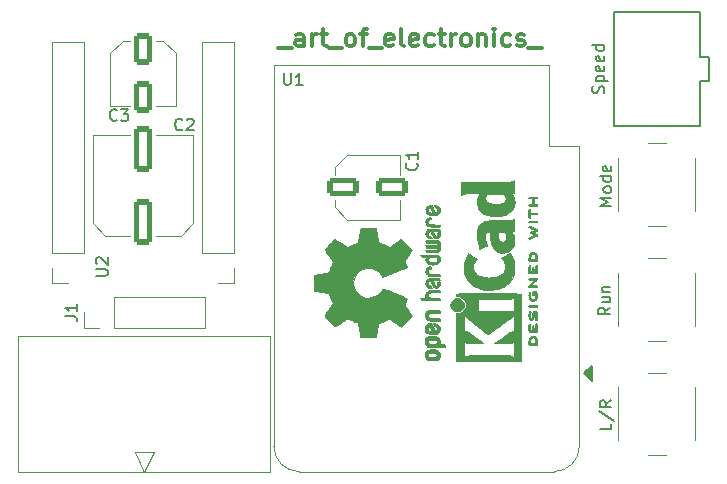
<source format=gto>
%TF.GenerationSoftware,KiCad,Pcbnew,(6.0.5)*%
%TF.CreationDate,2023-01-03T16:46:16+01:00*%
%TF.ProjectId,Photo_table,50686f74-6f5f-4746-9162-6c652e6b6963,rev?*%
%TF.SameCoordinates,Original*%
%TF.FileFunction,Legend,Top*%
%TF.FilePolarity,Positive*%
%FSLAX46Y46*%
G04 Gerber Fmt 4.6, Leading zero omitted, Abs format (unit mm)*
G04 Created by KiCad (PCBNEW (6.0.5)) date 2023-01-03 16:46:16*
%MOMM*%
%LPD*%
G01*
G04 APERTURE LIST*
G04 Aperture macros list*
%AMRoundRect*
0 Rectangle with rounded corners*
0 $1 Rounding radius*
0 $2 $3 $4 $5 $6 $7 $8 $9 X,Y pos of 4 corners*
0 Add a 4 corners polygon primitive as box body*
4,1,4,$2,$3,$4,$5,$6,$7,$8,$9,$2,$3,0*
0 Add four circle primitives for the rounded corners*
1,1,$1+$1,$2,$3*
1,1,$1+$1,$4,$5*
1,1,$1+$1,$6,$7*
1,1,$1+$1,$8,$9*
0 Add four rect primitives between the rounded corners*
20,1,$1+$1,$2,$3,$4,$5,0*
20,1,$1+$1,$4,$5,$6,$7,0*
20,1,$1+$1,$6,$7,$8,$9,0*
20,1,$1+$1,$8,$9,$2,$3,0*%
G04 Aperture macros list end*
%ADD10C,0.200000*%
%ADD11C,0.300000*%
%ADD12C,0.150000*%
%ADD13C,0.120000*%
%ADD14C,0.010000*%
%ADD15C,2.000000*%
%ADD16C,0.800000*%
%ADD17C,5.000000*%
%ADD18RoundRect,0.250000X-1.137500X-0.550000X1.137500X-0.550000X1.137500X0.550000X-1.137500X0.550000X0*%
%ADD19O,3.500000X1.500000*%
%ADD20RoundRect,0.250000X0.550000X-1.712500X0.550000X1.712500X-0.550000X1.712500X-0.550000X-1.712500X0*%
%ADD21RoundRect,0.250000X-0.550000X1.137500X-0.550000X-1.137500X0.550000X-1.137500X0.550000X1.137500X0*%
%ADD22R,1.700000X1.700000*%
%ADD23O,1.700000X1.700000*%
%ADD24R,2.000000X2.000000*%
%ADD25O,2.000000X1.600000*%
G04 APERTURE END LIST*
D10*
X129652380Y-100795238D02*
X129176190Y-101128571D01*
X129652380Y-101366666D02*
X128652380Y-101366666D01*
X128652380Y-100985714D01*
X128700000Y-100890476D01*
X128747619Y-100842857D01*
X128842857Y-100795238D01*
X128985714Y-100795238D01*
X129080952Y-100842857D01*
X129128571Y-100890476D01*
X129176190Y-100985714D01*
X129176190Y-101366666D01*
X128985714Y-99938095D02*
X129652380Y-99938095D01*
X128985714Y-100366666D02*
X129509523Y-100366666D01*
X129604761Y-100319047D01*
X129652380Y-100223809D01*
X129652380Y-100080952D01*
X129604761Y-99985714D01*
X129557142Y-99938095D01*
X128985714Y-99461904D02*
X129652380Y-99461904D01*
X129080952Y-99461904D02*
X129033333Y-99414285D01*
X128985714Y-99319047D01*
X128985714Y-99176190D01*
X129033333Y-99080952D01*
X129128571Y-99033333D01*
X129652380Y-99033333D01*
D11*
X101557142Y-78821428D02*
X102700000Y-78821428D01*
X103700000Y-78678571D02*
X103700000Y-77892857D01*
X103628571Y-77750000D01*
X103485714Y-77678571D01*
X103200000Y-77678571D01*
X103057142Y-77750000D01*
X103700000Y-78607142D02*
X103557142Y-78678571D01*
X103200000Y-78678571D01*
X103057142Y-78607142D01*
X102985714Y-78464285D01*
X102985714Y-78321428D01*
X103057142Y-78178571D01*
X103200000Y-78107142D01*
X103557142Y-78107142D01*
X103700000Y-78035714D01*
X104414285Y-78678571D02*
X104414285Y-77678571D01*
X104414285Y-77964285D02*
X104485714Y-77821428D01*
X104557142Y-77750000D01*
X104700000Y-77678571D01*
X104842857Y-77678571D01*
X105128571Y-77678571D02*
X105700000Y-77678571D01*
X105342857Y-77178571D02*
X105342857Y-78464285D01*
X105414285Y-78607142D01*
X105557142Y-78678571D01*
X105700000Y-78678571D01*
X105842857Y-78821428D02*
X106985714Y-78821428D01*
X107557142Y-78678571D02*
X107414285Y-78607142D01*
X107342857Y-78535714D01*
X107271428Y-78392857D01*
X107271428Y-77964285D01*
X107342857Y-77821428D01*
X107414285Y-77750000D01*
X107557142Y-77678571D01*
X107771428Y-77678571D01*
X107914285Y-77750000D01*
X107985714Y-77821428D01*
X108057142Y-77964285D01*
X108057142Y-78392857D01*
X107985714Y-78535714D01*
X107914285Y-78607142D01*
X107771428Y-78678571D01*
X107557142Y-78678571D01*
X108485714Y-77678571D02*
X109057142Y-77678571D01*
X108700000Y-78678571D02*
X108700000Y-77392857D01*
X108771428Y-77250000D01*
X108914285Y-77178571D01*
X109057142Y-77178571D01*
X109200000Y-78821428D02*
X110342857Y-78821428D01*
X111271428Y-78607142D02*
X111128571Y-78678571D01*
X110842857Y-78678571D01*
X110700000Y-78607142D01*
X110628571Y-78464285D01*
X110628571Y-77892857D01*
X110700000Y-77750000D01*
X110842857Y-77678571D01*
X111128571Y-77678571D01*
X111271428Y-77750000D01*
X111342857Y-77892857D01*
X111342857Y-78035714D01*
X110628571Y-78178571D01*
X112200000Y-78678571D02*
X112057142Y-78607142D01*
X111985714Y-78464285D01*
X111985714Y-77178571D01*
X113342857Y-78607142D02*
X113200000Y-78678571D01*
X112914285Y-78678571D01*
X112771428Y-78607142D01*
X112700000Y-78464285D01*
X112700000Y-77892857D01*
X112771428Y-77750000D01*
X112914285Y-77678571D01*
X113200000Y-77678571D01*
X113342857Y-77750000D01*
X113414285Y-77892857D01*
X113414285Y-78035714D01*
X112700000Y-78178571D01*
X114700000Y-78607142D02*
X114557142Y-78678571D01*
X114271428Y-78678571D01*
X114128571Y-78607142D01*
X114057142Y-78535714D01*
X113985714Y-78392857D01*
X113985714Y-77964285D01*
X114057142Y-77821428D01*
X114128571Y-77750000D01*
X114271428Y-77678571D01*
X114557142Y-77678571D01*
X114700000Y-77750000D01*
X115128571Y-77678571D02*
X115700000Y-77678571D01*
X115342857Y-77178571D02*
X115342857Y-78464285D01*
X115414285Y-78607142D01*
X115557142Y-78678571D01*
X115700000Y-78678571D01*
X116199999Y-78678571D02*
X116199999Y-77678571D01*
X116199999Y-77964285D02*
X116271428Y-77821428D01*
X116342857Y-77750000D01*
X116485714Y-77678571D01*
X116628571Y-77678571D01*
X117342857Y-78678571D02*
X117200000Y-78607142D01*
X117128571Y-78535714D01*
X117057142Y-78392857D01*
X117057142Y-77964285D01*
X117128571Y-77821428D01*
X117200000Y-77750000D01*
X117342857Y-77678571D01*
X117557142Y-77678571D01*
X117700000Y-77750000D01*
X117771428Y-77821428D01*
X117842857Y-77964285D01*
X117842857Y-78392857D01*
X117771428Y-78535714D01*
X117700000Y-78607142D01*
X117557142Y-78678571D01*
X117342857Y-78678571D01*
X118485714Y-77678571D02*
X118485714Y-78678571D01*
X118485714Y-77821428D02*
X118557142Y-77750000D01*
X118700000Y-77678571D01*
X118914285Y-77678571D01*
X119057142Y-77750000D01*
X119128571Y-77892857D01*
X119128571Y-78678571D01*
X119842857Y-78678571D02*
X119842857Y-77678571D01*
X119842857Y-77178571D02*
X119771428Y-77250000D01*
X119842857Y-77321428D01*
X119914285Y-77250000D01*
X119842857Y-77178571D01*
X119842857Y-77321428D01*
X121199999Y-78607142D02*
X121057142Y-78678571D01*
X120771428Y-78678571D01*
X120628571Y-78607142D01*
X120557142Y-78535714D01*
X120485714Y-78392857D01*
X120485714Y-77964285D01*
X120557142Y-77821428D01*
X120628571Y-77750000D01*
X120771428Y-77678571D01*
X121057142Y-77678571D01*
X121199999Y-77750000D01*
X121771428Y-78607142D02*
X121914285Y-78678571D01*
X122199999Y-78678571D01*
X122342857Y-78607142D01*
X122414285Y-78464285D01*
X122414285Y-78392857D01*
X122342857Y-78250000D01*
X122199999Y-78178571D01*
X121985714Y-78178571D01*
X121842857Y-78107142D01*
X121771428Y-77964285D01*
X121771428Y-77892857D01*
X121842857Y-77750000D01*
X121985714Y-77678571D01*
X122199999Y-77678571D01*
X122342857Y-77750000D01*
X122699999Y-78821428D02*
X123842857Y-78821428D01*
D10*
X129752380Y-92166666D02*
X128752380Y-92166666D01*
X129466666Y-91833333D01*
X128752380Y-91500000D01*
X129752380Y-91500000D01*
X129752380Y-90880952D02*
X129704761Y-90976190D01*
X129657142Y-91023809D01*
X129561904Y-91071428D01*
X129276190Y-91071428D01*
X129180952Y-91023809D01*
X129133333Y-90976190D01*
X129085714Y-90880952D01*
X129085714Y-90738095D01*
X129133333Y-90642857D01*
X129180952Y-90595238D01*
X129276190Y-90547619D01*
X129561904Y-90547619D01*
X129657142Y-90595238D01*
X129704761Y-90642857D01*
X129752380Y-90738095D01*
X129752380Y-90880952D01*
X129752380Y-89690476D02*
X128752380Y-89690476D01*
X129704761Y-89690476D02*
X129752380Y-89785714D01*
X129752380Y-89976190D01*
X129704761Y-90071428D01*
X129657142Y-90119047D01*
X129561904Y-90166666D01*
X129276190Y-90166666D01*
X129180952Y-90119047D01*
X129133333Y-90071428D01*
X129085714Y-89976190D01*
X129085714Y-89785714D01*
X129133333Y-89690476D01*
X129704761Y-88833333D02*
X129752380Y-88928571D01*
X129752380Y-89119047D01*
X129704761Y-89214285D01*
X129609523Y-89261904D01*
X129228571Y-89261904D01*
X129133333Y-89214285D01*
X129085714Y-89119047D01*
X129085714Y-88928571D01*
X129133333Y-88833333D01*
X129228571Y-88785714D01*
X129323809Y-88785714D01*
X129419047Y-89261904D01*
X129752380Y-110614285D02*
X129752380Y-111090476D01*
X128752380Y-111090476D01*
X128704761Y-109566666D02*
X129990476Y-110423809D01*
X129752380Y-108661904D02*
X129276190Y-108995238D01*
X129752380Y-109233333D02*
X128752380Y-109233333D01*
X128752380Y-108852380D01*
X128800000Y-108757142D01*
X128847619Y-108709523D01*
X128942857Y-108661904D01*
X129085714Y-108661904D01*
X129180952Y-108709523D01*
X129228571Y-108757142D01*
X129276190Y-108852380D01*
X129276190Y-109233333D01*
X129104761Y-82647619D02*
X129152380Y-82504761D01*
X129152380Y-82266666D01*
X129104761Y-82171428D01*
X129057142Y-82123809D01*
X128961904Y-82076190D01*
X128866666Y-82076190D01*
X128771428Y-82123809D01*
X128723809Y-82171428D01*
X128676190Y-82266666D01*
X128628571Y-82457142D01*
X128580952Y-82552380D01*
X128533333Y-82600000D01*
X128438095Y-82647619D01*
X128342857Y-82647619D01*
X128247619Y-82600000D01*
X128200000Y-82552380D01*
X128152380Y-82457142D01*
X128152380Y-82219047D01*
X128200000Y-82076190D01*
X128485714Y-81647619D02*
X129485714Y-81647619D01*
X128533333Y-81647619D02*
X128485714Y-81552380D01*
X128485714Y-81361904D01*
X128533333Y-81266666D01*
X128580952Y-81219047D01*
X128676190Y-81171428D01*
X128961904Y-81171428D01*
X129057142Y-81219047D01*
X129104761Y-81266666D01*
X129152380Y-81361904D01*
X129152380Y-81552380D01*
X129104761Y-81647619D01*
X129104761Y-80361904D02*
X129152380Y-80457142D01*
X129152380Y-80647619D01*
X129104761Y-80742857D01*
X129009523Y-80790476D01*
X128628571Y-80790476D01*
X128533333Y-80742857D01*
X128485714Y-80647619D01*
X128485714Y-80457142D01*
X128533333Y-80361904D01*
X128628571Y-80314285D01*
X128723809Y-80314285D01*
X128819047Y-80790476D01*
X129104761Y-79504761D02*
X129152380Y-79600000D01*
X129152380Y-79790476D01*
X129104761Y-79885714D01*
X129009523Y-79933333D01*
X128628571Y-79933333D01*
X128533333Y-79885714D01*
X128485714Y-79790476D01*
X128485714Y-79600000D01*
X128533333Y-79504761D01*
X128628571Y-79457142D01*
X128723809Y-79457142D01*
X128819047Y-79933333D01*
X129152380Y-78600000D02*
X128152380Y-78600000D01*
X129104761Y-78600000D02*
X129152380Y-78695238D01*
X129152380Y-78885714D01*
X129104761Y-78980952D01*
X129057142Y-79028571D01*
X128961904Y-79076190D01*
X128676190Y-79076190D01*
X128580952Y-79028571D01*
X128533333Y-78980952D01*
X128485714Y-78885714D01*
X128485714Y-78695238D01*
X128533333Y-78600000D01*
D12*
X113257142Y-88566666D02*
X113304761Y-88614285D01*
X113352380Y-88757142D01*
X113352380Y-88852380D01*
X113304761Y-88995238D01*
X113209523Y-89090476D01*
X113114285Y-89138095D01*
X112923809Y-89185714D01*
X112780952Y-89185714D01*
X112590476Y-89138095D01*
X112495238Y-89090476D01*
X112400000Y-88995238D01*
X112352380Y-88852380D01*
X112352380Y-88757142D01*
X112400000Y-88614285D01*
X112447619Y-88566666D01*
X113352380Y-87614285D02*
X113352380Y-88185714D01*
X113352380Y-87900000D02*
X112352380Y-87900000D01*
X112495238Y-87995238D01*
X112590476Y-88090476D01*
X112638095Y-88185714D01*
X93433333Y-85707142D02*
X93385714Y-85754761D01*
X93242857Y-85802380D01*
X93147619Y-85802380D01*
X93004761Y-85754761D01*
X92909523Y-85659523D01*
X92861904Y-85564285D01*
X92814285Y-85373809D01*
X92814285Y-85230952D01*
X92861904Y-85040476D01*
X92909523Y-84945238D01*
X93004761Y-84850000D01*
X93147619Y-84802380D01*
X93242857Y-84802380D01*
X93385714Y-84850000D01*
X93433333Y-84897619D01*
X93814285Y-84897619D02*
X93861904Y-84850000D01*
X93957142Y-84802380D01*
X94195238Y-84802380D01*
X94290476Y-84850000D01*
X94338095Y-84897619D01*
X94385714Y-84992857D01*
X94385714Y-85088095D01*
X94338095Y-85230952D01*
X93766666Y-85802380D01*
X94385714Y-85802380D01*
X87883333Y-84907142D02*
X87835714Y-84954761D01*
X87692857Y-85002380D01*
X87597619Y-85002380D01*
X87454761Y-84954761D01*
X87359523Y-84859523D01*
X87311904Y-84764285D01*
X87264285Y-84573809D01*
X87264285Y-84430952D01*
X87311904Y-84240476D01*
X87359523Y-84145238D01*
X87454761Y-84050000D01*
X87597619Y-84002380D01*
X87692857Y-84002380D01*
X87835714Y-84050000D01*
X87883333Y-84097619D01*
X88216666Y-84002380D02*
X88835714Y-84002380D01*
X88502380Y-84383333D01*
X88645238Y-84383333D01*
X88740476Y-84430952D01*
X88788095Y-84478571D01*
X88835714Y-84573809D01*
X88835714Y-84811904D01*
X88788095Y-84907142D01*
X88740476Y-84954761D01*
X88645238Y-85002380D01*
X88359523Y-85002380D01*
X88264285Y-84954761D01*
X88216666Y-84907142D01*
X83522380Y-101533333D02*
X84236666Y-101533333D01*
X84379523Y-101580952D01*
X84474761Y-101676190D01*
X84522380Y-101819047D01*
X84522380Y-101914285D01*
X84522380Y-100533333D02*
X84522380Y-101104761D01*
X84522380Y-100819047D02*
X83522380Y-100819047D01*
X83665238Y-100914285D01*
X83760476Y-101009523D01*
X83808095Y-101104761D01*
X102038095Y-80952380D02*
X102038095Y-81761904D01*
X102085714Y-81857142D01*
X102133333Y-81904761D01*
X102228571Y-81952380D01*
X102419047Y-81952380D01*
X102514285Y-81904761D01*
X102561904Y-81857142D01*
X102609523Y-81761904D01*
X102609523Y-80952380D01*
X103609523Y-81952380D02*
X103038095Y-81952380D01*
X103323809Y-81952380D02*
X103323809Y-80952380D01*
X103228571Y-81095238D01*
X103133333Y-81190476D01*
X103038095Y-81238095D01*
X86102380Y-98111904D02*
X86911904Y-98111904D01*
X87007142Y-98064285D01*
X87054761Y-98016666D01*
X87102380Y-97921428D01*
X87102380Y-97730952D01*
X87054761Y-97635714D01*
X87007142Y-97588095D01*
X86911904Y-97540476D01*
X86102380Y-97540476D01*
X86197619Y-97111904D02*
X86150000Y-97064285D01*
X86102380Y-96969047D01*
X86102380Y-96730952D01*
X86150000Y-96635714D01*
X86197619Y-96588095D01*
X86292857Y-96540476D01*
X86388095Y-96540476D01*
X86530952Y-96588095D01*
X87102380Y-97159523D01*
X87102380Y-96540476D01*
D13*
X130350000Y-88150000D02*
X130350000Y-92650000D01*
X134350000Y-86900000D02*
X132850000Y-86900000D01*
X132850000Y-93900000D02*
X134350000Y-93900000D01*
X136850000Y-92650000D02*
X136850000Y-88150000D01*
X136850000Y-102350000D02*
X136850000Y-97850000D01*
X132850000Y-103600000D02*
X134350000Y-103600000D01*
X130350000Y-97850000D02*
X130350000Y-102350000D01*
X134350000Y-96600000D02*
X132850000Y-96600000D01*
X106340000Y-88904437D02*
X106340000Y-89540000D01*
X107404437Y-93360000D02*
X111860000Y-93360000D01*
X111860000Y-93360000D02*
X111860000Y-91660000D01*
X106340000Y-92295563D02*
X107404437Y-93360000D01*
X106340000Y-88904437D02*
X107404437Y-87840000D01*
X106340000Y-92295563D02*
X106340000Y-91660000D01*
X111860000Y-87840000D02*
X111860000Y-89540000D01*
X107404437Y-87840000D02*
X111860000Y-87840000D01*
D12*
X138050000Y-79600000D02*
X138050000Y-81600000D01*
X137250000Y-75800000D02*
X129950000Y-75800000D01*
X129950000Y-75800000D02*
X129950000Y-85400000D01*
X137250000Y-81600000D02*
X137250000Y-85400000D01*
X137250000Y-75800000D02*
X137250000Y-79600000D01*
X137250000Y-85400000D02*
X129950000Y-85400000D01*
X138050000Y-81600000D02*
X137250000Y-81600000D01*
X138050000Y-79600000D02*
X137250000Y-79600000D01*
D13*
X94360000Y-86190000D02*
X91160000Y-86190000D01*
X93295563Y-94710000D02*
X91160000Y-94710000D01*
X93295563Y-94710000D02*
X94360000Y-93645563D01*
X86904437Y-94710000D02*
X89040000Y-94710000D01*
X94360000Y-93645563D02*
X94360000Y-86190000D01*
X86904437Y-94710000D02*
X85840000Y-93645563D01*
X85840000Y-93645563D02*
X85840000Y-86190000D01*
X85840000Y-86190000D02*
X89040000Y-86190000D01*
X91795563Y-78190000D02*
X91160000Y-78190000D01*
X87340000Y-79254437D02*
X87340000Y-83710000D01*
X88404437Y-78190000D02*
X87340000Y-79254437D01*
X87340000Y-83710000D02*
X89040000Y-83710000D01*
X88404437Y-78190000D02*
X89040000Y-78190000D01*
X92860000Y-79254437D02*
X92860000Y-83710000D01*
X91795563Y-78190000D02*
X92860000Y-79254437D01*
X92860000Y-83710000D02*
X91160000Y-83710000D01*
X90200000Y-114700000D02*
X91000000Y-113000000D01*
X79520000Y-103200000D02*
X100880000Y-103200000D01*
X100880000Y-103200000D02*
X100880000Y-112800000D01*
X79520000Y-103200000D02*
X79520000Y-112800000D01*
X79520000Y-114700000D02*
X100880000Y-114700000D01*
X90200000Y-114700000D02*
X89400000Y-113000000D01*
X89400000Y-113000000D02*
X90200000Y-113000000D01*
X79520000Y-114700000D02*
X79520000Y-112800000D01*
X100880000Y-114700000D02*
X100880000Y-112800000D01*
X91000000Y-113000000D02*
X90200000Y-113000000D01*
X87670000Y-102530000D02*
X87670000Y-99870000D01*
X87670000Y-99870000D02*
X95350000Y-99870000D01*
X86400000Y-102530000D02*
X85070000Y-102530000D01*
X95350000Y-102530000D02*
X95350000Y-99870000D01*
X87670000Y-102530000D02*
X95350000Y-102530000D01*
X85070000Y-102530000D02*
X85070000Y-101200000D01*
G36*
X115151117Y-95201355D02*
G01*
X115208047Y-95265022D01*
X115231107Y-95320911D01*
X115229647Y-95397298D01*
X115225934Y-95427620D01*
X115215126Y-95522390D01*
X115208933Y-95600778D01*
X115208361Y-95619885D01*
X115212102Y-95684301D01*
X115221494Y-95776429D01*
X115225934Y-95812150D01*
X115232801Y-95899886D01*
X115217885Y-95958847D01*
X115171835Y-96017310D01*
X115151117Y-96038415D01*
X115058727Y-96130805D01*
X114079947Y-96130805D01*
X114046066Y-96056442D01*
X114020970Y-95992410D01*
X114012184Y-95954948D01*
X114039950Y-95945343D01*
X114117530Y-95936365D01*
X114236348Y-95928614D01*
X114387828Y-95922686D01*
X114515805Y-95919827D01*
X115019425Y-95911839D01*
X115029278Y-95842152D01*
X115022389Y-95778771D01*
X115000083Y-95747714D01*
X114958379Y-95739033D01*
X114869544Y-95731622D01*
X114744834Y-95726069D01*
X114595507Y-95722964D01*
X114518661Y-95722516D01*
X114076287Y-95722069D01*
X114044235Y-95630126D01*
X114022443Y-95565051D01*
X114012281Y-95529653D01*
X114012184Y-95528632D01*
X114039809Y-95525080D01*
X114116411Y-95521177D01*
X114232579Y-95517249D01*
X114378904Y-95513624D01*
X114515805Y-95511092D01*
X115019425Y-95503103D01*
X115019425Y-95327931D01*
X114559965Y-95319893D01*
X114100505Y-95311854D01*
X114056344Y-95226457D01*
X114026019Y-95163407D01*
X114012258Y-95126090D01*
X114012184Y-95125013D01*
X114039840Y-95119876D01*
X114116653Y-95115421D01*
X114233391Y-95111929D01*
X114380821Y-95109685D01*
X114535455Y-95108965D01*
X115058727Y-95108965D01*
X115151117Y-95201355D01*
G37*
D14*
X115151117Y-95201355D02*
X115208047Y-95265022D01*
X115231107Y-95320911D01*
X115229647Y-95397298D01*
X115225934Y-95427620D01*
X115215126Y-95522390D01*
X115208933Y-95600778D01*
X115208361Y-95619885D01*
X115212102Y-95684301D01*
X115221494Y-95776429D01*
X115225934Y-95812150D01*
X115232801Y-95899886D01*
X115217885Y-95958847D01*
X115171835Y-96017310D01*
X115151117Y-96038415D01*
X115058727Y-96130805D01*
X114079947Y-96130805D01*
X114046066Y-96056442D01*
X114020970Y-95992410D01*
X114012184Y-95954948D01*
X114039950Y-95945343D01*
X114117530Y-95936365D01*
X114236348Y-95928614D01*
X114387828Y-95922686D01*
X114515805Y-95919827D01*
X115019425Y-95911839D01*
X115029278Y-95842152D01*
X115022389Y-95778771D01*
X115000083Y-95747714D01*
X114958379Y-95739033D01*
X114869544Y-95731622D01*
X114744834Y-95726069D01*
X114595507Y-95722964D01*
X114518661Y-95722516D01*
X114076287Y-95722069D01*
X114044235Y-95630126D01*
X114022443Y-95565051D01*
X114012281Y-95529653D01*
X114012184Y-95528632D01*
X114039809Y-95525080D01*
X114116411Y-95521177D01*
X114232579Y-95517249D01*
X114378904Y-95513624D01*
X114515805Y-95511092D01*
X115019425Y-95503103D01*
X115019425Y-95327931D01*
X114559965Y-95319893D01*
X114100505Y-95311854D01*
X114056344Y-95226457D01*
X114026019Y-95163407D01*
X114012258Y-95126090D01*
X114012184Y-95125013D01*
X114039840Y-95119876D01*
X114116653Y-95115421D01*
X114233391Y-95111929D01*
X114380821Y-95109685D01*
X114535455Y-95108965D01*
X115058727Y-95108965D01*
X115151117Y-95201355D01*
G36*
X114314853Y-92930641D02*
G01*
X114216916Y-92903106D01*
X114144811Y-92858428D01*
X114087813Y-92793099D01*
X114069393Y-92764617D01*
X114021422Y-92635237D01*
X114018663Y-92505784D01*
X114216250Y-92505784D01*
X114223808Y-92604524D01*
X114279651Y-92687188D01*
X114378753Y-92744452D01*
X114457414Y-92762812D01*
X114537853Y-92770101D01*
X114587896Y-92768056D01*
X114596092Y-92762961D01*
X114584958Y-92729334D01*
X114555493Y-92656970D01*
X114513601Y-92560253D01*
X114504597Y-92540027D01*
X114442442Y-92417797D01*
X114387815Y-92350453D01*
X114336649Y-92335652D01*
X114284876Y-92371053D01*
X114262000Y-92400289D01*
X114216250Y-92505784D01*
X114018663Y-92505784D01*
X114018403Y-92493588D01*
X114056540Y-92356561D01*
X114132034Y-92241050D01*
X114199617Y-92185336D01*
X114322255Y-92141196D01*
X114419298Y-92137691D01*
X114549056Y-92145632D01*
X114680039Y-92444885D01*
X114746958Y-92590389D01*
X114800790Y-92685463D01*
X114847416Y-92734899D01*
X114892720Y-92743489D01*
X114942582Y-92716028D01*
X114975632Y-92685747D01*
X115028633Y-92597637D01*
X115032347Y-92501804D01*
X114991041Y-92413788D01*
X114908983Y-92349131D01*
X114880008Y-92337567D01*
X114789509Y-92282175D01*
X114750940Y-92218447D01*
X114717946Y-92131034D01*
X114843034Y-92131034D01*
X114928156Y-92138762D01*
X114999938Y-92169034D01*
X115082356Y-92232482D01*
X115093066Y-92241912D01*
X115166391Y-92312487D01*
X115205742Y-92373153D01*
X115223845Y-92449050D01*
X115229774Y-92511970D01*
X115231251Y-92624513D01*
X115212535Y-92704630D01*
X115184747Y-92754610D01*
X115123641Y-92833162D01*
X115057554Y-92887537D01*
X114974441Y-92921948D01*
X114862254Y-92940612D01*
X114708946Y-92947744D01*
X114631136Y-92948313D01*
X114537853Y-92946378D01*
X114449351Y-92944541D01*
X114314853Y-92930641D01*
G37*
X114314853Y-92930641D02*
X114216916Y-92903106D01*
X114144811Y-92858428D01*
X114087813Y-92793099D01*
X114069393Y-92764617D01*
X114021422Y-92635237D01*
X114018663Y-92505784D01*
X114216250Y-92505784D01*
X114223808Y-92604524D01*
X114279651Y-92687188D01*
X114378753Y-92744452D01*
X114457414Y-92762812D01*
X114537853Y-92770101D01*
X114587896Y-92768056D01*
X114596092Y-92762961D01*
X114584958Y-92729334D01*
X114555493Y-92656970D01*
X114513601Y-92560253D01*
X114504597Y-92540027D01*
X114442442Y-92417797D01*
X114387815Y-92350453D01*
X114336649Y-92335652D01*
X114284876Y-92371053D01*
X114262000Y-92400289D01*
X114216250Y-92505784D01*
X114018663Y-92505784D01*
X114018403Y-92493588D01*
X114056540Y-92356561D01*
X114132034Y-92241050D01*
X114199617Y-92185336D01*
X114322255Y-92141196D01*
X114419298Y-92137691D01*
X114549056Y-92145632D01*
X114680039Y-92444885D01*
X114746958Y-92590389D01*
X114800790Y-92685463D01*
X114847416Y-92734899D01*
X114892720Y-92743489D01*
X114942582Y-92716028D01*
X114975632Y-92685747D01*
X115028633Y-92597637D01*
X115032347Y-92501804D01*
X114991041Y-92413788D01*
X114908983Y-92349131D01*
X114880008Y-92337567D01*
X114789509Y-92282175D01*
X114750940Y-92218447D01*
X114717946Y-92131034D01*
X114843034Y-92131034D01*
X114928156Y-92138762D01*
X114999938Y-92169034D01*
X115082356Y-92232482D01*
X115093066Y-92241912D01*
X115166391Y-92312487D01*
X115205742Y-92373153D01*
X115223845Y-92449050D01*
X115229774Y-92511970D01*
X115231251Y-92624513D01*
X115212535Y-92704630D01*
X115184747Y-92754610D01*
X115123641Y-92833162D01*
X115057554Y-92887537D01*
X114974441Y-92921948D01*
X114862254Y-92940612D01*
X114708946Y-92947744D01*
X114631136Y-92948313D01*
X114537853Y-92946378D01*
X114449351Y-92944541D01*
X114314853Y-92930641D01*
G36*
X114411006Y-97307109D02*
G01*
X114465378Y-97355192D01*
X114474624Y-97372983D01*
X114503450Y-97449796D01*
X114496065Y-97489024D01*
X114447658Y-97502311D01*
X114420920Y-97502988D01*
X114322548Y-97527314D01*
X114253734Y-97590719D01*
X114220498Y-97678846D01*
X114228861Y-97777337D01*
X114272296Y-97857398D01*
X114297072Y-97884439D01*
X114327129Y-97903606D01*
X114372565Y-97916554D01*
X114443476Y-97924936D01*
X114549960Y-97930407D01*
X114702112Y-97934622D01*
X114750287Y-97935713D01*
X114915095Y-97939693D01*
X115031088Y-97944219D01*
X115107833Y-97951005D01*
X115154893Y-97961769D01*
X115181835Y-97978227D01*
X115198223Y-98002094D01*
X115205463Y-98017374D01*
X115230220Y-98082267D01*
X115238391Y-98120466D01*
X115211103Y-98133088D01*
X115128603Y-98140792D01*
X114989941Y-98143620D01*
X114794162Y-98141614D01*
X114763965Y-98140989D01*
X114585349Y-98136579D01*
X114454923Y-98131365D01*
X114362492Y-98123945D01*
X114297858Y-98112918D01*
X114250825Y-98096883D01*
X114211196Y-98074439D01*
X114194215Y-98062698D01*
X114119080Y-97995381D01*
X114060638Y-97920090D01*
X114055536Y-97910872D01*
X114015260Y-97775867D01*
X114021920Y-97634057D01*
X114070859Y-97501435D01*
X114157419Y-97393990D01*
X114218352Y-97351968D01*
X114330161Y-97306157D01*
X114411006Y-97307109D01*
G37*
X114411006Y-97307109D02*
X114465378Y-97355192D01*
X114474624Y-97372983D01*
X114503450Y-97449796D01*
X114496065Y-97489024D01*
X114447658Y-97502311D01*
X114420920Y-97502988D01*
X114322548Y-97527314D01*
X114253734Y-97590719D01*
X114220498Y-97678846D01*
X114228861Y-97777337D01*
X114272296Y-97857398D01*
X114297072Y-97884439D01*
X114327129Y-97903606D01*
X114372565Y-97916554D01*
X114443476Y-97924936D01*
X114549960Y-97930407D01*
X114702112Y-97934622D01*
X114750287Y-97935713D01*
X114915095Y-97939693D01*
X115031088Y-97944219D01*
X115107833Y-97951005D01*
X115154893Y-97961769D01*
X115181835Y-97978227D01*
X115198223Y-98002094D01*
X115205463Y-98017374D01*
X115230220Y-98082267D01*
X115238391Y-98120466D01*
X115211103Y-98133088D01*
X115128603Y-98140792D01*
X114989941Y-98143620D01*
X114794162Y-98141614D01*
X114763965Y-98140989D01*
X114585349Y-98136579D01*
X114454923Y-98131365D01*
X114362492Y-98123945D01*
X114297858Y-98112918D01*
X114250825Y-98096883D01*
X114211196Y-98074439D01*
X114194215Y-98062698D01*
X114119080Y-97995381D01*
X114060638Y-97920090D01*
X114055536Y-97910872D01*
X114015260Y-97775867D01*
X114021920Y-97634057D01*
X114070859Y-97501435D01*
X114157419Y-97393990D01*
X114218352Y-97351968D01*
X114330161Y-97306157D01*
X114411006Y-97307109D01*
G36*
X114438647Y-93147715D02*
G01*
X114475717Y-93200439D01*
X114498164Y-93256969D01*
X114502300Y-93282854D01*
X114472283Y-93295458D01*
X114406961Y-93320346D01*
X114377445Y-93331265D01*
X114275348Y-93392492D01*
X114224423Y-93481139D01*
X114225989Y-93594807D01*
X114227994Y-93603226D01*
X114256767Y-93663912D01*
X114312859Y-93708526D01*
X114403163Y-93738998D01*
X114534571Y-93757256D01*
X114713974Y-93765229D01*
X114809433Y-93765977D01*
X114959913Y-93766348D01*
X115062495Y-93768777D01*
X115127672Y-93775240D01*
X115165938Y-93787712D01*
X115187785Y-93808167D01*
X115203707Y-93838581D01*
X115204509Y-93840339D01*
X115229272Y-93898909D01*
X115238391Y-93927925D01*
X115210822Y-93932384D01*
X115134620Y-93936201D01*
X115019541Y-93939101D01*
X114875341Y-93940809D01*
X114769814Y-93941149D01*
X114565613Y-93939412D01*
X114410697Y-93932618D01*
X114296024Y-93918393D01*
X114212551Y-93894362D01*
X114151236Y-93858152D01*
X114103034Y-93807388D01*
X114069393Y-93757261D01*
X114024619Y-93636725D01*
X114014521Y-93496443D01*
X114040018Y-93364310D01*
X114055269Y-93329415D01*
X114121235Y-93246123D01*
X114216618Y-93174897D01*
X114318406Y-93130847D01*
X114368587Y-93123678D01*
X114438647Y-93147715D01*
G37*
X114438647Y-93147715D02*
X114475717Y-93200439D01*
X114498164Y-93256969D01*
X114502300Y-93282854D01*
X114472283Y-93295458D01*
X114406961Y-93320346D01*
X114377445Y-93331265D01*
X114275348Y-93392492D01*
X114224423Y-93481139D01*
X114225989Y-93594807D01*
X114227994Y-93603226D01*
X114256767Y-93663912D01*
X114312859Y-93708526D01*
X114403163Y-93738998D01*
X114534571Y-93757256D01*
X114713974Y-93765229D01*
X114809433Y-93765977D01*
X114959913Y-93766348D01*
X115062495Y-93768777D01*
X115127672Y-93775240D01*
X115165938Y-93787712D01*
X115187785Y-93808167D01*
X115203707Y-93838581D01*
X115204509Y-93840339D01*
X115229272Y-93898909D01*
X115238391Y-93927925D01*
X115210822Y-93932384D01*
X115134620Y-93936201D01*
X115019541Y-93939101D01*
X114875341Y-93940809D01*
X114769814Y-93941149D01*
X114565613Y-93939412D01*
X114410697Y-93932618D01*
X114296024Y-93918393D01*
X114212551Y-93894362D01*
X114151236Y-93858152D01*
X114103034Y-93807388D01*
X114069393Y-93757261D01*
X114024619Y-93636725D01*
X114014521Y-93496443D01*
X114040018Y-93364310D01*
X114055269Y-93329415D01*
X114121235Y-93246123D01*
X114216618Y-93174897D01*
X114318406Y-93130847D01*
X114368587Y-93123678D01*
X114438647Y-93147715D01*
G36*
X115206339Y-99405046D02*
G01*
X115228144Y-99470348D01*
X115238297Y-99506176D01*
X115238391Y-99507230D01*
X115210860Y-99510758D01*
X115134923Y-99513761D01*
X115020565Y-99516010D01*
X114877769Y-99517276D01*
X114790951Y-99517471D01*
X114619773Y-99517877D01*
X114497088Y-99519968D01*
X114413000Y-99525053D01*
X114357614Y-99534440D01*
X114321032Y-99549439D01*
X114293359Y-99571358D01*
X114280032Y-99585043D01*
X114226328Y-99679051D01*
X114222307Y-99781636D01*
X114267725Y-99874710D01*
X114284123Y-99891922D01*
X114314957Y-99917168D01*
X114351531Y-99934680D01*
X114404415Y-99945858D01*
X114484177Y-99952104D01*
X114601385Y-99954818D01*
X114762991Y-99955402D01*
X115174288Y-99955402D01*
X115206339Y-100047345D01*
X115228144Y-100112647D01*
X115238297Y-100148475D01*
X115238391Y-100149529D01*
X115210448Y-100152225D01*
X115131630Y-100154655D01*
X115009453Y-100156722D01*
X114851432Y-100158329D01*
X114665083Y-100159377D01*
X114457920Y-100159769D01*
X114448706Y-100159770D01*
X113659020Y-100159770D01*
X113618997Y-100064885D01*
X113578973Y-99970000D01*
X113823857Y-99955402D01*
X113943188Y-99946846D01*
X114013506Y-99937019D01*
X114044179Y-99923401D01*
X114044571Y-99903473D01*
X114040910Y-99897011D01*
X114014398Y-99811060D01*
X114015946Y-99699255D01*
X114043199Y-99585586D01*
X114078455Y-99514490D01*
X114134778Y-99441595D01*
X114198519Y-99388307D01*
X114279510Y-99351725D01*
X114387586Y-99328950D01*
X114532580Y-99317081D01*
X114724326Y-99313218D01*
X114761109Y-99313149D01*
X115174288Y-99313103D01*
X115206339Y-99405046D01*
G37*
X115206339Y-99405046D02*
X115228144Y-99470348D01*
X115238297Y-99506176D01*
X115238391Y-99507230D01*
X115210860Y-99510758D01*
X115134923Y-99513761D01*
X115020565Y-99516010D01*
X114877769Y-99517276D01*
X114790951Y-99517471D01*
X114619773Y-99517877D01*
X114497088Y-99519968D01*
X114413000Y-99525053D01*
X114357614Y-99534440D01*
X114321032Y-99549439D01*
X114293359Y-99571358D01*
X114280032Y-99585043D01*
X114226328Y-99679051D01*
X114222307Y-99781636D01*
X114267725Y-99874710D01*
X114284123Y-99891922D01*
X114314957Y-99917168D01*
X114351531Y-99934680D01*
X114404415Y-99945858D01*
X114484177Y-99952104D01*
X114601385Y-99954818D01*
X114762991Y-99955402D01*
X115174288Y-99955402D01*
X115206339Y-100047345D01*
X115228144Y-100112647D01*
X115238297Y-100148475D01*
X115238391Y-100149529D01*
X115210448Y-100152225D01*
X115131630Y-100154655D01*
X115009453Y-100156722D01*
X114851432Y-100158329D01*
X114665083Y-100159377D01*
X114457920Y-100159769D01*
X114448706Y-100159770D01*
X113659020Y-100159770D01*
X113618997Y-100064885D01*
X113578973Y-99970000D01*
X113823857Y-99955402D01*
X113943188Y-99946846D01*
X114013506Y-99937019D01*
X114044179Y-99923401D01*
X114044571Y-99903473D01*
X114040910Y-99897011D01*
X114014398Y-99811060D01*
X114015946Y-99699255D01*
X114043199Y-99585586D01*
X114078455Y-99514490D01*
X114134778Y-99441595D01*
X114198519Y-99388307D01*
X114279510Y-99351725D01*
X114387586Y-99328950D01*
X114532580Y-99317081D01*
X114724326Y-99313218D01*
X114761109Y-99313149D01*
X115174288Y-99313103D01*
X115206339Y-99405046D01*
G36*
X114425382Y-104143753D02*
G01*
X114330087Y-104138174D01*
X114262364Y-104130254D01*
X114214507Y-104119269D01*
X114178813Y-104104499D01*
X114147578Y-104085218D01*
X114135824Y-104076951D01*
X114024797Y-103967288D01*
X113961847Y-103828635D01*
X113945525Y-103679472D01*
X114216552Y-103679472D01*
X114231460Y-103761389D01*
X114280548Y-103817579D01*
X114370362Y-103851402D01*
X114507445Y-103866220D01*
X114582821Y-103867586D01*
X114707326Y-103866009D01*
X114788787Y-103859000D01*
X114842515Y-103843142D01*
X114883823Y-103815019D01*
X114903971Y-103795925D01*
X114962921Y-103717865D01*
X114967720Y-103648753D01*
X114919038Y-103577440D01*
X114917241Y-103575632D01*
X114879618Y-103546617D01*
X114828484Y-103528967D01*
X114749738Y-103520064D01*
X114629276Y-103517291D01*
X114602588Y-103517241D01*
X114436583Y-103523942D01*
X114321505Y-103545752D01*
X114251254Y-103585235D01*
X114219729Y-103644956D01*
X114216552Y-103679472D01*
X113945525Y-103679472D01*
X113944297Y-103668246D01*
X113961903Y-103528100D01*
X114017522Y-103416550D01*
X114119931Y-103318092D01*
X114157864Y-103290977D01*
X114207500Y-103261438D01*
X114261412Y-103242272D01*
X114333364Y-103231307D01*
X114437122Y-103226371D01*
X114574101Y-103225287D01*
X114761815Y-103230182D01*
X114902758Y-103247196D01*
X115007908Y-103279823D01*
X115088243Y-103331558D01*
X115154741Y-103405896D01*
X115158678Y-103411358D01*
X115198953Y-103484620D01*
X115218880Y-103572840D01*
X115223793Y-103685038D01*
X115223793Y-103867433D01*
X115400857Y-103867509D01*
X115499470Y-103869207D01*
X115557314Y-103879550D01*
X115592006Y-103906578D01*
X115621164Y-103958332D01*
X115627121Y-103970761D01*
X115655039Y-104028923D01*
X115672672Y-104073956D01*
X115674194Y-104107441D01*
X115653781Y-104130962D01*
X115605607Y-104146100D01*
X115523846Y-104154437D01*
X115402672Y-104157556D01*
X115236260Y-104157040D01*
X115018785Y-104154471D01*
X114953736Y-104153668D01*
X114729502Y-104150778D01*
X114582821Y-104148188D01*
X114555952Y-104147713D01*
X114425382Y-104143753D01*
G37*
X114425382Y-104143753D02*
X114330087Y-104138174D01*
X114262364Y-104130254D01*
X114214507Y-104119269D01*
X114178813Y-104104499D01*
X114147578Y-104085218D01*
X114135824Y-104076951D01*
X114024797Y-103967288D01*
X113961847Y-103828635D01*
X113945525Y-103679472D01*
X114216552Y-103679472D01*
X114231460Y-103761389D01*
X114280548Y-103817579D01*
X114370362Y-103851402D01*
X114507445Y-103866220D01*
X114582821Y-103867586D01*
X114707326Y-103866009D01*
X114788787Y-103859000D01*
X114842515Y-103843142D01*
X114883823Y-103815019D01*
X114903971Y-103795925D01*
X114962921Y-103717865D01*
X114967720Y-103648753D01*
X114919038Y-103577440D01*
X114917241Y-103575632D01*
X114879618Y-103546617D01*
X114828484Y-103528967D01*
X114749738Y-103520064D01*
X114629276Y-103517291D01*
X114602588Y-103517241D01*
X114436583Y-103523942D01*
X114321505Y-103545752D01*
X114251254Y-103585235D01*
X114219729Y-103644956D01*
X114216552Y-103679472D01*
X113945525Y-103679472D01*
X113944297Y-103668246D01*
X113961903Y-103528100D01*
X114017522Y-103416550D01*
X114119931Y-103318092D01*
X114157864Y-103290977D01*
X114207500Y-103261438D01*
X114261412Y-103242272D01*
X114333364Y-103231307D01*
X114437122Y-103226371D01*
X114574101Y-103225287D01*
X114761815Y-103230182D01*
X114902758Y-103247196D01*
X115007908Y-103279823D01*
X115088243Y-103331558D01*
X115154741Y-103405896D01*
X115158678Y-103411358D01*
X115198953Y-103484620D01*
X115218880Y-103572840D01*
X115223793Y-103685038D01*
X115223793Y-103867433D01*
X115400857Y-103867509D01*
X115499470Y-103869207D01*
X115557314Y-103879550D01*
X115592006Y-103906578D01*
X115621164Y-103958332D01*
X115627121Y-103970761D01*
X115655039Y-104028923D01*
X115672672Y-104073956D01*
X115674194Y-104107441D01*
X115653781Y-104130962D01*
X115605607Y-104146100D01*
X115523846Y-104154437D01*
X115402672Y-104157556D01*
X115236260Y-104157040D01*
X115018785Y-104154471D01*
X114953736Y-104153668D01*
X114729502Y-104150778D01*
X114582821Y-104148188D01*
X114555952Y-104147713D01*
X114425382Y-104143753D01*
G36*
X114304195Y-97121528D02*
G01*
X114200632Y-97076452D01*
X114119856Y-97006072D01*
X114078455Y-96951257D01*
X114033728Y-96851624D01*
X114018063Y-96764492D01*
X114221235Y-96764492D01*
X114264114Y-96861905D01*
X114280032Y-96880704D01*
X114315382Y-96912707D01*
X114357502Y-96932682D01*
X114420251Y-96943407D01*
X114517487Y-96947661D01*
X114617106Y-96948276D01*
X114747657Y-96947030D01*
X114834080Y-96941322D01*
X114890618Y-96928196D01*
X114931514Y-96904694D01*
X114962362Y-96876614D01*
X115021905Y-96782312D01*
X115026992Y-96681060D01*
X114977279Y-96585364D01*
X114970543Y-96577916D01*
X114935502Y-96546126D01*
X114893811Y-96526192D01*
X114831762Y-96515400D01*
X114735644Y-96511035D01*
X114629379Y-96510345D01*
X114495880Y-96511841D01*
X114406822Y-96518036D01*
X114348293Y-96531486D01*
X114306382Y-96554749D01*
X114284123Y-96573825D01*
X114227985Y-96662437D01*
X114221235Y-96764492D01*
X114018063Y-96764492D01*
X114012967Y-96736145D01*
X114018525Y-96628801D01*
X114040943Y-96568736D01*
X114047323Y-96545165D01*
X114023535Y-96529523D01*
X113959788Y-96518605D01*
X113862687Y-96510345D01*
X113754541Y-96501301D01*
X113689475Y-96488739D01*
X113652268Y-96465881D01*
X113627699Y-96425949D01*
X113616819Y-96400862D01*
X113577072Y-96305977D01*
X114254455Y-96306086D01*
X114472661Y-96306457D01*
X114640519Y-96307892D01*
X114766070Y-96310998D01*
X114857355Y-96316378D01*
X114922415Y-96324638D01*
X114969291Y-96336384D01*
X115006024Y-96352219D01*
X115026991Y-96364210D01*
X115140694Y-96463510D01*
X115211965Y-96589412D01*
X115237538Y-96728709D01*
X115214150Y-96868195D01*
X115172119Y-96951257D01*
X115099411Y-97038455D01*
X115010612Y-97097883D01*
X114894320Y-97133739D01*
X114739135Y-97150219D01*
X114625287Y-97152553D01*
X114617106Y-97152239D01*
X114441947Y-97145496D01*
X114304195Y-97121528D01*
G37*
X114304195Y-97121528D02*
X114200632Y-97076452D01*
X114119856Y-97006072D01*
X114078455Y-96951257D01*
X114033728Y-96851624D01*
X114018063Y-96764492D01*
X114221235Y-96764492D01*
X114264114Y-96861905D01*
X114280032Y-96880704D01*
X114315382Y-96912707D01*
X114357502Y-96932682D01*
X114420251Y-96943407D01*
X114517487Y-96947661D01*
X114617106Y-96948276D01*
X114747657Y-96947030D01*
X114834080Y-96941322D01*
X114890618Y-96928196D01*
X114931514Y-96904694D01*
X114962362Y-96876614D01*
X115021905Y-96782312D01*
X115026992Y-96681060D01*
X114977279Y-96585364D01*
X114970543Y-96577916D01*
X114935502Y-96546126D01*
X114893811Y-96526192D01*
X114831762Y-96515400D01*
X114735644Y-96511035D01*
X114629379Y-96510345D01*
X114495880Y-96511841D01*
X114406822Y-96518036D01*
X114348293Y-96531486D01*
X114306382Y-96554749D01*
X114284123Y-96573825D01*
X114227985Y-96662437D01*
X114221235Y-96764492D01*
X114018063Y-96764492D01*
X114012967Y-96736145D01*
X114018525Y-96628801D01*
X114040943Y-96568736D01*
X114047323Y-96545165D01*
X114023535Y-96529523D01*
X113959788Y-96518605D01*
X113862687Y-96510345D01*
X113754541Y-96501301D01*
X113689475Y-96488739D01*
X113652268Y-96465881D01*
X113627699Y-96425949D01*
X113616819Y-96400862D01*
X113577072Y-96305977D01*
X114254455Y-96306086D01*
X114472661Y-96306457D01*
X114640519Y-96307892D01*
X114766070Y-96310998D01*
X114857355Y-96316378D01*
X114922415Y-96324638D01*
X114969291Y-96336384D01*
X115006024Y-96352219D01*
X115026991Y-96364210D01*
X115140694Y-96463510D01*
X115211965Y-96589412D01*
X115237538Y-96728709D01*
X115214150Y-96868195D01*
X115172119Y-96951257D01*
X115099411Y-97038455D01*
X115010612Y-97097883D01*
X114894320Y-97133739D01*
X114739135Y-97150219D01*
X114625287Y-97152553D01*
X114617106Y-97152239D01*
X114441947Y-97145496D01*
X114304195Y-97121528D01*
G36*
X115209283Y-101130517D02*
G01*
X115264907Y-101254598D01*
X114782095Y-101269195D01*
X114601779Y-101275227D01*
X114470901Y-101281555D01*
X114380511Y-101289394D01*
X114321664Y-101299963D01*
X114285413Y-101314477D01*
X114262810Y-101334152D01*
X114257917Y-101340465D01*
X114219706Y-101436112D01*
X114234827Y-101532793D01*
X114274943Y-101590345D01*
X114303370Y-101613755D01*
X114340672Y-101629961D01*
X114397223Y-101640259D01*
X114483394Y-101645951D01*
X114609558Y-101648336D01*
X114741042Y-101648736D01*
X114905999Y-101648814D01*
X115022761Y-101651639D01*
X115101510Y-101661093D01*
X115152431Y-101681060D01*
X115185706Y-101715424D01*
X115211520Y-101768068D01*
X115238344Y-101838383D01*
X115267542Y-101915180D01*
X114749346Y-101906038D01*
X114562539Y-101902357D01*
X114424490Y-101898050D01*
X114325568Y-101891877D01*
X114256145Y-101882598D01*
X114206590Y-101868973D01*
X114167273Y-101849761D01*
X114132584Y-101826598D01*
X114021770Y-101714848D01*
X113957689Y-101578487D01*
X113942339Y-101430175D01*
X113977719Y-101282571D01*
X114031914Y-101188877D01*
X114085707Y-101123736D01*
X114142066Y-101076093D01*
X114210987Y-101043272D01*
X114302468Y-101022594D01*
X114426506Y-101011380D01*
X114593098Y-101006951D01*
X114712851Y-101006437D01*
X115153659Y-101006437D01*
X115209283Y-101130517D01*
G37*
X115209283Y-101130517D02*
X115264907Y-101254598D01*
X114782095Y-101269195D01*
X114601779Y-101275227D01*
X114470901Y-101281555D01*
X114380511Y-101289394D01*
X114321664Y-101299963D01*
X114285413Y-101314477D01*
X114262810Y-101334152D01*
X114257917Y-101340465D01*
X114219706Y-101436112D01*
X114234827Y-101532793D01*
X114274943Y-101590345D01*
X114303370Y-101613755D01*
X114340672Y-101629961D01*
X114397223Y-101640259D01*
X114483394Y-101645951D01*
X114609558Y-101648336D01*
X114741042Y-101648736D01*
X114905999Y-101648814D01*
X115022761Y-101651639D01*
X115101510Y-101661093D01*
X115152431Y-101681060D01*
X115185706Y-101715424D01*
X115211520Y-101768068D01*
X115238344Y-101838383D01*
X115267542Y-101915180D01*
X114749346Y-101906038D01*
X114562539Y-101902357D01*
X114424490Y-101898050D01*
X114325568Y-101891877D01*
X114256145Y-101882598D01*
X114206590Y-101868973D01*
X114167273Y-101849761D01*
X114132584Y-101826598D01*
X114021770Y-101714848D01*
X113957689Y-101578487D01*
X113942339Y-101430175D01*
X113977719Y-101282571D01*
X114031914Y-101188877D01*
X114085707Y-101123736D01*
X114142066Y-101076093D01*
X114210987Y-101043272D01*
X114302468Y-101022594D01*
X114426506Y-101011380D01*
X114593098Y-101006951D01*
X114712851Y-101006437D01*
X115153659Y-101006437D01*
X115209283Y-101130517D01*
G36*
X115192456Y-98374709D02*
G01*
X115223498Y-98438982D01*
X115238206Y-98477790D01*
X115238391Y-98479585D01*
X115211250Y-98486300D01*
X115138041Y-98491635D01*
X115031081Y-98494917D01*
X114944469Y-98495632D01*
X114804162Y-98495649D01*
X114716051Y-98502063D01*
X114674025Y-98524420D01*
X114671975Y-98572268D01*
X114703790Y-98655151D01*
X114762272Y-98780287D01*
X114810845Y-98872303D01*
X114852986Y-98919629D01*
X114898916Y-98933542D01*
X114901189Y-98933563D01*
X114980311Y-98910605D01*
X115023055Y-98842630D01*
X115029246Y-98738602D01*
X115028172Y-98663670D01*
X115049753Y-98624161D01*
X115101591Y-98599522D01*
X115167632Y-98585341D01*
X115205104Y-98605777D01*
X115210467Y-98613472D01*
X115232006Y-98685917D01*
X115235055Y-98787367D01*
X115220778Y-98891843D01*
X115194688Y-98965875D01*
X115107785Y-99068228D01*
X114986816Y-99126409D01*
X114892308Y-99137931D01*
X114807062Y-99129138D01*
X114737476Y-99097320D01*
X114675672Y-99034316D01*
X114613772Y-98931969D01*
X114543897Y-98782118D01*
X114539948Y-98772988D01*
X114477588Y-98638003D01*
X114426446Y-98554706D01*
X114380488Y-98519003D01*
X114333683Y-98526797D01*
X114279998Y-98573993D01*
X114267644Y-98588106D01*
X114219741Y-98682641D01*
X114221758Y-98780594D01*
X114268724Y-98865903D01*
X114355669Y-98922504D01*
X114372734Y-98927763D01*
X114455504Y-98978977D01*
X114495372Y-99043963D01*
X114534882Y-99137931D01*
X114432658Y-99137931D01*
X114284072Y-99109347D01*
X114147784Y-99024505D01*
X114102191Y-98980355D01*
X114043674Y-98879995D01*
X114017184Y-98752365D01*
X114024360Y-98620056D01*
X114066842Y-98505657D01*
X114067658Y-98504348D01*
X114119730Y-98433597D01*
X114180584Y-98381364D01*
X114259887Y-98344629D01*
X114367309Y-98320366D01*
X114512517Y-98305555D01*
X114705179Y-98297171D01*
X114732628Y-98296436D01*
X115146521Y-98285880D01*
X115192456Y-98374709D01*
G37*
X115192456Y-98374709D02*
X115223498Y-98438982D01*
X115238206Y-98477790D01*
X115238391Y-98479585D01*
X115211250Y-98486300D01*
X115138041Y-98491635D01*
X115031081Y-98494917D01*
X114944469Y-98495632D01*
X114804162Y-98495649D01*
X114716051Y-98502063D01*
X114674025Y-98524420D01*
X114671975Y-98572268D01*
X114703790Y-98655151D01*
X114762272Y-98780287D01*
X114810845Y-98872303D01*
X114852986Y-98919629D01*
X114898916Y-98933542D01*
X114901189Y-98933563D01*
X114980311Y-98910605D01*
X115023055Y-98842630D01*
X115029246Y-98738602D01*
X115028172Y-98663670D01*
X115049753Y-98624161D01*
X115101591Y-98599522D01*
X115167632Y-98585341D01*
X115205104Y-98605777D01*
X115210467Y-98613472D01*
X115232006Y-98685917D01*
X115235055Y-98787367D01*
X115220778Y-98891843D01*
X115194688Y-98965875D01*
X115107785Y-99068228D01*
X114986816Y-99126409D01*
X114892308Y-99137931D01*
X114807062Y-99129138D01*
X114737476Y-99097320D01*
X114675672Y-99034316D01*
X114613772Y-98931969D01*
X114543897Y-98782118D01*
X114539948Y-98772988D01*
X114477588Y-98638003D01*
X114426446Y-98554706D01*
X114380488Y-98519003D01*
X114333683Y-98526797D01*
X114279998Y-98573993D01*
X114267644Y-98588106D01*
X114219741Y-98682641D01*
X114221758Y-98780594D01*
X114268724Y-98865903D01*
X114355669Y-98922504D01*
X114372734Y-98927763D01*
X114455504Y-98978977D01*
X114495372Y-99043963D01*
X114534882Y-99137931D01*
X114432658Y-99137931D01*
X114284072Y-99109347D01*
X114147784Y-99024505D01*
X114102191Y-98980355D01*
X114043674Y-98879995D01*
X114017184Y-98752365D01*
X114024360Y-98620056D01*
X114066842Y-98505657D01*
X114067658Y-98504348D01*
X114119730Y-98433597D01*
X114180584Y-98381364D01*
X114259887Y-98344629D01*
X114367309Y-98320366D01*
X114512517Y-98305555D01*
X114705179Y-98297171D01*
X114732628Y-98296436D01*
X115146521Y-98285880D01*
X115192456Y-98374709D01*
G36*
X115204509Y-94190684D02*
G01*
X115229272Y-94249254D01*
X115238391Y-94278270D01*
X115211257Y-94283821D01*
X115138094Y-94288225D01*
X115031263Y-94290922D01*
X114946437Y-94291494D01*
X114823887Y-94293954D01*
X114726668Y-94300588D01*
X114667134Y-94310274D01*
X114654483Y-94317968D01*
X114667402Y-94369689D01*
X114700539Y-94450883D01*
X114745461Y-94544898D01*
X114793735Y-94635083D01*
X114836928Y-94704785D01*
X114866608Y-94737352D01*
X114866929Y-94737481D01*
X114921857Y-94734680D01*
X114974292Y-94709561D01*
X115016881Y-94665459D01*
X115031126Y-94601091D01*
X115029466Y-94546079D01*
X115028245Y-94468165D01*
X115046498Y-94427268D01*
X115094726Y-94402705D01*
X115103820Y-94399608D01*
X115172598Y-94388960D01*
X115214360Y-94417435D01*
X115234263Y-94491656D01*
X115237944Y-94571832D01*
X115210658Y-94716110D01*
X115171690Y-94790797D01*
X115080148Y-94883037D01*
X114967782Y-94931957D01*
X114849051Y-94936346D01*
X114738411Y-94894999D01*
X114669080Y-94832803D01*
X114630265Y-94770706D01*
X114581125Y-94673105D01*
X114531292Y-94559368D01*
X114523677Y-94540410D01*
X114468545Y-94415479D01*
X114419954Y-94343461D01*
X114371647Y-94320300D01*
X114317370Y-94341936D01*
X114274943Y-94379080D01*
X114222702Y-94466873D01*
X114218784Y-94563470D01*
X114259041Y-94652056D01*
X114339326Y-94715814D01*
X114360040Y-94724183D01*
X114436225Y-94772904D01*
X114492785Y-94844035D01*
X114539201Y-94933793D01*
X114407584Y-94933793D01*
X114327168Y-94928510D01*
X114263786Y-94905858D01*
X114196163Y-94855633D01*
X114144076Y-94807418D01*
X114070322Y-94732446D01*
X114030702Y-94674194D01*
X114014810Y-94611628D01*
X114012184Y-94540807D01*
X114035156Y-94385594D01*
X114073393Y-94301531D01*
X114119726Y-94235550D01*
X114171532Y-94187206D01*
X114238363Y-94153828D01*
X114329769Y-94132747D01*
X114455301Y-94121293D01*
X114624508Y-94116797D01*
X114735933Y-94116322D01*
X115170627Y-94116322D01*
X115204509Y-94190684D01*
G37*
X115204509Y-94190684D02*
X115229272Y-94249254D01*
X115238391Y-94278270D01*
X115211257Y-94283821D01*
X115138094Y-94288225D01*
X115031263Y-94290922D01*
X114946437Y-94291494D01*
X114823887Y-94293954D01*
X114726668Y-94300588D01*
X114667134Y-94310274D01*
X114654483Y-94317968D01*
X114667402Y-94369689D01*
X114700539Y-94450883D01*
X114745461Y-94544898D01*
X114793735Y-94635083D01*
X114836928Y-94704785D01*
X114866608Y-94737352D01*
X114866929Y-94737481D01*
X114921857Y-94734680D01*
X114974292Y-94709561D01*
X115016881Y-94665459D01*
X115031126Y-94601091D01*
X115029466Y-94546079D01*
X115028245Y-94468165D01*
X115046498Y-94427268D01*
X115094726Y-94402705D01*
X115103820Y-94399608D01*
X115172598Y-94388960D01*
X115214360Y-94417435D01*
X115234263Y-94491656D01*
X115237944Y-94571832D01*
X115210658Y-94716110D01*
X115171690Y-94790797D01*
X115080148Y-94883037D01*
X114967782Y-94931957D01*
X114849051Y-94936346D01*
X114738411Y-94894999D01*
X114669080Y-94832803D01*
X114630265Y-94770706D01*
X114581125Y-94673105D01*
X114531292Y-94559368D01*
X114523677Y-94540410D01*
X114468545Y-94415479D01*
X114419954Y-94343461D01*
X114371647Y-94320300D01*
X114317370Y-94341936D01*
X114274943Y-94379080D01*
X114222702Y-94466873D01*
X114218784Y-94563470D01*
X114259041Y-94652056D01*
X114339326Y-94715814D01*
X114360040Y-94724183D01*
X114436225Y-94772904D01*
X114492785Y-94844035D01*
X114539201Y-94933793D01*
X114407584Y-94933793D01*
X114327168Y-94928510D01*
X114263786Y-94905858D01*
X114196163Y-94855633D01*
X114144076Y-94807418D01*
X114070322Y-94732446D01*
X114030702Y-94674194D01*
X114014810Y-94611628D01*
X114012184Y-94540807D01*
X114035156Y-94385594D01*
X114073393Y-94301531D01*
X114119726Y-94235550D01*
X114171532Y-94187206D01*
X114238363Y-94153828D01*
X114329769Y-94132747D01*
X114455301Y-94121293D01*
X114624508Y-94116797D01*
X114735933Y-94116322D01*
X115170627Y-94116322D01*
X115204509Y-94190684D01*
G36*
X114195829Y-102981366D02*
G01*
X114097447Y-102913164D01*
X113998030Y-102790065D01*
X113948711Y-102654472D01*
X113947807Y-102614677D01*
X114219439Y-102614677D01*
X114257189Y-102690597D01*
X114330001Y-102743035D01*
X114410124Y-102758161D01*
X114474503Y-102754521D01*
X114493291Y-102734611D01*
X114479235Y-102684974D01*
X114446009Y-102606733D01*
X114404359Y-102519274D01*
X114403256Y-102517101D01*
X114364265Y-102442970D01*
X114338244Y-102413219D01*
X114310965Y-102420555D01*
X114275121Y-102451447D01*
X114223251Y-102530040D01*
X114219439Y-102614677D01*
X113947807Y-102614677D01*
X113945568Y-102516045D01*
X113984676Y-102384448D01*
X114062111Y-102269342D01*
X114173949Y-102180389D01*
X114316265Y-102127251D01*
X114421015Y-102116503D01*
X114464726Y-102117724D01*
X114498194Y-102127944D01*
X114528179Y-102156039D01*
X114561440Y-102210884D01*
X114604738Y-102301355D01*
X114664833Y-102436328D01*
X114665134Y-102437011D01*
X114722037Y-102561249D01*
X114772565Y-102663127D01*
X114811280Y-102732233D01*
X114832740Y-102758154D01*
X114832913Y-102758161D01*
X114879644Y-102735315D01*
X114931154Y-102681891D01*
X114968261Y-102620558D01*
X114975632Y-102589485D01*
X114950138Y-102504711D01*
X114886291Y-102431707D01*
X114816094Y-102396087D01*
X114764343Y-102361820D01*
X114705409Y-102294697D01*
X114654496Y-102215792D01*
X114626809Y-102146179D01*
X114625287Y-102131623D01*
X114650321Y-102115237D01*
X114714311Y-102114250D01*
X114800593Y-102126292D01*
X114892501Y-102148993D01*
X114973369Y-102179986D01*
X114976509Y-102181552D01*
X115106734Y-102274819D01*
X115195311Y-102395696D01*
X115238786Y-102532973D01*
X115233706Y-102675440D01*
X115176616Y-102811888D01*
X115172602Y-102817955D01*
X115075326Y-102925290D01*
X114948409Y-102995868D01*
X114781526Y-103034926D01*
X114734639Y-103040168D01*
X114513329Y-103049452D01*
X114410124Y-103038322D01*
X114336261Y-103030356D01*
X114195829Y-102981366D01*
G37*
X114195829Y-102981366D02*
X114097447Y-102913164D01*
X113998030Y-102790065D01*
X113948711Y-102654472D01*
X113947807Y-102614677D01*
X114219439Y-102614677D01*
X114257189Y-102690597D01*
X114330001Y-102743035D01*
X114410124Y-102758161D01*
X114474503Y-102754521D01*
X114493291Y-102734611D01*
X114479235Y-102684974D01*
X114446009Y-102606733D01*
X114404359Y-102519274D01*
X114403256Y-102517101D01*
X114364265Y-102442970D01*
X114338244Y-102413219D01*
X114310965Y-102420555D01*
X114275121Y-102451447D01*
X114223251Y-102530040D01*
X114219439Y-102614677D01*
X113947807Y-102614677D01*
X113945568Y-102516045D01*
X113984676Y-102384448D01*
X114062111Y-102269342D01*
X114173949Y-102180389D01*
X114316265Y-102127251D01*
X114421015Y-102116503D01*
X114464726Y-102117724D01*
X114498194Y-102127944D01*
X114528179Y-102156039D01*
X114561440Y-102210884D01*
X114604738Y-102301355D01*
X114664833Y-102436328D01*
X114665134Y-102437011D01*
X114722037Y-102561249D01*
X114772565Y-102663127D01*
X114811280Y-102732233D01*
X114832740Y-102758154D01*
X114832913Y-102758161D01*
X114879644Y-102735315D01*
X114931154Y-102681891D01*
X114968261Y-102620558D01*
X114975632Y-102589485D01*
X114950138Y-102504711D01*
X114886291Y-102431707D01*
X114816094Y-102396087D01*
X114764343Y-102361820D01*
X114705409Y-102294697D01*
X114654496Y-102215792D01*
X114626809Y-102146179D01*
X114625287Y-102131623D01*
X114650321Y-102115237D01*
X114714311Y-102114250D01*
X114800593Y-102126292D01*
X114892501Y-102148993D01*
X114973369Y-102179986D01*
X114976509Y-102181552D01*
X115106734Y-102274819D01*
X115195311Y-102395696D01*
X115238786Y-102532973D01*
X115233706Y-102675440D01*
X115176616Y-102811888D01*
X115172602Y-102817955D01*
X115075326Y-102925290D01*
X114948409Y-102995868D01*
X114781526Y-103034926D01*
X114734639Y-103040168D01*
X114513329Y-103049452D01*
X114410124Y-103038322D01*
X114336261Y-103030356D01*
X114195829Y-102981366D01*
G36*
X114340549Y-105263312D02*
G01*
X114267714Y-105253312D01*
X114214108Y-105235921D01*
X114166681Y-105209184D01*
X114157864Y-105203276D01*
X114039007Y-105103968D01*
X113970008Y-104995758D01*
X113942619Y-104864019D01*
X113941281Y-104819283D01*
X113942811Y-104808924D01*
X114216552Y-104808924D01*
X114227893Y-104880589D01*
X114267184Y-104929610D01*
X114342326Y-104959582D01*
X114461222Y-104974101D01*
X114586019Y-104977011D01*
X114719256Y-104975313D01*
X114807674Y-104968628D01*
X114864785Y-104954575D01*
X114904102Y-104930771D01*
X114917241Y-104918621D01*
X114967172Y-104848764D01*
X114964895Y-104780941D01*
X114921584Y-104712365D01*
X114875346Y-104671465D01*
X114807857Y-104647242D01*
X114701433Y-104633639D01*
X114689020Y-104632706D01*
X114496147Y-104630384D01*
X114352900Y-104654650D01*
X114260160Y-104705176D01*
X114218807Y-104781632D01*
X114216552Y-104808924D01*
X113942811Y-104808924D01*
X113966015Y-104651779D01*
X114037968Y-104514939D01*
X114153766Y-104413949D01*
X114228213Y-104378075D01*
X114339992Y-104350161D01*
X114481227Y-104335871D01*
X114635371Y-104334516D01*
X114785879Y-104345405D01*
X114916205Y-104367847D01*
X115009803Y-104401150D01*
X115025922Y-104411385D01*
X115146249Y-104532618D01*
X115218317Y-104676613D01*
X115239408Y-104832861D01*
X115206802Y-104990852D01*
X115187253Y-105034820D01*
X115127012Y-105120444D01*
X115047135Y-105195592D01*
X115037004Y-105202694D01*
X114988181Y-105231561D01*
X114935990Y-105250643D01*
X114867285Y-105261916D01*
X114768918Y-105267355D01*
X114627744Y-105268938D01*
X114596092Y-105268965D01*
X114586019Y-105268893D01*
X114445659Y-105267878D01*
X114340549Y-105263312D01*
G37*
X114340549Y-105263312D02*
X114267714Y-105253312D01*
X114214108Y-105235921D01*
X114166681Y-105209184D01*
X114157864Y-105203276D01*
X114039007Y-105103968D01*
X113970008Y-104995758D01*
X113942619Y-104864019D01*
X113941281Y-104819283D01*
X113942811Y-104808924D01*
X114216552Y-104808924D01*
X114227893Y-104880589D01*
X114267184Y-104929610D01*
X114342326Y-104959582D01*
X114461222Y-104974101D01*
X114586019Y-104977011D01*
X114719256Y-104975313D01*
X114807674Y-104968628D01*
X114864785Y-104954575D01*
X114904102Y-104930771D01*
X114917241Y-104918621D01*
X114967172Y-104848764D01*
X114964895Y-104780941D01*
X114921584Y-104712365D01*
X114875346Y-104671465D01*
X114807857Y-104647242D01*
X114701433Y-104633639D01*
X114689020Y-104632706D01*
X114496147Y-104630384D01*
X114352900Y-104654650D01*
X114260160Y-104705176D01*
X114218807Y-104781632D01*
X114216552Y-104808924D01*
X113942811Y-104808924D01*
X113966015Y-104651779D01*
X114037968Y-104514939D01*
X114153766Y-104413949D01*
X114228213Y-104378075D01*
X114339992Y-104350161D01*
X114481227Y-104335871D01*
X114635371Y-104334516D01*
X114785879Y-104345405D01*
X114916205Y-104367847D01*
X115009803Y-104401150D01*
X115025922Y-104411385D01*
X115146249Y-104532618D01*
X115218317Y-104676613D01*
X115239408Y-104832861D01*
X115206802Y-104990852D01*
X115187253Y-105034820D01*
X115127012Y-105120444D01*
X115047135Y-105195592D01*
X115037004Y-105202694D01*
X114988181Y-105231561D01*
X114935990Y-105250643D01*
X114867285Y-105261916D01*
X114768918Y-105267355D01*
X114627744Y-105268938D01*
X114596092Y-105268965D01*
X114586019Y-105268893D01*
X114445659Y-105267878D01*
X114340549Y-105263312D01*
G36*
X109834160Y-94240402D02*
G01*
X109850564Y-94325678D01*
X109874509Y-94452930D01*
X109903107Y-94606685D01*
X109933467Y-94771466D01*
X109941806Y-94817011D01*
X109971370Y-94969068D01*
X110000442Y-95101532D01*
X110026329Y-95203286D01*
X110046337Y-95263212D01*
X110052301Y-95273195D01*
X110094534Y-95297707D01*
X110176370Y-95332852D01*
X110281683Y-95371827D01*
X110304368Y-95379558D01*
X110445018Y-95430640D01*
X110603714Y-95494046D01*
X110746225Y-95556096D01*
X110746886Y-95556402D01*
X110970440Y-95659733D01*
X111970232Y-94980039D01*
X112407300Y-95416379D01*
X112537381Y-95548351D01*
X112652048Y-95668721D01*
X112745181Y-95770727D01*
X112810658Y-95847609D01*
X112842357Y-95892607D01*
X112844368Y-95899062D01*
X112828529Y-95936960D01*
X112784496Y-96014292D01*
X112717490Y-96122611D01*
X112632734Y-96253468D01*
X112537816Y-96394948D01*
X112440998Y-96538539D01*
X112356751Y-96666565D01*
X112290258Y-96770895D01*
X112246702Y-96843400D01*
X112231264Y-96875842D01*
X112244328Y-96915424D01*
X112278750Y-96990481D01*
X112327380Y-97085532D01*
X112332785Y-97095608D01*
X112396980Y-97223609D01*
X112428463Y-97311382D01*
X112428798Y-97365972D01*
X112399548Y-97394425D01*
X112399138Y-97394590D01*
X112364498Y-97408812D01*
X112282269Y-97442731D01*
X112158814Y-97493716D01*
X112000498Y-97559138D01*
X111813686Y-97636366D01*
X111604742Y-97722771D01*
X111402446Y-97806449D01*
X111179200Y-97898412D01*
X110972392Y-97982850D01*
X110788362Y-98057231D01*
X110633451Y-98119026D01*
X110513996Y-98165703D01*
X110436339Y-98194732D01*
X110407356Y-98203678D01*
X110374110Y-98181244D01*
X110321123Y-98122561D01*
X110262704Y-98044311D01*
X110077952Y-97821466D01*
X109866182Y-97647282D01*
X109631856Y-97523846D01*
X109379434Y-97453246D01*
X109113377Y-97437569D01*
X108990575Y-97448964D01*
X108735793Y-97511050D01*
X108510801Y-97617977D01*
X108317817Y-97763111D01*
X108159061Y-97939822D01*
X108036750Y-98141478D01*
X107953105Y-98361446D01*
X107910344Y-98593094D01*
X107910687Y-98829791D01*
X107956352Y-99064905D01*
X108049559Y-99291804D01*
X108192527Y-99503856D01*
X108273383Y-99592364D01*
X108481007Y-99762111D01*
X108707895Y-99880301D01*
X108947433Y-99947722D01*
X109193007Y-99965160D01*
X109438003Y-99933402D01*
X109675808Y-99853235D01*
X109899807Y-99725445D01*
X110103387Y-99550820D01*
X110262704Y-99355688D01*
X110323602Y-99274409D01*
X110376015Y-99216991D01*
X110407406Y-99196322D01*
X110441639Y-99207144D01*
X110523419Y-99237923D01*
X110646407Y-99286126D01*
X110804263Y-99349222D01*
X110990649Y-99424678D01*
X111199226Y-99509962D01*
X111402496Y-99593781D01*
X111625933Y-99686255D01*
X111832984Y-99771911D01*
X112017286Y-99848118D01*
X112172475Y-99912247D01*
X112292188Y-99961668D01*
X112370061Y-99993752D01*
X112399138Y-100005641D01*
X112428677Y-100033726D01*
X112428591Y-100088051D01*
X112397326Y-100175605D01*
X112333329Y-100303381D01*
X112332785Y-100304392D01*
X112283121Y-100400598D01*
X112246945Y-100478369D01*
X112231408Y-100522223D01*
X112231264Y-100524158D01*
X112247024Y-100557171D01*
X112290850Y-100630054D01*
X112357557Y-100734678D01*
X112441964Y-100862910D01*
X112537816Y-101005052D01*
X112634867Y-101149767D01*
X112719270Y-101280196D01*
X112785801Y-101387890D01*
X112829238Y-101464402D01*
X112844368Y-101500938D01*
X112824482Y-101534582D01*
X112768903Y-101602224D01*
X112683754Y-101697107D01*
X112575153Y-101812470D01*
X112449221Y-101941555D01*
X112407149Y-101983771D01*
X111969931Y-102420261D01*
X111482340Y-102088023D01*
X111332605Y-101987054D01*
X111198220Y-101898438D01*
X111086969Y-101827146D01*
X111006639Y-101778150D01*
X110965014Y-101756422D01*
X110962053Y-101755785D01*
X110922818Y-101767240D01*
X110843895Y-101798051D01*
X110738509Y-101842884D01*
X110667954Y-101874353D01*
X110532876Y-101933192D01*
X110396409Y-101988604D01*
X110281103Y-102031564D01*
X110245977Y-102043234D01*
X110152174Y-102076389D01*
X110079694Y-102108799D01*
X110052301Y-102126601D01*
X110035536Y-102165886D01*
X110011770Y-102251626D01*
X109983697Y-102372697D01*
X109954009Y-102517973D01*
X109941806Y-102582988D01*
X109911468Y-102748087D01*
X109882093Y-102906448D01*
X109856569Y-103042596D01*
X109837785Y-103141057D01*
X109834160Y-103159598D01*
X109803906Y-103312873D01*
X109165645Y-103312873D01*
X108955770Y-103312529D01*
X108796980Y-103311116D01*
X108681973Y-103308064D01*
X108603446Y-103302803D01*
X108554096Y-103294763D01*
X108526619Y-103283373D01*
X108513713Y-103268063D01*
X108511320Y-103261782D01*
X108502833Y-103223896D01*
X108485900Y-103140195D01*
X108462566Y-103021433D01*
X108434875Y-102878361D01*
X108404873Y-102721732D01*
X108374604Y-102562297D01*
X108346115Y-102410809D01*
X108321449Y-102278019D01*
X108302651Y-102174681D01*
X108291767Y-102111545D01*
X108289885Y-102097497D01*
X108264704Y-102084770D01*
X108197622Y-102056600D01*
X108101333Y-102018252D01*
X108063621Y-102003609D01*
X107917921Y-101944548D01*
X107756951Y-101875000D01*
X107621291Y-101812712D01*
X107517561Y-101766879D01*
X107432326Y-101736387D01*
X107380126Y-101726208D01*
X107373130Y-101727831D01*
X107340102Y-101749343D01*
X107266643Y-101798465D01*
X107160577Y-101869923D01*
X107029726Y-101958445D01*
X106881912Y-102058759D01*
X106852734Y-102078594D01*
X106679863Y-102194988D01*
X106548226Y-102280548D01*
X106451761Y-102338684D01*
X106384408Y-102372808D01*
X106340106Y-102386331D01*
X106312794Y-102382664D01*
X106312620Y-102382570D01*
X106276746Y-102353707D01*
X106207391Y-102289867D01*
X106111745Y-102197969D01*
X105996999Y-102084933D01*
X105870341Y-101957679D01*
X105856205Y-101943328D01*
X105700903Y-101782957D01*
X105586870Y-101659195D01*
X105512002Y-101569555D01*
X105474196Y-101511552D01*
X105469317Y-101486004D01*
X105490603Y-101448718D01*
X105539773Y-101371343D01*
X105611575Y-101261867D01*
X105700755Y-101128280D01*
X105802063Y-100978570D01*
X105825897Y-100943618D01*
X106164765Y-100447390D01*
X106063056Y-100223293D01*
X106003783Y-100087011D01*
X105944170Y-99940724D01*
X105896640Y-99814965D01*
X105894685Y-99809425D01*
X105858677Y-99711057D01*
X105828229Y-99635229D01*
X105809905Y-99598282D01*
X105809852Y-99598220D01*
X105776729Y-99586496D01*
X105695267Y-99566568D01*
X105574625Y-99540413D01*
X105423959Y-99510010D01*
X105252428Y-99477337D01*
X105237967Y-99474664D01*
X105061235Y-99441890D01*
X104900810Y-99411802D01*
X104766888Y-99386339D01*
X104669663Y-99367441D01*
X104619332Y-99357047D01*
X104618563Y-99356865D01*
X104597153Y-99350539D01*
X104580988Y-99338239D01*
X104569331Y-99312594D01*
X104561445Y-99266235D01*
X104556593Y-99191792D01*
X104554039Y-99081895D01*
X104553045Y-98929175D01*
X104552874Y-98726262D01*
X104552874Y-98700000D01*
X104552998Y-98490986D01*
X104553863Y-98332994D01*
X104556205Y-98218653D01*
X104560762Y-98140593D01*
X104568270Y-98091446D01*
X104579466Y-98063841D01*
X104595088Y-98050408D01*
X104615873Y-98043779D01*
X104618563Y-98043135D01*
X104667113Y-98033065D01*
X104762905Y-98014425D01*
X104895743Y-97989155D01*
X105055431Y-97959193D01*
X105231774Y-97926478D01*
X105237967Y-97925336D01*
X105410782Y-97892567D01*
X105563469Y-97861907D01*
X105686871Y-97835336D01*
X105771831Y-97814833D01*
X105809190Y-97802374D01*
X105809852Y-97801780D01*
X105828095Y-97765081D01*
X105858497Y-97689414D01*
X105894493Y-97591122D01*
X105894685Y-97590575D01*
X105941222Y-97466767D01*
X106000504Y-97320804D01*
X106060109Y-97183219D01*
X106063056Y-97176707D01*
X106164765Y-96952610D01*
X105825897Y-96456381D01*
X105722592Y-96304154D01*
X105630237Y-96166259D01*
X105554084Y-96050685D01*
X105499385Y-95965421D01*
X105471393Y-95918456D01*
X105469317Y-95913996D01*
X105478560Y-95879866D01*
X105523156Y-95816119D01*
X105605209Y-95720269D01*
X105726821Y-95589831D01*
X105856205Y-95456672D01*
X105983702Y-95328306D01*
X106100046Y-95213419D01*
X106198052Y-95118927D01*
X106270536Y-95051747D01*
X106310313Y-95018794D01*
X106312361Y-95017568D01*
X106339656Y-95013926D01*
X106384234Y-95027650D01*
X106452112Y-95062131D01*
X106549311Y-95120761D01*
X106681851Y-95206930D01*
X106852476Y-95321800D01*
X107002655Y-95423746D01*
X107137350Y-95514877D01*
X107248740Y-95589927D01*
X107329005Y-95643631D01*
X107370325Y-95670720D01*
X107373130Y-95672426D01*
X107412721Y-95669118D01*
X107489669Y-95644047D01*
X107589432Y-95602202D01*
X107621291Y-95587288D01*
X107763226Y-95522214D01*
X107924273Y-95452788D01*
X108063621Y-95396391D01*
X108167044Y-95355753D01*
X108245642Y-95323474D01*
X108286720Y-95304822D01*
X108289885Y-95302503D01*
X108295128Y-95268197D01*
X108309494Y-95187331D01*
X108330937Y-95070657D01*
X108357413Y-94928925D01*
X108386877Y-94772890D01*
X108417283Y-94613302D01*
X108446588Y-94460915D01*
X108472745Y-94326479D01*
X108493710Y-94220748D01*
X108507439Y-94154474D01*
X108511320Y-94138218D01*
X108520900Y-94121427D01*
X108542536Y-94108751D01*
X108583531Y-94099622D01*
X108651189Y-94093469D01*
X108752812Y-94089720D01*
X108895703Y-94087808D01*
X109087165Y-94087160D01*
X109165645Y-94087126D01*
X109803906Y-94087126D01*
X109834160Y-94240402D01*
G37*
X109834160Y-94240402D02*
X109850564Y-94325678D01*
X109874509Y-94452930D01*
X109903107Y-94606685D01*
X109933467Y-94771466D01*
X109941806Y-94817011D01*
X109971370Y-94969068D01*
X110000442Y-95101532D01*
X110026329Y-95203286D01*
X110046337Y-95263212D01*
X110052301Y-95273195D01*
X110094534Y-95297707D01*
X110176370Y-95332852D01*
X110281683Y-95371827D01*
X110304368Y-95379558D01*
X110445018Y-95430640D01*
X110603714Y-95494046D01*
X110746225Y-95556096D01*
X110746886Y-95556402D01*
X110970440Y-95659733D01*
X111970232Y-94980039D01*
X112407300Y-95416379D01*
X112537381Y-95548351D01*
X112652048Y-95668721D01*
X112745181Y-95770727D01*
X112810658Y-95847609D01*
X112842357Y-95892607D01*
X112844368Y-95899062D01*
X112828529Y-95936960D01*
X112784496Y-96014292D01*
X112717490Y-96122611D01*
X112632734Y-96253468D01*
X112537816Y-96394948D01*
X112440998Y-96538539D01*
X112356751Y-96666565D01*
X112290258Y-96770895D01*
X112246702Y-96843400D01*
X112231264Y-96875842D01*
X112244328Y-96915424D01*
X112278750Y-96990481D01*
X112327380Y-97085532D01*
X112332785Y-97095608D01*
X112396980Y-97223609D01*
X112428463Y-97311382D01*
X112428798Y-97365972D01*
X112399548Y-97394425D01*
X112399138Y-97394590D01*
X112364498Y-97408812D01*
X112282269Y-97442731D01*
X112158814Y-97493716D01*
X112000498Y-97559138D01*
X111813686Y-97636366D01*
X111604742Y-97722771D01*
X111402446Y-97806449D01*
X111179200Y-97898412D01*
X110972392Y-97982850D01*
X110788362Y-98057231D01*
X110633451Y-98119026D01*
X110513996Y-98165703D01*
X110436339Y-98194732D01*
X110407356Y-98203678D01*
X110374110Y-98181244D01*
X110321123Y-98122561D01*
X110262704Y-98044311D01*
X110077952Y-97821466D01*
X109866182Y-97647282D01*
X109631856Y-97523846D01*
X109379434Y-97453246D01*
X109113377Y-97437569D01*
X108990575Y-97448964D01*
X108735793Y-97511050D01*
X108510801Y-97617977D01*
X108317817Y-97763111D01*
X108159061Y-97939822D01*
X108036750Y-98141478D01*
X107953105Y-98361446D01*
X107910344Y-98593094D01*
X107910687Y-98829791D01*
X107956352Y-99064905D01*
X108049559Y-99291804D01*
X108192527Y-99503856D01*
X108273383Y-99592364D01*
X108481007Y-99762111D01*
X108707895Y-99880301D01*
X108947433Y-99947722D01*
X109193007Y-99965160D01*
X109438003Y-99933402D01*
X109675808Y-99853235D01*
X109899807Y-99725445D01*
X110103387Y-99550820D01*
X110262704Y-99355688D01*
X110323602Y-99274409D01*
X110376015Y-99216991D01*
X110407406Y-99196322D01*
X110441639Y-99207144D01*
X110523419Y-99237923D01*
X110646407Y-99286126D01*
X110804263Y-99349222D01*
X110990649Y-99424678D01*
X111199226Y-99509962D01*
X111402496Y-99593781D01*
X111625933Y-99686255D01*
X111832984Y-99771911D01*
X112017286Y-99848118D01*
X112172475Y-99912247D01*
X112292188Y-99961668D01*
X112370061Y-99993752D01*
X112399138Y-100005641D01*
X112428677Y-100033726D01*
X112428591Y-100088051D01*
X112397326Y-100175605D01*
X112333329Y-100303381D01*
X112332785Y-100304392D01*
X112283121Y-100400598D01*
X112246945Y-100478369D01*
X112231408Y-100522223D01*
X112231264Y-100524158D01*
X112247024Y-100557171D01*
X112290850Y-100630054D01*
X112357557Y-100734678D01*
X112441964Y-100862910D01*
X112537816Y-101005052D01*
X112634867Y-101149767D01*
X112719270Y-101280196D01*
X112785801Y-101387890D01*
X112829238Y-101464402D01*
X112844368Y-101500938D01*
X112824482Y-101534582D01*
X112768903Y-101602224D01*
X112683754Y-101697107D01*
X112575153Y-101812470D01*
X112449221Y-101941555D01*
X112407149Y-101983771D01*
X111969931Y-102420261D01*
X111482340Y-102088023D01*
X111332605Y-101987054D01*
X111198220Y-101898438D01*
X111086969Y-101827146D01*
X111006639Y-101778150D01*
X110965014Y-101756422D01*
X110962053Y-101755785D01*
X110922818Y-101767240D01*
X110843895Y-101798051D01*
X110738509Y-101842884D01*
X110667954Y-101874353D01*
X110532876Y-101933192D01*
X110396409Y-101988604D01*
X110281103Y-102031564D01*
X110245977Y-102043234D01*
X110152174Y-102076389D01*
X110079694Y-102108799D01*
X110052301Y-102126601D01*
X110035536Y-102165886D01*
X110011770Y-102251626D01*
X109983697Y-102372697D01*
X109954009Y-102517973D01*
X109941806Y-102582988D01*
X109911468Y-102748087D01*
X109882093Y-102906448D01*
X109856569Y-103042596D01*
X109837785Y-103141057D01*
X109834160Y-103159598D01*
X109803906Y-103312873D01*
X109165645Y-103312873D01*
X108955770Y-103312529D01*
X108796980Y-103311116D01*
X108681973Y-103308064D01*
X108603446Y-103302803D01*
X108554096Y-103294763D01*
X108526619Y-103283373D01*
X108513713Y-103268063D01*
X108511320Y-103261782D01*
X108502833Y-103223896D01*
X108485900Y-103140195D01*
X108462566Y-103021433D01*
X108434875Y-102878361D01*
X108404873Y-102721732D01*
X108374604Y-102562297D01*
X108346115Y-102410809D01*
X108321449Y-102278019D01*
X108302651Y-102174681D01*
X108291767Y-102111545D01*
X108289885Y-102097497D01*
X108264704Y-102084770D01*
X108197622Y-102056600D01*
X108101333Y-102018252D01*
X108063621Y-102003609D01*
X107917921Y-101944548D01*
X107756951Y-101875000D01*
X107621291Y-101812712D01*
X107517561Y-101766879D01*
X107432326Y-101736387D01*
X107380126Y-101726208D01*
X107373130Y-101727831D01*
X107340102Y-101749343D01*
X107266643Y-101798465D01*
X107160577Y-101869923D01*
X107029726Y-101958445D01*
X106881912Y-102058759D01*
X106852734Y-102078594D01*
X106679863Y-102194988D01*
X106548226Y-102280548D01*
X106451761Y-102338684D01*
X106384408Y-102372808D01*
X106340106Y-102386331D01*
X106312794Y-102382664D01*
X106312620Y-102382570D01*
X106276746Y-102353707D01*
X106207391Y-102289867D01*
X106111745Y-102197969D01*
X105996999Y-102084933D01*
X105870341Y-101957679D01*
X105856205Y-101943328D01*
X105700903Y-101782957D01*
X105586870Y-101659195D01*
X105512002Y-101569555D01*
X105474196Y-101511552D01*
X105469317Y-101486004D01*
X105490603Y-101448718D01*
X105539773Y-101371343D01*
X105611575Y-101261867D01*
X105700755Y-101128280D01*
X105802063Y-100978570D01*
X105825897Y-100943618D01*
X106164765Y-100447390D01*
X106063056Y-100223293D01*
X106003783Y-100087011D01*
X105944170Y-99940724D01*
X105896640Y-99814965D01*
X105894685Y-99809425D01*
X105858677Y-99711057D01*
X105828229Y-99635229D01*
X105809905Y-99598282D01*
X105809852Y-99598220D01*
X105776729Y-99586496D01*
X105695267Y-99566568D01*
X105574625Y-99540413D01*
X105423959Y-99510010D01*
X105252428Y-99477337D01*
X105237967Y-99474664D01*
X105061235Y-99441890D01*
X104900810Y-99411802D01*
X104766888Y-99386339D01*
X104669663Y-99367441D01*
X104619332Y-99357047D01*
X104618563Y-99356865D01*
X104597153Y-99350539D01*
X104580988Y-99338239D01*
X104569331Y-99312594D01*
X104561445Y-99266235D01*
X104556593Y-99191792D01*
X104554039Y-99081895D01*
X104553045Y-98929175D01*
X104552874Y-98726262D01*
X104552874Y-98700000D01*
X104552998Y-98490986D01*
X104553863Y-98332994D01*
X104556205Y-98218653D01*
X104560762Y-98140593D01*
X104568270Y-98091446D01*
X104579466Y-98063841D01*
X104595088Y-98050408D01*
X104615873Y-98043779D01*
X104618563Y-98043135D01*
X104667113Y-98033065D01*
X104762905Y-98014425D01*
X104895743Y-97989155D01*
X105055431Y-97959193D01*
X105231774Y-97926478D01*
X105237967Y-97925336D01*
X105410782Y-97892567D01*
X105563469Y-97861907D01*
X105686871Y-97835336D01*
X105771831Y-97814833D01*
X105809190Y-97802374D01*
X105809852Y-97801780D01*
X105828095Y-97765081D01*
X105858497Y-97689414D01*
X105894493Y-97591122D01*
X105894685Y-97590575D01*
X105941222Y-97466767D01*
X106000504Y-97320804D01*
X106060109Y-97183219D01*
X106063056Y-97176707D01*
X106164765Y-96952610D01*
X105825897Y-96456381D01*
X105722592Y-96304154D01*
X105630237Y-96166259D01*
X105554084Y-96050685D01*
X105499385Y-95965421D01*
X105471393Y-95918456D01*
X105469317Y-95913996D01*
X105478560Y-95879866D01*
X105523156Y-95816119D01*
X105605209Y-95720269D01*
X105726821Y-95589831D01*
X105856205Y-95456672D01*
X105983702Y-95328306D01*
X106100046Y-95213419D01*
X106198052Y-95118927D01*
X106270536Y-95051747D01*
X106310313Y-95018794D01*
X106312361Y-95017568D01*
X106339656Y-95013926D01*
X106384234Y-95027650D01*
X106452112Y-95062131D01*
X106549311Y-95120761D01*
X106681851Y-95206930D01*
X106852476Y-95321800D01*
X107002655Y-95423746D01*
X107137350Y-95514877D01*
X107248740Y-95589927D01*
X107329005Y-95643631D01*
X107370325Y-95670720D01*
X107373130Y-95672426D01*
X107412721Y-95669118D01*
X107489669Y-95644047D01*
X107589432Y-95602202D01*
X107621291Y-95587288D01*
X107763226Y-95522214D01*
X107924273Y-95452788D01*
X108063621Y-95396391D01*
X108167044Y-95355753D01*
X108245642Y-95323474D01*
X108286720Y-95304822D01*
X108289885Y-95302503D01*
X108295128Y-95268197D01*
X108309494Y-95187331D01*
X108330937Y-95070657D01*
X108357413Y-94928925D01*
X108386877Y-94772890D01*
X108417283Y-94613302D01*
X108446588Y-94460915D01*
X108472745Y-94326479D01*
X108493710Y-94220748D01*
X108507439Y-94154474D01*
X108511320Y-94138218D01*
X108520900Y-94121427D01*
X108542536Y-94108751D01*
X108583531Y-94099622D01*
X108651189Y-94093469D01*
X108752812Y-94089720D01*
X108895703Y-94087808D01*
X109087165Y-94087160D01*
X109165645Y-94087126D01*
X109803906Y-94087126D01*
X109834160Y-94240402D01*
D13*
X127045000Y-87120000D02*
X127045000Y-112550000D01*
X124505000Y-87120000D02*
X124505000Y-80220000D01*
X124505000Y-80220000D02*
X101185000Y-80220000D01*
X127045000Y-87120000D02*
X124505000Y-87120000D01*
X103305000Y-114680000D02*
X124915000Y-114680000D01*
X101185000Y-80220000D02*
X101185000Y-112550000D01*
X124915000Y-114680000D02*
G75*
G03*
X127045000Y-112550000I-2J2130002D01*
G01*
X101185000Y-112550000D02*
G75*
G03*
X103315000Y-114680000I2130000J0D01*
G01*
G36*
X128085000Y-106975000D02*
G01*
X127450000Y-106340000D01*
X128085000Y-105705000D01*
X128085000Y-106975000D01*
G37*
D12*
X128085000Y-106975000D02*
X127450000Y-106340000D01*
X128085000Y-105705000D01*
X128085000Y-106975000D01*
G36*
X123301213Y-96874624D02*
G01*
X123240503Y-96875242D01*
X123161718Y-96875467D01*
X123100112Y-96875492D01*
X122790677Y-96875492D01*
X122762968Y-96847783D01*
X122751736Y-96835486D01*
X122744045Y-96822189D01*
X122739232Y-96803620D01*
X122736638Y-96775506D01*
X122735602Y-96733575D01*
X122735564Y-96717448D01*
X122882014Y-96717448D01*
X123322281Y-96717448D01*
X123322281Y-96623566D01*
X123320675Y-96568628D01*
X123316447Y-96512232D01*
X123310484Y-96465947D01*
X123309982Y-96463153D01*
X123287928Y-96380944D01*
X123254792Y-96317178D01*
X123209039Y-96269840D01*
X123149131Y-96236910D01*
X123133253Y-96231184D01*
X123108525Y-96225571D01*
X123084094Y-96228001D01*
X123051592Y-96239825D01*
X123035626Y-96246952D01*
X122993198Y-96270292D01*
X122963432Y-96298412D01*
X122942703Y-96329352D01*
X122915729Y-96391326D01*
X122896190Y-96470641D01*
X122884938Y-96563039D01*
X122882462Y-96629959D01*
X122882014Y-96717448D01*
X122735564Y-96717448D01*
X122735462Y-96673555D01*
X122735467Y-96669983D01*
X122739828Y-96541004D01*
X122753053Y-96431301D01*
X122775933Y-96339066D01*
X122809262Y-96262490D01*
X122853830Y-96199765D01*
X122910428Y-96149080D01*
X122979850Y-96108629D01*
X122981543Y-96107833D01*
X123043675Y-96083691D01*
X123098701Y-96075089D01*
X123154079Y-96082061D01*
X123217265Y-96104638D01*
X123226881Y-96108920D01*
X123283158Y-96138120D01*
X123326643Y-96170936D01*
X123363609Y-96213290D01*
X123400327Y-96271102D01*
X123402244Y-96274461D01*
X123426419Y-96324788D01*
X123444474Y-96381671D01*
X123457031Y-96448765D01*
X123464714Y-96529727D01*
X123468145Y-96628210D01*
X123468443Y-96663006D01*
X123469037Y-96828698D01*
X123439292Y-96852095D01*
X123429511Y-96859035D01*
X123418089Y-96864450D01*
X123402287Y-96868527D01*
X123379367Y-96871455D01*
X123346588Y-96873425D01*
X123322281Y-96874067D01*
X123301213Y-96874624D01*
G37*
D14*
X123301213Y-96874624D02*
X123240503Y-96875242D01*
X123161718Y-96875467D01*
X123100112Y-96875492D01*
X122790677Y-96875492D01*
X122762968Y-96847783D01*
X122751736Y-96835486D01*
X122744045Y-96822189D01*
X122739232Y-96803620D01*
X122736638Y-96775506D01*
X122735602Y-96733575D01*
X122735564Y-96717448D01*
X122882014Y-96717448D01*
X123322281Y-96717448D01*
X123322281Y-96623566D01*
X123320675Y-96568628D01*
X123316447Y-96512232D01*
X123310484Y-96465947D01*
X123309982Y-96463153D01*
X123287928Y-96380944D01*
X123254792Y-96317178D01*
X123209039Y-96269840D01*
X123149131Y-96236910D01*
X123133253Y-96231184D01*
X123108525Y-96225571D01*
X123084094Y-96228001D01*
X123051592Y-96239825D01*
X123035626Y-96246952D01*
X122993198Y-96270292D01*
X122963432Y-96298412D01*
X122942703Y-96329352D01*
X122915729Y-96391326D01*
X122896190Y-96470641D01*
X122884938Y-96563039D01*
X122882462Y-96629959D01*
X122882014Y-96717448D01*
X122735564Y-96717448D01*
X122735462Y-96673555D01*
X122735467Y-96669983D01*
X122739828Y-96541004D01*
X122753053Y-96431301D01*
X122775933Y-96339066D01*
X122809262Y-96262490D01*
X122853830Y-96199765D01*
X122910428Y-96149080D01*
X122979850Y-96108629D01*
X122981543Y-96107833D01*
X123043675Y-96083691D01*
X123098701Y-96075089D01*
X123154079Y-96082061D01*
X123217265Y-96104638D01*
X123226881Y-96108920D01*
X123283158Y-96138120D01*
X123326643Y-96170936D01*
X123363609Y-96213290D01*
X123400327Y-96271102D01*
X123402244Y-96274461D01*
X123426419Y-96324788D01*
X123444474Y-96381671D01*
X123457031Y-96448765D01*
X123464714Y-96529727D01*
X123468145Y-96628210D01*
X123468443Y-96663006D01*
X123469037Y-96828698D01*
X123439292Y-96852095D01*
X123429511Y-96859035D01*
X123418089Y-96864450D01*
X123402287Y-96868527D01*
X123379367Y-96871455D01*
X123346588Y-96873425D01*
X123322281Y-96874067D01*
X123301213Y-96874624D01*
G36*
X120344536Y-96136468D02*
G01*
X120305105Y-96129223D01*
X120158701Y-96082961D01*
X120023995Y-96012616D01*
X119902280Y-95919516D01*
X119794847Y-95804988D01*
X119702988Y-95670360D01*
X119627996Y-95516960D01*
X119582458Y-95386541D01*
X119558533Y-95299377D01*
X119539943Y-95216004D01*
X119526084Y-95131024D01*
X119516351Y-95039035D01*
X119510141Y-94934638D01*
X119506851Y-94812432D01*
X119505924Y-94701945D01*
X119505674Y-94610811D01*
X120136982Y-94610811D01*
X120138457Y-94703195D01*
X120142842Y-94774568D01*
X120150738Y-94831281D01*
X120162270Y-94878128D01*
X120206215Y-94994331D01*
X120260243Y-95085457D01*
X120325219Y-95152295D01*
X120402005Y-95195635D01*
X120491467Y-95216266D01*
X120534925Y-95218352D01*
X120617184Y-95210652D01*
X120685546Y-95185011D01*
X120748970Y-95137622D01*
X120767567Y-95119421D01*
X120817846Y-95054718D01*
X120850056Y-94979934D01*
X120865648Y-94890338D01*
X120866796Y-94795988D01*
X120859216Y-94706499D01*
X120844389Y-94637982D01*
X120833253Y-94608225D01*
X120802904Y-94554592D01*
X120760221Y-94497765D01*
X120712317Y-94445918D01*
X120666301Y-94407222D01*
X120649421Y-94396946D01*
X120625782Y-94388958D01*
X120588168Y-94383279D01*
X120532985Y-94379644D01*
X120456640Y-94377789D01*
X120383981Y-94377406D01*
X120299270Y-94377665D01*
X120238018Y-94378713D01*
X120196227Y-94380955D01*
X120169899Y-94384794D01*
X120155035Y-94390635D01*
X120147639Y-94398882D01*
X120146461Y-94401433D01*
X120142833Y-94423600D01*
X120139866Y-94467320D01*
X120137827Y-94526689D01*
X120136983Y-94595804D01*
X120136982Y-94610811D01*
X119505674Y-94610811D01*
X119505027Y-94374323D01*
X119406547Y-94380599D01*
X119299695Y-94398421D01*
X119207852Y-94436333D01*
X119133310Y-94492720D01*
X119078364Y-94565969D01*
X119051552Y-94630465D01*
X119034654Y-94722877D01*
X119032227Y-94832889D01*
X119043378Y-94955344D01*
X119067210Y-95085086D01*
X119102830Y-95216958D01*
X119149343Y-95345802D01*
X119191883Y-95439434D01*
X119213728Y-95484483D01*
X119228984Y-95518844D01*
X119234937Y-95536319D01*
X119234746Y-95537267D01*
X119221412Y-95543297D01*
X119186068Y-95558355D01*
X119132101Y-95581023D01*
X119062896Y-95609885D01*
X118981840Y-95643523D01*
X118899118Y-95677716D01*
X118567803Y-95814414D01*
X118551833Y-95717180D01*
X118543820Y-95675036D01*
X118530361Y-95611681D01*
X118512679Y-95532543D01*
X118491996Y-95443049D01*
X118469532Y-95348627D01*
X118460403Y-95311027D01*
X118422674Y-95148363D01*
X118394388Y-95005950D01*
X118374972Y-94878473D01*
X118363854Y-94760616D01*
X118360464Y-94647062D01*
X118364229Y-94532495D01*
X118369378Y-94464469D01*
X118395273Y-94269837D01*
X118436575Y-94097471D01*
X118493853Y-93946530D01*
X118567674Y-93816175D01*
X118658608Y-93705566D01*
X118767222Y-93613865D01*
X118894085Y-93540230D01*
X119031352Y-93486461D01*
X119075137Y-93472813D01*
X119116141Y-93460927D01*
X119156569Y-93450666D01*
X119198630Y-93441887D01*
X119244531Y-93434452D01*
X119296480Y-93428220D01*
X119356685Y-93423050D01*
X119427352Y-93418804D01*
X119510689Y-93415340D01*
X119608905Y-93412519D01*
X119724205Y-93410200D01*
X119858799Y-93408243D01*
X120014893Y-93406509D01*
X120194695Y-93404857D01*
X120335676Y-93403676D01*
X121303622Y-93395730D01*
X121396770Y-93344244D01*
X121441645Y-93319863D01*
X121476501Y-93301720D01*
X121495054Y-93293065D01*
X121496311Y-93292757D01*
X121497749Y-93305986D01*
X121499074Y-93343674D01*
X121500249Y-93402817D01*
X121501237Y-93480414D01*
X121501999Y-93573464D01*
X121502500Y-93678965D01*
X121502701Y-93793916D01*
X121502703Y-93807622D01*
X121502703Y-94322487D01*
X121386000Y-94322487D01*
X121333260Y-94323365D01*
X121292926Y-94325708D01*
X121271300Y-94329079D01*
X121269298Y-94330569D01*
X121277683Y-94344196D01*
X121299692Y-94372243D01*
X121330601Y-94408697D01*
X121331316Y-94409515D01*
X121380843Y-94476038D01*
X121430575Y-94560052D01*
X121475626Y-94652063D01*
X121511110Y-94742579D01*
X121523236Y-94782433D01*
X121538637Y-94861745D01*
X121548465Y-94959065D01*
X121552580Y-95065484D01*
X121550841Y-95172093D01*
X121543108Y-95269983D01*
X121531981Y-95338487D01*
X121482648Y-95506480D01*
X121412342Y-95657719D01*
X121321933Y-95791218D01*
X121212295Y-95905994D01*
X121084299Y-96001063D01*
X120938818Y-96075440D01*
X120850541Y-96107526D01*
X120764739Y-96127635D01*
X120661736Y-96140962D01*
X120551034Y-96147128D01*
X120534925Y-96146926D01*
X120442133Y-96145756D01*
X120344536Y-96136468D01*
G37*
X120344536Y-96136468D02*
X120305105Y-96129223D01*
X120158701Y-96082961D01*
X120023995Y-96012616D01*
X119902280Y-95919516D01*
X119794847Y-95804988D01*
X119702988Y-95670360D01*
X119627996Y-95516960D01*
X119582458Y-95386541D01*
X119558533Y-95299377D01*
X119539943Y-95216004D01*
X119526084Y-95131024D01*
X119516351Y-95039035D01*
X119510141Y-94934638D01*
X119506851Y-94812432D01*
X119505924Y-94701945D01*
X119505674Y-94610811D01*
X120136982Y-94610811D01*
X120138457Y-94703195D01*
X120142842Y-94774568D01*
X120150738Y-94831281D01*
X120162270Y-94878128D01*
X120206215Y-94994331D01*
X120260243Y-95085457D01*
X120325219Y-95152295D01*
X120402005Y-95195635D01*
X120491467Y-95216266D01*
X120534925Y-95218352D01*
X120617184Y-95210652D01*
X120685546Y-95185011D01*
X120748970Y-95137622D01*
X120767567Y-95119421D01*
X120817846Y-95054718D01*
X120850056Y-94979934D01*
X120865648Y-94890338D01*
X120866796Y-94795988D01*
X120859216Y-94706499D01*
X120844389Y-94637982D01*
X120833253Y-94608225D01*
X120802904Y-94554592D01*
X120760221Y-94497765D01*
X120712317Y-94445918D01*
X120666301Y-94407222D01*
X120649421Y-94396946D01*
X120625782Y-94388958D01*
X120588168Y-94383279D01*
X120532985Y-94379644D01*
X120456640Y-94377789D01*
X120383981Y-94377406D01*
X120299270Y-94377665D01*
X120238018Y-94378713D01*
X120196227Y-94380955D01*
X120169899Y-94384794D01*
X120155035Y-94390635D01*
X120147639Y-94398882D01*
X120146461Y-94401433D01*
X120142833Y-94423600D01*
X120139866Y-94467320D01*
X120137827Y-94526689D01*
X120136983Y-94595804D01*
X120136982Y-94610811D01*
X119505674Y-94610811D01*
X119505027Y-94374323D01*
X119406547Y-94380599D01*
X119299695Y-94398421D01*
X119207852Y-94436333D01*
X119133310Y-94492720D01*
X119078364Y-94565969D01*
X119051552Y-94630465D01*
X119034654Y-94722877D01*
X119032227Y-94832889D01*
X119043378Y-94955344D01*
X119067210Y-95085086D01*
X119102830Y-95216958D01*
X119149343Y-95345802D01*
X119191883Y-95439434D01*
X119213728Y-95484483D01*
X119228984Y-95518844D01*
X119234937Y-95536319D01*
X119234746Y-95537267D01*
X119221412Y-95543297D01*
X119186068Y-95558355D01*
X119132101Y-95581023D01*
X119062896Y-95609885D01*
X118981840Y-95643523D01*
X118899118Y-95677716D01*
X118567803Y-95814414D01*
X118551833Y-95717180D01*
X118543820Y-95675036D01*
X118530361Y-95611681D01*
X118512679Y-95532543D01*
X118491996Y-95443049D01*
X118469532Y-95348627D01*
X118460403Y-95311027D01*
X118422674Y-95148363D01*
X118394388Y-95005950D01*
X118374972Y-94878473D01*
X118363854Y-94760616D01*
X118360464Y-94647062D01*
X118364229Y-94532495D01*
X118369378Y-94464469D01*
X118395273Y-94269837D01*
X118436575Y-94097471D01*
X118493853Y-93946530D01*
X118567674Y-93816175D01*
X118658608Y-93705566D01*
X118767222Y-93613865D01*
X118894085Y-93540230D01*
X119031352Y-93486461D01*
X119075137Y-93472813D01*
X119116141Y-93460927D01*
X119156569Y-93450666D01*
X119198630Y-93441887D01*
X119244531Y-93434452D01*
X119296480Y-93428220D01*
X119356685Y-93423050D01*
X119427352Y-93418804D01*
X119510689Y-93415340D01*
X119608905Y-93412519D01*
X119724205Y-93410200D01*
X119858799Y-93408243D01*
X120014893Y-93406509D01*
X120194695Y-93404857D01*
X120335676Y-93403676D01*
X121303622Y-93395730D01*
X121396770Y-93344244D01*
X121441645Y-93319863D01*
X121476501Y-93301720D01*
X121495054Y-93293065D01*
X121496311Y-93292757D01*
X121497749Y-93305986D01*
X121499074Y-93343674D01*
X121500249Y-93402817D01*
X121501237Y-93480414D01*
X121501999Y-93573464D01*
X121502500Y-93678965D01*
X121502701Y-93793916D01*
X121502703Y-93807622D01*
X121502703Y-94322487D01*
X121386000Y-94322487D01*
X121333260Y-94323365D01*
X121292926Y-94325708D01*
X121271300Y-94329079D01*
X121269298Y-94330569D01*
X121277683Y-94344196D01*
X121299692Y-94372243D01*
X121330601Y-94408697D01*
X121331316Y-94409515D01*
X121380843Y-94476038D01*
X121430575Y-94560052D01*
X121475626Y-94652063D01*
X121511110Y-94742579D01*
X121523236Y-94782433D01*
X121538637Y-94861745D01*
X121548465Y-94959065D01*
X121552580Y-95065484D01*
X121550841Y-95172093D01*
X121543108Y-95269983D01*
X121531981Y-95338487D01*
X121482648Y-95506480D01*
X121412342Y-95657719D01*
X121321933Y-95791218D01*
X121212295Y-95905994D01*
X121084299Y-96001063D01*
X120938818Y-96075440D01*
X120850541Y-96107526D01*
X120764739Y-96127635D01*
X120661736Y-96140962D01*
X120551034Y-96147128D01*
X120534925Y-96146926D01*
X120442133Y-96145756D01*
X120344536Y-96136468D01*
G36*
X122852018Y-92439581D02*
G01*
X122864281Y-92449944D01*
X122872642Y-92461096D01*
X122877849Y-92477257D01*
X122880649Y-92502650D01*
X122881788Y-92541494D01*
X122882013Y-92598012D01*
X122882014Y-92609112D01*
X122882014Y-92755048D01*
X123152948Y-92755048D01*
X123238346Y-92755144D01*
X123304056Y-92755581D01*
X123352966Y-92756580D01*
X123387965Y-92758364D01*
X123411941Y-92761155D01*
X123427785Y-92765175D01*
X123438383Y-92770647D01*
X123446459Y-92777626D01*
X123466304Y-92810558D01*
X123464740Y-92844938D01*
X123442098Y-92876116D01*
X123439292Y-92878406D01*
X123428684Y-92885863D01*
X123416273Y-92891545D01*
X123399042Y-92895691D01*
X123373976Y-92898542D01*
X123338059Y-92900338D01*
X123288275Y-92901320D01*
X123221609Y-92901728D01*
X123145781Y-92901803D01*
X122882014Y-92901803D01*
X122882014Y-93041165D01*
X122881610Y-93100970D01*
X122880032Y-93142374D01*
X122876739Y-93169544D01*
X122871184Y-93186646D01*
X122862823Y-93197849D01*
X122861370Y-93199209D01*
X122828131Y-93215567D01*
X122790554Y-93214120D01*
X122757837Y-93195314D01*
X122751490Y-93188042D01*
X122746458Y-93178665D01*
X122742588Y-93164683D01*
X122739729Y-93143596D01*
X122737727Y-93112903D01*
X122736431Y-93070103D01*
X122735690Y-93012697D01*
X122735350Y-92938182D01*
X122735260Y-92844059D01*
X122735259Y-92824032D01*
X122735355Y-92725227D01*
X122735734Y-92646520D01*
X122736525Y-92585429D01*
X122737862Y-92539475D01*
X122739875Y-92506178D01*
X122742698Y-92483056D01*
X122746461Y-92467630D01*
X122751297Y-92457421D01*
X122755014Y-92452479D01*
X122787550Y-92426835D01*
X122821330Y-92423733D01*
X122852018Y-92439581D01*
G37*
X122852018Y-92439581D02*
X122864281Y-92449944D01*
X122872642Y-92461096D01*
X122877849Y-92477257D01*
X122880649Y-92502650D01*
X122881788Y-92541494D01*
X122882013Y-92598012D01*
X122882014Y-92609112D01*
X122882014Y-92755048D01*
X123152948Y-92755048D01*
X123238346Y-92755144D01*
X123304056Y-92755581D01*
X123352966Y-92756580D01*
X123387965Y-92758364D01*
X123411941Y-92761155D01*
X123427785Y-92765175D01*
X123438383Y-92770647D01*
X123446459Y-92777626D01*
X123466304Y-92810558D01*
X123464740Y-92844938D01*
X123442098Y-92876116D01*
X123439292Y-92878406D01*
X123428684Y-92885863D01*
X123416273Y-92891545D01*
X123399042Y-92895691D01*
X123373976Y-92898542D01*
X123338059Y-92900338D01*
X123288275Y-92901320D01*
X123221609Y-92901728D01*
X123145781Y-92901803D01*
X122882014Y-92901803D01*
X122882014Y-93041165D01*
X122881610Y-93100970D01*
X122880032Y-93142374D01*
X122876739Y-93169544D01*
X122871184Y-93186646D01*
X122862823Y-93197849D01*
X122861370Y-93199209D01*
X122828131Y-93215567D01*
X122790554Y-93214120D01*
X122757837Y-93195314D01*
X122751490Y-93188042D01*
X122746458Y-93178665D01*
X122742588Y-93164683D01*
X122739729Y-93143596D01*
X122737727Y-93112903D01*
X122736431Y-93070103D01*
X122735690Y-93012697D01*
X122735350Y-92938182D01*
X122735260Y-92844059D01*
X122735259Y-92824032D01*
X122735355Y-92725227D01*
X122735734Y-92646520D01*
X122736525Y-92585429D01*
X122737862Y-92539475D01*
X122739875Y-92506178D01*
X122742698Y-92483056D01*
X122746461Y-92467630D01*
X122751297Y-92457421D01*
X122755014Y-92452479D01*
X122787550Y-92426835D01*
X122821330Y-92423733D01*
X122852018Y-92439581D01*
G36*
X122830184Y-97215161D02*
G01*
X122847695Y-97219896D01*
X122860766Y-97230959D01*
X122870105Y-97250944D01*
X122876419Y-97282446D01*
X122880414Y-97328060D01*
X122882798Y-97390379D01*
X122884278Y-97471999D01*
X122884606Y-97497015D01*
X122887659Y-97739092D01*
X122952570Y-97742478D01*
X123017481Y-97745863D01*
X123017481Y-97577716D01*
X123017723Y-97512026D01*
X123018748Y-97465120D01*
X123021003Y-97433209D01*
X123024934Y-97412501D01*
X123030990Y-97399208D01*
X123039616Y-97389537D01*
X123039685Y-97389475D01*
X123073304Y-97371936D01*
X123109640Y-97372570D01*
X123140615Y-97390978D01*
X123143799Y-97394621D01*
X123152004Y-97407551D01*
X123157713Y-97425268D01*
X123161354Y-97451722D01*
X123163359Y-97490860D01*
X123164156Y-97546630D01*
X123164237Y-97582298D01*
X123164237Y-97744737D01*
X123322281Y-97744737D01*
X123322281Y-97498131D01*
X123322423Y-97416712D01*
X123323006Y-97354882D01*
X123324260Y-97309655D01*
X123326419Y-97278044D01*
X123329715Y-97257061D01*
X123334381Y-97243719D01*
X123340649Y-97235031D01*
X123342925Y-97232842D01*
X123374472Y-97216678D01*
X123410360Y-97215495D01*
X123441477Y-97228756D01*
X123451463Y-97239249D01*
X123456961Y-97250163D01*
X123461214Y-97267075D01*
X123464372Y-97292659D01*
X123466584Y-97329591D01*
X123467998Y-97380546D01*
X123468764Y-97448198D01*
X123469030Y-97535223D01*
X123469037Y-97554898D01*
X123468979Y-97643381D01*
X123468659Y-97712065D01*
X123467859Y-97763728D01*
X123466359Y-97801147D01*
X123463941Y-97827102D01*
X123460386Y-97844370D01*
X123455474Y-97855730D01*
X123448987Y-97863960D01*
X123444330Y-97868475D01*
X123436081Y-97875271D01*
X123425861Y-97880580D01*
X123410992Y-97884586D01*
X123388794Y-97887471D01*
X123356585Y-97889418D01*
X123311688Y-97890611D01*
X123251420Y-97891231D01*
X123173103Y-97891463D01*
X123107186Y-97891492D01*
X123014820Y-97891421D01*
X122942309Y-97891084D01*
X122886929Y-97890294D01*
X122845957Y-97888866D01*
X122816670Y-97886613D01*
X122796345Y-97883349D01*
X122782258Y-97878888D01*
X122771687Y-97873044D01*
X122765003Y-97868095D01*
X122735259Y-97844698D01*
X122735259Y-97554518D01*
X122735452Y-97457949D01*
X122736366Y-97381591D01*
X122738503Y-97323075D01*
X122742367Y-97280037D01*
X122748459Y-97250109D01*
X122757282Y-97230924D01*
X122769338Y-97220116D01*
X122785131Y-97215319D01*
X122805162Y-97214165D01*
X122807527Y-97214159D01*
X122830184Y-97215161D01*
G37*
X122830184Y-97215161D02*
X122847695Y-97219896D01*
X122860766Y-97230959D01*
X122870105Y-97250944D01*
X122876419Y-97282446D01*
X122880414Y-97328060D01*
X122882798Y-97390379D01*
X122884278Y-97471999D01*
X122884606Y-97497015D01*
X122887659Y-97739092D01*
X122952570Y-97742478D01*
X123017481Y-97745863D01*
X123017481Y-97577716D01*
X123017723Y-97512026D01*
X123018748Y-97465120D01*
X123021003Y-97433209D01*
X123024934Y-97412501D01*
X123030990Y-97399208D01*
X123039616Y-97389537D01*
X123039685Y-97389475D01*
X123073304Y-97371936D01*
X123109640Y-97372570D01*
X123140615Y-97390978D01*
X123143799Y-97394621D01*
X123152004Y-97407551D01*
X123157713Y-97425268D01*
X123161354Y-97451722D01*
X123163359Y-97490860D01*
X123164156Y-97546630D01*
X123164237Y-97582298D01*
X123164237Y-97744737D01*
X123322281Y-97744737D01*
X123322281Y-97498131D01*
X123322423Y-97416712D01*
X123323006Y-97354882D01*
X123324260Y-97309655D01*
X123326419Y-97278044D01*
X123329715Y-97257061D01*
X123334381Y-97243719D01*
X123340649Y-97235031D01*
X123342925Y-97232842D01*
X123374472Y-97216678D01*
X123410360Y-97215495D01*
X123441477Y-97228756D01*
X123451463Y-97239249D01*
X123456961Y-97250163D01*
X123461214Y-97267075D01*
X123464372Y-97292659D01*
X123466584Y-97329591D01*
X123467998Y-97380546D01*
X123468764Y-97448198D01*
X123469030Y-97535223D01*
X123469037Y-97554898D01*
X123468979Y-97643381D01*
X123468659Y-97712065D01*
X123467859Y-97763728D01*
X123466359Y-97801147D01*
X123463941Y-97827102D01*
X123460386Y-97844370D01*
X123455474Y-97855730D01*
X123448987Y-97863960D01*
X123444330Y-97868475D01*
X123436081Y-97875271D01*
X123425861Y-97880580D01*
X123410992Y-97884586D01*
X123388794Y-97887471D01*
X123356585Y-97889418D01*
X123311688Y-97890611D01*
X123251420Y-97891231D01*
X123173103Y-97891463D01*
X123107186Y-97891492D01*
X123014820Y-97891421D01*
X122942309Y-97891084D01*
X122886929Y-97890294D01*
X122845957Y-97888866D01*
X122816670Y-97886613D01*
X122796345Y-97883349D01*
X122782258Y-97878888D01*
X122771687Y-97873044D01*
X122765003Y-97868095D01*
X122735259Y-97844698D01*
X122735259Y-97554518D01*
X122735452Y-97457949D01*
X122736366Y-97381591D01*
X122738503Y-97323075D01*
X122742367Y-97280037D01*
X122748459Y-97250109D01*
X122757282Y-97230924D01*
X122769338Y-97220116D01*
X122785131Y-97215319D01*
X122805162Y-97214165D01*
X122807527Y-97214159D01*
X122830184Y-97215161D01*
G36*
X122808553Y-93879296D02*
G01*
X122827087Y-93883331D01*
X122853449Y-93892146D01*
X122889944Y-93906623D01*
X122938879Y-93927647D01*
X123002557Y-93956104D01*
X123083285Y-93992877D01*
X123127408Y-94013117D01*
X123206177Y-94049667D01*
X123278615Y-94083977D01*
X123342072Y-94114740D01*
X123393900Y-94140644D01*
X123431451Y-94160382D01*
X123452076Y-94172642D01*
X123454925Y-94175068D01*
X123467494Y-94206109D01*
X123465811Y-94241171D01*
X123450524Y-94269292D01*
X123449281Y-94270438D01*
X123432346Y-94281624D01*
X123399362Y-94300388D01*
X123354572Y-94324417D01*
X123302224Y-94351395D01*
X123282934Y-94361091D01*
X123136342Y-94434278D01*
X123295585Y-94514052D01*
X123350607Y-94542525D01*
X123398324Y-94568942D01*
X123435085Y-94591144D01*
X123457236Y-94606973D01*
X123461933Y-94612338D01*
X123468294Y-94654035D01*
X123454925Y-94688443D01*
X123440638Y-94698564D01*
X123408884Y-94716078D01*
X123362789Y-94739557D01*
X123305477Y-94767572D01*
X123240072Y-94798693D01*
X123169699Y-94831493D01*
X123097483Y-94864542D01*
X123026547Y-94896411D01*
X122960017Y-94925673D01*
X122901018Y-94950897D01*
X122852673Y-94970656D01*
X122818107Y-94983520D01*
X122800445Y-94988061D01*
X122799805Y-94988015D01*
X122777580Y-94976966D01*
X122754945Y-94954882D01*
X122753960Y-94953582D01*
X122738617Y-94926439D01*
X122738766Y-94901334D01*
X122741658Y-94891924D01*
X122747910Y-94880458D01*
X122760206Y-94868282D01*
X122781100Y-94853935D01*
X122813141Y-94835956D01*
X122858880Y-94812885D01*
X122920869Y-94783262D01*
X122978090Y-94756547D01*
X123044418Y-94725812D01*
X123104066Y-94698271D01*
X123153917Y-94675354D01*
X123190856Y-94658494D01*
X123211765Y-94649119D01*
X123215037Y-94647752D01*
X123209689Y-94641603D01*
X123187301Y-94627470D01*
X123151138Y-94607235D01*
X123104469Y-94582777D01*
X123085214Y-94573044D01*
X123020196Y-94540075D01*
X122972846Y-94514649D01*
X122940411Y-94494680D01*
X122920138Y-94478082D01*
X122909274Y-94462768D01*
X122905067Y-94446652D01*
X122904592Y-94436149D01*
X122906234Y-94417622D01*
X122913023Y-94401388D01*
X122927758Y-94385257D01*
X122953236Y-94367041D01*
X122992253Y-94344553D01*
X123047606Y-94315603D01*
X123079095Y-94299630D01*
X123129279Y-94273722D01*
X123170896Y-94251125D01*
X123200434Y-94233834D01*
X123214381Y-94223842D01*
X123214962Y-94222483D01*
X123203985Y-94216031D01*
X123175482Y-94201584D01*
X123132436Y-94180589D01*
X123077830Y-94154495D01*
X123014646Y-94124746D01*
X122983263Y-94110112D01*
X122902270Y-94072042D01*
X122839948Y-94041387D01*
X122794263Y-94016555D01*
X122763181Y-93995955D01*
X122744670Y-93977994D01*
X122736696Y-93961082D01*
X122737226Y-93943627D01*
X122744227Y-93924037D01*
X122744569Y-93923282D01*
X122764870Y-93896679D01*
X122785753Y-93882022D01*
X122795544Y-93879154D01*
X122808553Y-93879296D01*
G37*
X122808553Y-93879296D02*
X122827087Y-93883331D01*
X122853449Y-93892146D01*
X122889944Y-93906623D01*
X122938879Y-93927647D01*
X123002557Y-93956104D01*
X123083285Y-93992877D01*
X123127408Y-94013117D01*
X123206177Y-94049667D01*
X123278615Y-94083977D01*
X123342072Y-94114740D01*
X123393900Y-94140644D01*
X123431451Y-94160382D01*
X123452076Y-94172642D01*
X123454925Y-94175068D01*
X123467494Y-94206109D01*
X123465811Y-94241171D01*
X123450524Y-94269292D01*
X123449281Y-94270438D01*
X123432346Y-94281624D01*
X123399362Y-94300388D01*
X123354572Y-94324417D01*
X123302224Y-94351395D01*
X123282934Y-94361091D01*
X123136342Y-94434278D01*
X123295585Y-94514052D01*
X123350607Y-94542525D01*
X123398324Y-94568942D01*
X123435085Y-94591144D01*
X123457236Y-94606973D01*
X123461933Y-94612338D01*
X123468294Y-94654035D01*
X123454925Y-94688443D01*
X123440638Y-94698564D01*
X123408884Y-94716078D01*
X123362789Y-94739557D01*
X123305477Y-94767572D01*
X123240072Y-94798693D01*
X123169699Y-94831493D01*
X123097483Y-94864542D01*
X123026547Y-94896411D01*
X122960017Y-94925673D01*
X122901018Y-94950897D01*
X122852673Y-94970656D01*
X122818107Y-94983520D01*
X122800445Y-94988061D01*
X122799805Y-94988015D01*
X122777580Y-94976966D01*
X122754945Y-94954882D01*
X122753960Y-94953582D01*
X122738617Y-94926439D01*
X122738766Y-94901334D01*
X122741658Y-94891924D01*
X122747910Y-94880458D01*
X122760206Y-94868282D01*
X122781100Y-94853935D01*
X122813141Y-94835956D01*
X122858880Y-94812885D01*
X122920869Y-94783262D01*
X122978090Y-94756547D01*
X123044418Y-94725812D01*
X123104066Y-94698271D01*
X123153917Y-94675354D01*
X123190856Y-94658494D01*
X123211765Y-94649119D01*
X123215037Y-94647752D01*
X123209689Y-94641603D01*
X123187301Y-94627470D01*
X123151138Y-94607235D01*
X123104469Y-94582777D01*
X123085214Y-94573044D01*
X123020196Y-94540075D01*
X122972846Y-94514649D01*
X122940411Y-94494680D01*
X122920138Y-94478082D01*
X122909274Y-94462768D01*
X122905067Y-94446652D01*
X122904592Y-94436149D01*
X122906234Y-94417622D01*
X122913023Y-94401388D01*
X122927758Y-94385257D01*
X122953236Y-94367041D01*
X122992253Y-94344553D01*
X123047606Y-94315603D01*
X123079095Y-94299630D01*
X123129279Y-94273722D01*
X123170896Y-94251125D01*
X123200434Y-94233834D01*
X123214381Y-94223842D01*
X123214962Y-94222483D01*
X123203985Y-94216031D01*
X123175482Y-94201584D01*
X123132436Y-94180589D01*
X123077830Y-94154495D01*
X123014646Y-94124746D01*
X122983263Y-94110112D01*
X122902270Y-94072042D01*
X122839948Y-94041387D01*
X122794263Y-94016555D01*
X122763181Y-93995955D01*
X122744670Y-93977994D01*
X122736696Y-93961082D01*
X122737226Y-93943627D01*
X122744227Y-93924037D01*
X122744569Y-93923282D01*
X122764870Y-93896679D01*
X122785753Y-93882022D01*
X122795544Y-93879154D01*
X122808553Y-93879296D01*
G36*
X123194022Y-93449399D02*
G01*
X123268124Y-93449763D01*
X123324896Y-93450568D01*
X123366960Y-93451979D01*
X123396940Y-93454159D01*
X123417459Y-93457271D01*
X123431141Y-93461478D01*
X123440608Y-93466944D01*
X123445274Y-93470820D01*
X123465767Y-93502258D01*
X123464931Y-93538059D01*
X123447456Y-93569419D01*
X123425876Y-93596070D01*
X122778419Y-93596070D01*
X122756839Y-93569419D01*
X122741141Y-93543698D01*
X122735259Y-93522692D01*
X122742069Y-93499678D01*
X122756839Y-93475965D01*
X122778419Y-93449314D01*
X123099965Y-93449314D01*
X123194022Y-93449399D01*
G37*
X123194022Y-93449399D02*
X123268124Y-93449763D01*
X123324896Y-93450568D01*
X123366960Y-93451979D01*
X123396940Y-93454159D01*
X123417459Y-93457271D01*
X123431141Y-93461478D01*
X123440608Y-93466944D01*
X123445274Y-93470820D01*
X123465767Y-93502258D01*
X123464931Y-93538059D01*
X123447456Y-93569419D01*
X123425876Y-93596070D01*
X122778419Y-93596070D01*
X122756839Y-93569419D01*
X122741141Y-93543698D01*
X122735259Y-93522692D01*
X122742069Y-93499678D01*
X122756839Y-93475965D01*
X122778419Y-93449314D01*
X123099965Y-93449314D01*
X123194022Y-93449399D01*
G36*
X123191991Y-91400454D02*
G01*
X123264032Y-91400797D01*
X123318972Y-91401600D01*
X123359552Y-91403051D01*
X123388509Y-91405340D01*
X123408583Y-91408656D01*
X123422513Y-91413187D01*
X123433037Y-91419123D01*
X123439292Y-91423778D01*
X123463865Y-91454509D01*
X123466533Y-91489796D01*
X123451463Y-91522047D01*
X123442566Y-91532704D01*
X123430749Y-91539828D01*
X123411718Y-91544125D01*
X123381184Y-91546301D01*
X123334854Y-91547064D01*
X123299063Y-91547137D01*
X123164237Y-91547137D01*
X123164237Y-92043848D01*
X123286892Y-92043848D01*
X123342979Y-92044361D01*
X123381525Y-92046416D01*
X123407553Y-92050784D01*
X123426089Y-92058236D01*
X123439292Y-92067245D01*
X123463796Y-92098148D01*
X123466698Y-92133096D01*
X123449281Y-92166554D01*
X123440151Y-92175688D01*
X123428047Y-92182140D01*
X123409193Y-92186395D01*
X123379812Y-92188940D01*
X123336129Y-92190263D01*
X123274367Y-92190849D01*
X123260192Y-92190917D01*
X123143823Y-92191401D01*
X123047919Y-92191651D01*
X122970369Y-92191569D01*
X122909061Y-92191061D01*
X122861882Y-92190030D01*
X122826722Y-92188379D01*
X122801468Y-92186013D01*
X122784009Y-92182835D01*
X122772233Y-92178748D01*
X122764027Y-92173658D01*
X122757837Y-92168026D01*
X122738036Y-92136164D01*
X122740725Y-92102935D01*
X122762968Y-92071557D01*
X122777318Y-92058859D01*
X122793170Y-92050766D01*
X122815746Y-92046250D01*
X122850270Y-92044286D01*
X122901968Y-92043848D01*
X123017481Y-92043848D01*
X123017481Y-91547137D01*
X122898948Y-91547137D01*
X122844340Y-91546630D01*
X122807467Y-91544594D01*
X122783499Y-91540257D01*
X122767607Y-91532845D01*
X122757837Y-91524559D01*
X122738036Y-91492698D01*
X122740725Y-91459469D01*
X122762968Y-91428090D01*
X122790677Y-91400381D01*
X123100112Y-91400381D01*
X123191991Y-91400454D01*
G37*
X123191991Y-91400454D02*
X123264032Y-91400797D01*
X123318972Y-91401600D01*
X123359552Y-91403051D01*
X123388509Y-91405340D01*
X123408583Y-91408656D01*
X123422513Y-91413187D01*
X123433037Y-91419123D01*
X123439292Y-91423778D01*
X123463865Y-91454509D01*
X123466533Y-91489796D01*
X123451463Y-91522047D01*
X123442566Y-91532704D01*
X123430749Y-91539828D01*
X123411718Y-91544125D01*
X123381184Y-91546301D01*
X123334854Y-91547064D01*
X123299063Y-91547137D01*
X123164237Y-91547137D01*
X123164237Y-92043848D01*
X123286892Y-92043848D01*
X123342979Y-92044361D01*
X123381525Y-92046416D01*
X123407553Y-92050784D01*
X123426089Y-92058236D01*
X123439292Y-92067245D01*
X123463796Y-92098148D01*
X123466698Y-92133096D01*
X123449281Y-92166554D01*
X123440151Y-92175688D01*
X123428047Y-92182140D01*
X123409193Y-92186395D01*
X123379812Y-92188940D01*
X123336129Y-92190263D01*
X123274367Y-92190849D01*
X123260192Y-92190917D01*
X123143823Y-92191401D01*
X123047919Y-92191651D01*
X122970369Y-92191569D01*
X122909061Y-92191061D01*
X122861882Y-92190030D01*
X122826722Y-92188379D01*
X122801468Y-92186013D01*
X122784009Y-92182835D01*
X122772233Y-92178748D01*
X122764027Y-92173658D01*
X122757837Y-92168026D01*
X122738036Y-92136164D01*
X122740725Y-92102935D01*
X122762968Y-92071557D01*
X122777318Y-92058859D01*
X122793170Y-92050766D01*
X122815746Y-92046250D01*
X122850270Y-92044286D01*
X122901968Y-92043848D01*
X123017481Y-92043848D01*
X123017481Y-91547137D01*
X122898948Y-91547137D01*
X122844340Y-91546630D01*
X122807467Y-91544594D01*
X122783499Y-91540257D01*
X122767607Y-91532845D01*
X122757837Y-91524559D01*
X122738036Y-91492698D01*
X122740725Y-91459469D01*
X122762968Y-91428090D01*
X122790677Y-91400381D01*
X123100112Y-91400381D01*
X123191991Y-91400454D01*
G36*
X123424859Y-102155255D02*
G01*
X123446459Y-102169981D01*
X123453258Y-102177838D01*
X123458538Y-102187980D01*
X123462490Y-102203136D01*
X123465305Y-102226033D01*
X123467174Y-102259401D01*
X123468290Y-102305967D01*
X123468843Y-102368459D01*
X123469025Y-102449606D01*
X123469037Y-102491714D01*
X123468957Y-102581890D01*
X123468590Y-102652216D01*
X123467744Y-102705421D01*
X123466228Y-102744232D01*
X123463851Y-102771379D01*
X123460421Y-102789590D01*
X123455746Y-102801592D01*
X123449636Y-102810114D01*
X123446459Y-102813448D01*
X123438862Y-102820047D01*
X123429062Y-102825219D01*
X123414431Y-102829138D01*
X123392344Y-102831976D01*
X123360174Y-102833907D01*
X123315295Y-102835104D01*
X123255081Y-102835740D01*
X123176905Y-102835989D01*
X123104115Y-102836026D01*
X123010899Y-102835992D01*
X122937623Y-102835757D01*
X122881650Y-102835122D01*
X122840343Y-102833886D01*
X122811064Y-102831848D01*
X122791176Y-102828809D01*
X122778042Y-102824569D01*
X122769024Y-102818927D01*
X122761485Y-102811683D01*
X122759804Y-102809898D01*
X122752364Y-102801237D01*
X122746601Y-102791174D01*
X122742304Y-102776917D01*
X122739256Y-102755675D01*
X122737243Y-102724656D01*
X122736052Y-102681069D01*
X122735467Y-102622123D01*
X122735275Y-102545026D01*
X122735259Y-102490293D01*
X122735338Y-102401086D01*
X122735710Y-102331678D01*
X122736577Y-102279289D01*
X122738138Y-102241139D01*
X122740595Y-102214451D01*
X122744149Y-102196445D01*
X122749002Y-102184341D01*
X122755353Y-102175361D01*
X122758276Y-102172110D01*
X122789334Y-102152335D01*
X122825020Y-102148774D01*
X122856702Y-102161783D01*
X122863105Y-102167798D01*
X122869313Y-102177527D01*
X122874102Y-102193193D01*
X122877706Y-102217700D01*
X122880356Y-102253953D01*
X122882287Y-102304857D01*
X122883731Y-102373318D01*
X122884610Y-102435909D01*
X122887659Y-102683626D01*
X122952570Y-102687011D01*
X123017481Y-102690397D01*
X123017481Y-102522250D01*
X123018111Y-102449251D01*
X123020745Y-102395809D01*
X123026501Y-102358920D01*
X123036496Y-102335580D01*
X123051848Y-102322786D01*
X123073674Y-102317534D01*
X123093930Y-102316737D01*
X123118784Y-102319215D01*
X123137098Y-102328569D01*
X123149829Y-102347675D01*
X123157933Y-102379410D01*
X123162368Y-102426651D01*
X123164091Y-102492275D01*
X123164237Y-102528093D01*
X123164237Y-102689270D01*
X123322281Y-102689270D01*
X123322281Y-102440914D01*
X123322394Y-102359505D01*
X123322904Y-102297634D01*
X123324062Y-102252260D01*
X123326122Y-102220346D01*
X123329338Y-102198851D01*
X123333964Y-102184735D01*
X123340251Y-102174960D01*
X123344859Y-102169981D01*
X123371752Y-102152902D01*
X123395659Y-102147403D01*
X123424859Y-102155255D01*
G37*
X123424859Y-102155255D02*
X123446459Y-102169981D01*
X123453258Y-102177838D01*
X123458538Y-102187980D01*
X123462490Y-102203136D01*
X123465305Y-102226033D01*
X123467174Y-102259401D01*
X123468290Y-102305967D01*
X123468843Y-102368459D01*
X123469025Y-102449606D01*
X123469037Y-102491714D01*
X123468957Y-102581890D01*
X123468590Y-102652216D01*
X123467744Y-102705421D01*
X123466228Y-102744232D01*
X123463851Y-102771379D01*
X123460421Y-102789590D01*
X123455746Y-102801592D01*
X123449636Y-102810114D01*
X123446459Y-102813448D01*
X123438862Y-102820047D01*
X123429062Y-102825219D01*
X123414431Y-102829138D01*
X123392344Y-102831976D01*
X123360174Y-102833907D01*
X123315295Y-102835104D01*
X123255081Y-102835740D01*
X123176905Y-102835989D01*
X123104115Y-102836026D01*
X123010899Y-102835992D01*
X122937623Y-102835757D01*
X122881650Y-102835122D01*
X122840343Y-102833886D01*
X122811064Y-102831848D01*
X122791176Y-102828809D01*
X122778042Y-102824569D01*
X122769024Y-102818927D01*
X122761485Y-102811683D01*
X122759804Y-102809898D01*
X122752364Y-102801237D01*
X122746601Y-102791174D01*
X122742304Y-102776917D01*
X122739256Y-102755675D01*
X122737243Y-102724656D01*
X122736052Y-102681069D01*
X122735467Y-102622123D01*
X122735275Y-102545026D01*
X122735259Y-102490293D01*
X122735338Y-102401086D01*
X122735710Y-102331678D01*
X122736577Y-102279289D01*
X122738138Y-102241139D01*
X122740595Y-102214451D01*
X122744149Y-102196445D01*
X122749002Y-102184341D01*
X122755353Y-102175361D01*
X122758276Y-102172110D01*
X122789334Y-102152335D01*
X122825020Y-102148774D01*
X122856702Y-102161783D01*
X122863105Y-102167798D01*
X122869313Y-102177527D01*
X122874102Y-102193193D01*
X122877706Y-102217700D01*
X122880356Y-102253953D01*
X122882287Y-102304857D01*
X122883731Y-102373318D01*
X122884610Y-102435909D01*
X122887659Y-102683626D01*
X122952570Y-102687011D01*
X123017481Y-102690397D01*
X123017481Y-102522250D01*
X123018111Y-102449251D01*
X123020745Y-102395809D01*
X123026501Y-102358920D01*
X123036496Y-102335580D01*
X123051848Y-102322786D01*
X123073674Y-102317534D01*
X123093930Y-102316737D01*
X123118784Y-102319215D01*
X123137098Y-102328569D01*
X123149829Y-102347675D01*
X123157933Y-102379410D01*
X123162368Y-102426651D01*
X123164091Y-102492275D01*
X123164237Y-102528093D01*
X123164237Y-102689270D01*
X123322281Y-102689270D01*
X123322281Y-102440914D01*
X123322394Y-102359505D01*
X123322904Y-102297634D01*
X123324062Y-102252260D01*
X123326122Y-102220346D01*
X123329338Y-102198851D01*
X123333964Y-102184735D01*
X123340251Y-102174960D01*
X123344859Y-102169981D01*
X123371752Y-102152902D01*
X123395659Y-102147403D01*
X123424859Y-102155255D01*
G36*
X121407479Y-105359054D02*
G01*
X121268090Y-105359893D01*
X121110539Y-105360498D01*
X120933691Y-105360905D01*
X120736410Y-105361150D01*
X120517560Y-105361267D01*
X120276007Y-105361295D01*
X120010615Y-105361267D01*
X119720249Y-105361220D01*
X119403773Y-105361190D01*
X119340946Y-105361189D01*
X119021137Y-105361172D01*
X118727661Y-105361112D01*
X118459390Y-105361002D01*
X118215198Y-105360833D01*
X117993957Y-105360597D01*
X117794540Y-105360284D01*
X117615820Y-105359885D01*
X117456671Y-105359393D01*
X117315966Y-105358797D01*
X117192576Y-105358090D01*
X117085376Y-105357263D01*
X116993238Y-105356307D01*
X116915035Y-105355213D01*
X116849641Y-105353973D01*
X116795928Y-105352578D01*
X116752769Y-105351018D01*
X116719037Y-105349286D01*
X116693605Y-105347372D01*
X116675347Y-105345268D01*
X116663134Y-105342966D01*
X116655841Y-105340455D01*
X116655659Y-105340363D01*
X116644518Y-105335192D01*
X116634431Y-105330885D01*
X116625346Y-105326121D01*
X116617212Y-105319578D01*
X116609976Y-105309935D01*
X116603586Y-105295871D01*
X116597989Y-105276063D01*
X116593133Y-105249191D01*
X116588966Y-105213933D01*
X116585436Y-105168968D01*
X116582491Y-105112974D01*
X116580077Y-105044629D01*
X116578144Y-104962614D01*
X116576638Y-104865605D01*
X116575508Y-104752282D01*
X116574702Y-104621323D01*
X116574166Y-104471407D01*
X116573917Y-104337914D01*
X117315135Y-104337914D01*
X117315269Y-104493969D01*
X117315703Y-104624467D01*
X117316489Y-104731310D01*
X117317676Y-104816398D01*
X117319317Y-104881635D01*
X117321461Y-104928921D01*
X117324159Y-104960157D01*
X117327462Y-104977246D01*
X117331421Y-104982088D01*
X117332298Y-104981753D01*
X117353231Y-104967885D01*
X117386412Y-104944732D01*
X117403193Y-104932754D01*
X117419940Y-104920369D01*
X117434915Y-104909237D01*
X117449594Y-104899288D01*
X117465449Y-104890451D01*
X117483955Y-104882657D01*
X117506585Y-104875835D01*
X117534813Y-104869916D01*
X117570113Y-104864829D01*
X117613958Y-104860504D01*
X117667822Y-104856871D01*
X117733180Y-104853860D01*
X117811504Y-104851401D01*
X117904268Y-104849423D01*
X118012947Y-104847858D01*
X118139013Y-104846634D01*
X118283942Y-104845681D01*
X118449206Y-104844930D01*
X118636279Y-104844311D01*
X118846635Y-104843752D01*
X119081748Y-104843185D01*
X119297741Y-104842655D01*
X119538535Y-104842155D01*
X119768274Y-104841895D01*
X119985493Y-104841868D01*
X120188722Y-104842067D01*
X120376496Y-104842486D01*
X120547345Y-104843118D01*
X120699803Y-104843956D01*
X120832403Y-104844992D01*
X120943676Y-104846220D01*
X121032156Y-104847633D01*
X121096375Y-104849225D01*
X121134865Y-104850987D01*
X121138933Y-104851321D01*
X121232248Y-104863466D01*
X121307190Y-104882427D01*
X121372594Y-104911302D01*
X121437293Y-104953190D01*
X121444352Y-104958429D01*
X121488973Y-104991884D01*
X121488973Y-103696734D01*
X121451217Y-103721655D01*
X121412417Y-103746447D01*
X121375469Y-103767440D01*
X121337788Y-103784935D01*
X121296788Y-103799230D01*
X121249883Y-103810623D01*
X121194487Y-103819413D01*
X121128016Y-103825898D01*
X121047883Y-103830377D01*
X120951502Y-103833150D01*
X120836289Y-103834513D01*
X120699657Y-103834767D01*
X120539020Y-103834209D01*
X120479382Y-103833893D01*
X119840041Y-103830325D01*
X120391449Y-103425298D01*
X120547876Y-103310554D01*
X120684088Y-103211143D01*
X120801890Y-103125990D01*
X120903084Y-103054022D01*
X120989477Y-102994166D01*
X121062874Y-102945348D01*
X121125077Y-102906495D01*
X121177893Y-102876534D01*
X121223125Y-102854391D01*
X121262578Y-102838993D01*
X121298058Y-102829266D01*
X121331368Y-102824137D01*
X121364313Y-102822532D01*
X121398697Y-102823379D01*
X121403019Y-102823595D01*
X121489031Y-102828054D01*
X121488973Y-101408692D01*
X121382522Y-101514265D01*
X121353406Y-101542913D01*
X121325076Y-101570090D01*
X121295968Y-101596989D01*
X121264520Y-101624803D01*
X121229169Y-101654725D01*
X121188354Y-101687946D01*
X121140511Y-101725661D01*
X121084079Y-101769060D01*
X121017494Y-101819338D01*
X120939195Y-101877688D01*
X120847619Y-101945300D01*
X120741204Y-102023369D01*
X120618387Y-102113088D01*
X120477605Y-102215648D01*
X120317297Y-102332242D01*
X120185798Y-102427809D01*
X120020596Y-102547749D01*
X119876152Y-102652380D01*
X119751094Y-102742648D01*
X119644052Y-102819503D01*
X119553654Y-102883891D01*
X119478529Y-102936761D01*
X119417304Y-102979060D01*
X119368610Y-103011736D01*
X119331074Y-103035738D01*
X119303325Y-103052013D01*
X119283992Y-103061508D01*
X119271703Y-103065173D01*
X119265242Y-103064071D01*
X119248048Y-103050724D01*
X119211655Y-103021866D01*
X119158224Y-102979240D01*
X119089919Y-102924585D01*
X119008903Y-102859644D01*
X118917340Y-102786158D01*
X118817392Y-102705868D01*
X118711224Y-102620515D01*
X118600997Y-102531840D01*
X118488876Y-102441586D01*
X118427244Y-102391944D01*
X118377024Y-102351493D01*
X118267604Y-102263302D01*
X118162778Y-102178754D01*
X118064711Y-102099592D01*
X117975566Y-102027556D01*
X117897505Y-101964387D01*
X117832692Y-101911827D01*
X117783290Y-101871617D01*
X117754487Y-101848000D01*
X117646778Y-101756290D01*
X117549580Y-101668060D01*
X117466076Y-101586403D01*
X117399448Y-101514410D01*
X117358599Y-101463319D01*
X117315135Y-101402907D01*
X117315135Y-102792298D01*
X117396666Y-102791908D01*
X117456606Y-102795791D01*
X117512177Y-102810390D01*
X117564855Y-102832988D01*
X117594615Y-102847678D01*
X117624103Y-102863472D01*
X117655276Y-102881814D01*
X117690093Y-102904145D01*
X117730510Y-102931909D01*
X117778486Y-102966549D01*
X117835978Y-103009507D01*
X117904943Y-103062227D01*
X117987339Y-103126151D01*
X118085124Y-103202721D01*
X118200255Y-103293381D01*
X118334690Y-103399574D01*
X118349859Y-103411568D01*
X118879412Y-103830325D01*
X118292922Y-103834378D01*
X118117251Y-103835195D01*
X117968532Y-103835021D01*
X117846275Y-103833849D01*
X117749989Y-103831669D01*
X117679183Y-103828474D01*
X117633369Y-103824256D01*
X117624679Y-103822838D01*
X117533135Y-103800591D01*
X117450608Y-103771443D01*
X117384253Y-103738182D01*
X117356110Y-103718200D01*
X117315135Y-103683722D01*
X117315135Y-104337914D01*
X116573917Y-104337914D01*
X116573849Y-104301213D01*
X116573699Y-104109418D01*
X116573663Y-103894702D01*
X116573689Y-103655743D01*
X116573725Y-103391220D01*
X116573730Y-103268088D01*
X116573730Y-101297189D01*
X116689910Y-101297189D01*
X116831291Y-101284789D01*
X116961684Y-101247364D01*
X117081862Y-101184577D01*
X117113406Y-101159373D01*
X118427244Y-101159373D01*
X118519919Y-101108146D01*
X118612595Y-101056919D01*
X121303622Y-101056919D01*
X121396298Y-101108146D01*
X121488973Y-101159373D01*
X121488973Y-100553396D01*
X121488931Y-100408734D01*
X121488741Y-100289244D01*
X121488308Y-100192642D01*
X121487536Y-100116642D01*
X121486330Y-100058957D01*
X121484594Y-100017301D01*
X121482232Y-99989389D01*
X121479150Y-99972935D01*
X121475251Y-99965652D01*
X121470440Y-99965255D01*
X121464622Y-99969458D01*
X121464574Y-99969501D01*
X121439532Y-99986813D01*
X121398815Y-100009736D01*
X121358168Y-100029981D01*
X121276162Y-100068379D01*
X118427244Y-100076211D01*
X118427244Y-101159373D01*
X117113406Y-101159373D01*
X117192602Y-101096094D01*
X117222511Y-101066157D01*
X117307348Y-100958466D01*
X117369221Y-100839725D01*
X117408159Y-100713460D01*
X117424190Y-100583197D01*
X117417342Y-100452465D01*
X117387643Y-100324788D01*
X117335120Y-100203695D01*
X117259803Y-100092712D01*
X117214363Y-100042868D01*
X117102952Y-99949983D01*
X116980435Y-99881873D01*
X116848215Y-99839129D01*
X116707692Y-99822347D01*
X116693867Y-99822124D01*
X116573734Y-99821244D01*
X116573732Y-99768443D01*
X116580089Y-99721604D01*
X116595556Y-99678817D01*
X116597154Y-99675989D01*
X116602168Y-99666325D01*
X116606073Y-99657451D01*
X116610007Y-99649335D01*
X116615106Y-99641943D01*
X116622508Y-99635245D01*
X116633351Y-99629208D01*
X116648772Y-99623801D01*
X116669909Y-99618990D01*
X116697899Y-99614745D01*
X116733879Y-99611032D01*
X116778987Y-99607821D01*
X116834360Y-99605078D01*
X116901137Y-99602772D01*
X116980453Y-99600871D01*
X117073447Y-99599342D01*
X117181257Y-99598154D01*
X117305019Y-99597274D01*
X117445871Y-99596670D01*
X117604950Y-99596311D01*
X117783395Y-99596165D01*
X117982342Y-99596198D01*
X118202929Y-99596380D01*
X118446293Y-99596677D01*
X118713572Y-99597059D01*
X119005903Y-99597492D01*
X119324424Y-99597945D01*
X119363230Y-99597998D01*
X119683782Y-99598404D01*
X119978012Y-99598749D01*
X120247056Y-99599069D01*
X120492052Y-99599400D01*
X120714137Y-99599779D01*
X120914447Y-99600243D01*
X121094119Y-99600828D01*
X121254290Y-99601570D01*
X121396098Y-99602506D01*
X121520679Y-99603673D01*
X121629170Y-99605107D01*
X121722707Y-99606844D01*
X121802429Y-99608922D01*
X121869472Y-99611376D01*
X121924973Y-99614244D01*
X121970068Y-99617561D01*
X122005895Y-99621364D01*
X122033591Y-99625690D01*
X122054293Y-99630575D01*
X122069137Y-99636055D01*
X122079260Y-99642168D01*
X122085800Y-99648950D01*
X122089893Y-99656437D01*
X122092676Y-99664666D01*
X122095287Y-99673673D01*
X122098862Y-99683495D01*
X122099950Y-99685894D01*
X122102396Y-99693435D01*
X122104642Y-99706056D01*
X122106698Y-99724859D01*
X122108572Y-99750947D01*
X122110271Y-99785422D01*
X122111803Y-99829385D01*
X122113177Y-99883939D01*
X122114400Y-99950185D01*
X122115481Y-100029226D01*
X122116427Y-100122163D01*
X122117247Y-100230099D01*
X122117947Y-100354136D01*
X122118538Y-100495376D01*
X122119025Y-100654921D01*
X122119419Y-100833872D01*
X122119725Y-101033332D01*
X122119953Y-101254404D01*
X122120110Y-101498188D01*
X122120205Y-101765787D01*
X122120245Y-102058303D01*
X122120238Y-102376839D01*
X122120228Y-102480021D01*
X122120176Y-102805623D01*
X122120091Y-103104881D01*
X122119963Y-103378909D01*
X122119785Y-103628824D01*
X122119548Y-103855740D01*
X122119242Y-104060773D01*
X122118860Y-104245038D01*
X122118392Y-104409650D01*
X122117830Y-104555725D01*
X122117165Y-104684376D01*
X122116388Y-104796721D01*
X122115491Y-104893874D01*
X122114465Y-104976950D01*
X122113301Y-105047064D01*
X122111991Y-105105332D01*
X122110525Y-105152869D01*
X122108896Y-105190790D01*
X122107093Y-105220210D01*
X122105110Y-105242245D01*
X122102936Y-105258010D01*
X122100563Y-105268620D01*
X122098391Y-105274404D01*
X122094056Y-105284684D01*
X122090859Y-105294122D01*
X122087665Y-105302755D01*
X122083338Y-105310619D01*
X122076744Y-105317748D01*
X122066747Y-105324179D01*
X122052212Y-105329947D01*
X122032003Y-105335089D01*
X122004985Y-105339640D01*
X121970023Y-105343635D01*
X121925981Y-105347111D01*
X121871724Y-105350102D01*
X121806117Y-105352646D01*
X121728024Y-105354777D01*
X121636310Y-105356532D01*
X121529840Y-105357945D01*
X121488973Y-105358315D01*
X121407479Y-105359054D01*
G37*
X121407479Y-105359054D02*
X121268090Y-105359893D01*
X121110539Y-105360498D01*
X120933691Y-105360905D01*
X120736410Y-105361150D01*
X120517560Y-105361267D01*
X120276007Y-105361295D01*
X120010615Y-105361267D01*
X119720249Y-105361220D01*
X119403773Y-105361190D01*
X119340946Y-105361189D01*
X119021137Y-105361172D01*
X118727661Y-105361112D01*
X118459390Y-105361002D01*
X118215198Y-105360833D01*
X117993957Y-105360597D01*
X117794540Y-105360284D01*
X117615820Y-105359885D01*
X117456671Y-105359393D01*
X117315966Y-105358797D01*
X117192576Y-105358090D01*
X117085376Y-105357263D01*
X116993238Y-105356307D01*
X116915035Y-105355213D01*
X116849641Y-105353973D01*
X116795928Y-105352578D01*
X116752769Y-105351018D01*
X116719037Y-105349286D01*
X116693605Y-105347372D01*
X116675347Y-105345268D01*
X116663134Y-105342966D01*
X116655841Y-105340455D01*
X116655659Y-105340363D01*
X116644518Y-105335192D01*
X116634431Y-105330885D01*
X116625346Y-105326121D01*
X116617212Y-105319578D01*
X116609976Y-105309935D01*
X116603586Y-105295871D01*
X116597989Y-105276063D01*
X116593133Y-105249191D01*
X116588966Y-105213933D01*
X116585436Y-105168968D01*
X116582491Y-105112974D01*
X116580077Y-105044629D01*
X116578144Y-104962614D01*
X116576638Y-104865605D01*
X116575508Y-104752282D01*
X116574702Y-104621323D01*
X116574166Y-104471407D01*
X116573917Y-104337914D01*
X117315135Y-104337914D01*
X117315269Y-104493969D01*
X117315703Y-104624467D01*
X117316489Y-104731310D01*
X117317676Y-104816398D01*
X117319317Y-104881635D01*
X117321461Y-104928921D01*
X117324159Y-104960157D01*
X117327462Y-104977246D01*
X117331421Y-104982088D01*
X117332298Y-104981753D01*
X117353231Y-104967885D01*
X117386412Y-104944732D01*
X117403193Y-104932754D01*
X117419940Y-104920369D01*
X117434915Y-104909237D01*
X117449594Y-104899288D01*
X117465449Y-104890451D01*
X117483955Y-104882657D01*
X117506585Y-104875835D01*
X117534813Y-104869916D01*
X117570113Y-104864829D01*
X117613958Y-104860504D01*
X117667822Y-104856871D01*
X117733180Y-104853860D01*
X117811504Y-104851401D01*
X117904268Y-104849423D01*
X118012947Y-104847858D01*
X118139013Y-104846634D01*
X118283942Y-104845681D01*
X118449206Y-104844930D01*
X118636279Y-104844311D01*
X118846635Y-104843752D01*
X119081748Y-104843185D01*
X119297741Y-104842655D01*
X119538535Y-104842155D01*
X119768274Y-104841895D01*
X119985493Y-104841868D01*
X120188722Y-104842067D01*
X120376496Y-104842486D01*
X120547345Y-104843118D01*
X120699803Y-104843956D01*
X120832403Y-104844992D01*
X120943676Y-104846220D01*
X121032156Y-104847633D01*
X121096375Y-104849225D01*
X121134865Y-104850987D01*
X121138933Y-104851321D01*
X121232248Y-104863466D01*
X121307190Y-104882427D01*
X121372594Y-104911302D01*
X121437293Y-104953190D01*
X121444352Y-104958429D01*
X121488973Y-104991884D01*
X121488973Y-103696734D01*
X121451217Y-103721655D01*
X121412417Y-103746447D01*
X121375469Y-103767440D01*
X121337788Y-103784935D01*
X121296788Y-103799230D01*
X121249883Y-103810623D01*
X121194487Y-103819413D01*
X121128016Y-103825898D01*
X121047883Y-103830377D01*
X120951502Y-103833150D01*
X120836289Y-103834513D01*
X120699657Y-103834767D01*
X120539020Y-103834209D01*
X120479382Y-103833893D01*
X119840041Y-103830325D01*
X120391449Y-103425298D01*
X120547876Y-103310554D01*
X120684088Y-103211143D01*
X120801890Y-103125990D01*
X120903084Y-103054022D01*
X120989477Y-102994166D01*
X121062874Y-102945348D01*
X121125077Y-102906495D01*
X121177893Y-102876534D01*
X121223125Y-102854391D01*
X121262578Y-102838993D01*
X121298058Y-102829266D01*
X121331368Y-102824137D01*
X121364313Y-102822532D01*
X121398697Y-102823379D01*
X121403019Y-102823595D01*
X121489031Y-102828054D01*
X121488973Y-101408692D01*
X121382522Y-101514265D01*
X121353406Y-101542913D01*
X121325076Y-101570090D01*
X121295968Y-101596989D01*
X121264520Y-101624803D01*
X121229169Y-101654725D01*
X121188354Y-101687946D01*
X121140511Y-101725661D01*
X121084079Y-101769060D01*
X121017494Y-101819338D01*
X120939195Y-101877688D01*
X120847619Y-101945300D01*
X120741204Y-102023369D01*
X120618387Y-102113088D01*
X120477605Y-102215648D01*
X120317297Y-102332242D01*
X120185798Y-102427809D01*
X120020596Y-102547749D01*
X119876152Y-102652380D01*
X119751094Y-102742648D01*
X119644052Y-102819503D01*
X119553654Y-102883891D01*
X119478529Y-102936761D01*
X119417304Y-102979060D01*
X119368610Y-103011736D01*
X119331074Y-103035738D01*
X119303325Y-103052013D01*
X119283992Y-103061508D01*
X119271703Y-103065173D01*
X119265242Y-103064071D01*
X119248048Y-103050724D01*
X119211655Y-103021866D01*
X119158224Y-102979240D01*
X119089919Y-102924585D01*
X119008903Y-102859644D01*
X118917340Y-102786158D01*
X118817392Y-102705868D01*
X118711224Y-102620515D01*
X118600997Y-102531840D01*
X118488876Y-102441586D01*
X118427244Y-102391944D01*
X118377024Y-102351493D01*
X118267604Y-102263302D01*
X118162778Y-102178754D01*
X118064711Y-102099592D01*
X117975566Y-102027556D01*
X117897505Y-101964387D01*
X117832692Y-101911827D01*
X117783290Y-101871617D01*
X117754487Y-101848000D01*
X117646778Y-101756290D01*
X117549580Y-101668060D01*
X117466076Y-101586403D01*
X117399448Y-101514410D01*
X117358599Y-101463319D01*
X117315135Y-101402907D01*
X117315135Y-102792298D01*
X117396666Y-102791908D01*
X117456606Y-102795791D01*
X117512177Y-102810390D01*
X117564855Y-102832988D01*
X117594615Y-102847678D01*
X117624103Y-102863472D01*
X117655276Y-102881814D01*
X117690093Y-102904145D01*
X117730510Y-102931909D01*
X117778486Y-102966549D01*
X117835978Y-103009507D01*
X117904943Y-103062227D01*
X117987339Y-103126151D01*
X118085124Y-103202721D01*
X118200255Y-103293381D01*
X118334690Y-103399574D01*
X118349859Y-103411568D01*
X118879412Y-103830325D01*
X118292922Y-103834378D01*
X118117251Y-103835195D01*
X117968532Y-103835021D01*
X117846275Y-103833849D01*
X117749989Y-103831669D01*
X117679183Y-103828474D01*
X117633369Y-103824256D01*
X117624679Y-103822838D01*
X117533135Y-103800591D01*
X117450608Y-103771443D01*
X117384253Y-103738182D01*
X117356110Y-103718200D01*
X117315135Y-103683722D01*
X117315135Y-104337914D01*
X116573917Y-104337914D01*
X116573849Y-104301213D01*
X116573699Y-104109418D01*
X116573663Y-103894702D01*
X116573689Y-103655743D01*
X116573725Y-103391220D01*
X116573730Y-103268088D01*
X116573730Y-101297189D01*
X116689910Y-101297189D01*
X116831291Y-101284789D01*
X116961684Y-101247364D01*
X117081862Y-101184577D01*
X117113406Y-101159373D01*
X118427244Y-101159373D01*
X118519919Y-101108146D01*
X118612595Y-101056919D01*
X121303622Y-101056919D01*
X121396298Y-101108146D01*
X121488973Y-101159373D01*
X121488973Y-100553396D01*
X121488931Y-100408734D01*
X121488741Y-100289244D01*
X121488308Y-100192642D01*
X121487536Y-100116642D01*
X121486330Y-100058957D01*
X121484594Y-100017301D01*
X121482232Y-99989389D01*
X121479150Y-99972935D01*
X121475251Y-99965652D01*
X121470440Y-99965255D01*
X121464622Y-99969458D01*
X121464574Y-99969501D01*
X121439532Y-99986813D01*
X121398815Y-100009736D01*
X121358168Y-100029981D01*
X121276162Y-100068379D01*
X118427244Y-100076211D01*
X118427244Y-101159373D01*
X117113406Y-101159373D01*
X117192602Y-101096094D01*
X117222511Y-101066157D01*
X117307348Y-100958466D01*
X117369221Y-100839725D01*
X117408159Y-100713460D01*
X117424190Y-100583197D01*
X117417342Y-100452465D01*
X117387643Y-100324788D01*
X117335120Y-100203695D01*
X117259803Y-100092712D01*
X117214363Y-100042868D01*
X117102952Y-99949983D01*
X116980435Y-99881873D01*
X116848215Y-99839129D01*
X116707692Y-99822347D01*
X116693867Y-99822124D01*
X116573734Y-99821244D01*
X116573732Y-99768443D01*
X116580089Y-99721604D01*
X116595556Y-99678817D01*
X116597154Y-99675989D01*
X116602168Y-99666325D01*
X116606073Y-99657451D01*
X116610007Y-99649335D01*
X116615106Y-99641943D01*
X116622508Y-99635245D01*
X116633351Y-99629208D01*
X116648772Y-99623801D01*
X116669909Y-99618990D01*
X116697899Y-99614745D01*
X116733879Y-99611032D01*
X116778987Y-99607821D01*
X116834360Y-99605078D01*
X116901137Y-99602772D01*
X116980453Y-99600871D01*
X117073447Y-99599342D01*
X117181257Y-99598154D01*
X117305019Y-99597274D01*
X117445871Y-99596670D01*
X117604950Y-99596311D01*
X117783395Y-99596165D01*
X117982342Y-99596198D01*
X118202929Y-99596380D01*
X118446293Y-99596677D01*
X118713572Y-99597059D01*
X119005903Y-99597492D01*
X119324424Y-99597945D01*
X119363230Y-99597998D01*
X119683782Y-99598404D01*
X119978012Y-99598749D01*
X120247056Y-99599069D01*
X120492052Y-99599400D01*
X120714137Y-99599779D01*
X120914447Y-99600243D01*
X121094119Y-99600828D01*
X121254290Y-99601570D01*
X121396098Y-99602506D01*
X121520679Y-99603673D01*
X121629170Y-99605107D01*
X121722707Y-99606844D01*
X121802429Y-99608922D01*
X121869472Y-99611376D01*
X121924973Y-99614244D01*
X121970068Y-99617561D01*
X122005895Y-99621364D01*
X122033591Y-99625690D01*
X122054293Y-99630575D01*
X122069137Y-99636055D01*
X122079260Y-99642168D01*
X122085800Y-99648950D01*
X122089893Y-99656437D01*
X122092676Y-99664666D01*
X122095287Y-99673673D01*
X122098862Y-99683495D01*
X122099950Y-99685894D01*
X122102396Y-99693435D01*
X122104642Y-99706056D01*
X122106698Y-99724859D01*
X122108572Y-99750947D01*
X122110271Y-99785422D01*
X122111803Y-99829385D01*
X122113177Y-99883939D01*
X122114400Y-99950185D01*
X122115481Y-100029226D01*
X122116427Y-100122163D01*
X122117247Y-100230099D01*
X122117947Y-100354136D01*
X122118538Y-100495376D01*
X122119025Y-100654921D01*
X122119419Y-100833872D01*
X122119725Y-101033332D01*
X122119953Y-101254404D01*
X122120110Y-101498188D01*
X122120205Y-101765787D01*
X122120245Y-102058303D01*
X122120238Y-102376839D01*
X122120228Y-102480021D01*
X122120176Y-102805623D01*
X122120091Y-103104881D01*
X122119963Y-103378909D01*
X122119785Y-103628824D01*
X122119548Y-103855740D01*
X122119242Y-104060773D01*
X122118860Y-104245038D01*
X122118392Y-104409650D01*
X122117830Y-104555725D01*
X122117165Y-104684376D01*
X122116388Y-104796721D01*
X122115491Y-104893874D01*
X122114465Y-104976950D01*
X122113301Y-105047064D01*
X122111991Y-105105332D01*
X122110525Y-105152869D01*
X122108896Y-105190790D01*
X122107093Y-105220210D01*
X122105110Y-105242245D01*
X122102936Y-105258010D01*
X122100563Y-105268620D01*
X122098391Y-105274404D01*
X122094056Y-105284684D01*
X122090859Y-105294122D01*
X122087665Y-105302755D01*
X122083338Y-105310619D01*
X122076744Y-105317748D01*
X122066747Y-105324179D01*
X122052212Y-105329947D01*
X122032003Y-105335089D01*
X122004985Y-105339640D01*
X121970023Y-105343635D01*
X121925981Y-105347111D01*
X121871724Y-105350102D01*
X121806117Y-105352646D01*
X121728024Y-105354777D01*
X121636310Y-105356532D01*
X121529840Y-105357945D01*
X121488973Y-105358315D01*
X121407479Y-105359054D01*
G36*
X122811247Y-103959290D02*
G01*
X122777970Y-103951122D01*
X122755951Y-103937848D01*
X122742931Y-103918266D01*
X122736649Y-103891175D01*
X122734845Y-103855374D01*
X122735258Y-103809663D01*
X122735659Y-103770181D01*
X122736340Y-103741959D01*
X122882000Y-103741959D01*
X122882014Y-103818159D01*
X123322281Y-103818159D01*
X123322196Y-103725026D01*
X123320588Y-103668985D01*
X123316448Y-103610291D01*
X123310656Y-103561320D01*
X123310418Y-103559830D01*
X123291282Y-103480684D01*
X123261479Y-103419294D01*
X123219070Y-103372597D01*
X123173153Y-103342927D01*
X123122218Y-103324645D01*
X123074392Y-103326063D01*
X123023125Y-103347280D01*
X122970091Y-103388781D01*
X122930792Y-103446290D01*
X122904523Y-103521042D01*
X122895227Y-103571000D01*
X122888699Y-103627708D01*
X122883974Y-103687811D01*
X122882009Y-103738931D01*
X122882000Y-103741959D01*
X122736340Y-103741959D01*
X122738451Y-103654492D01*
X122746742Y-103557603D01*
X122761424Y-103476211D01*
X122783385Y-103407015D01*
X122813514Y-103346712D01*
X122852702Y-103292000D01*
X122869724Y-103272459D01*
X122909555Y-103240042D01*
X122963605Y-103210812D01*
X123023515Y-103188283D01*
X123080931Y-103175971D01*
X123102148Y-103174692D01*
X123160961Y-103182709D01*
X123225205Y-103204191D01*
X123286013Y-103235291D01*
X123334522Y-103272158D01*
X123340374Y-103278146D01*
X123381513Y-103328871D01*
X123413627Y-103384417D01*
X123437557Y-103447988D01*
X123454145Y-103522786D01*
X123464233Y-103612014D01*
X123468661Y-103718874D01*
X123469037Y-103767820D01*
X123468737Y-103830054D01*
X123467484Y-103873820D01*
X123464746Y-103903223D01*
X123459993Y-103922371D01*
X123452693Y-103935369D01*
X123446459Y-103942337D01*
X123438886Y-103948918D01*
X123429116Y-103954080D01*
X123414532Y-103957995D01*
X123392518Y-103960835D01*
X123360456Y-103962772D01*
X123315728Y-103963976D01*
X123255718Y-103964620D01*
X123177809Y-103964875D01*
X123102148Y-103964914D01*
X123001233Y-103965162D01*
X122920619Y-103965109D01*
X122882014Y-103964149D01*
X122858043Y-103963552D01*
X122811247Y-103959290D01*
G37*
X122811247Y-103959290D02*
X122777970Y-103951122D01*
X122755951Y-103937848D01*
X122742931Y-103918266D01*
X122736649Y-103891175D01*
X122734845Y-103855374D01*
X122735258Y-103809663D01*
X122735659Y-103770181D01*
X122736340Y-103741959D01*
X122882000Y-103741959D01*
X122882014Y-103818159D01*
X123322281Y-103818159D01*
X123322196Y-103725026D01*
X123320588Y-103668985D01*
X123316448Y-103610291D01*
X123310656Y-103561320D01*
X123310418Y-103559830D01*
X123291282Y-103480684D01*
X123261479Y-103419294D01*
X123219070Y-103372597D01*
X123173153Y-103342927D01*
X123122218Y-103324645D01*
X123074392Y-103326063D01*
X123023125Y-103347280D01*
X122970091Y-103388781D01*
X122930792Y-103446290D01*
X122904523Y-103521042D01*
X122895227Y-103571000D01*
X122888699Y-103627708D01*
X122883974Y-103687811D01*
X122882009Y-103738931D01*
X122882000Y-103741959D01*
X122736340Y-103741959D01*
X122738451Y-103654492D01*
X122746742Y-103557603D01*
X122761424Y-103476211D01*
X122783385Y-103407015D01*
X122813514Y-103346712D01*
X122852702Y-103292000D01*
X122869724Y-103272459D01*
X122909555Y-103240042D01*
X122963605Y-103210812D01*
X123023515Y-103188283D01*
X123080931Y-103175971D01*
X123102148Y-103174692D01*
X123160961Y-103182709D01*
X123225205Y-103204191D01*
X123286013Y-103235291D01*
X123334522Y-103272158D01*
X123340374Y-103278146D01*
X123381513Y-103328871D01*
X123413627Y-103384417D01*
X123437557Y-103447988D01*
X123454145Y-103522786D01*
X123464233Y-103612014D01*
X123468661Y-103718874D01*
X123469037Y-103767820D01*
X123468737Y-103830054D01*
X123467484Y-103873820D01*
X123464746Y-103903223D01*
X123459993Y-103922371D01*
X123452693Y-103935369D01*
X123446459Y-103942337D01*
X123438886Y-103948918D01*
X123429116Y-103954080D01*
X123414532Y-103957995D01*
X123392518Y-103960835D01*
X123360456Y-103962772D01*
X123315728Y-103963976D01*
X123255718Y-103964620D01*
X123177809Y-103964875D01*
X123102148Y-103964914D01*
X123001233Y-103965162D01*
X122920619Y-103965109D01*
X122882014Y-103964149D01*
X122858043Y-103963552D01*
X122811247Y-103959290D01*
G36*
X123293904Y-101077868D02*
G01*
X123323451Y-101089494D01*
X123349678Y-101109615D01*
X123389768Y-101150508D01*
X123420341Y-101196109D01*
X123442395Y-101249805D01*
X123456927Y-101314984D01*
X123464933Y-101395036D01*
X123467410Y-101493349D01*
X123467369Y-101509581D01*
X123466010Y-101575141D01*
X123462922Y-101640158D01*
X123458548Y-101697544D01*
X123453332Y-101740214D01*
X123452733Y-101743664D01*
X123442683Y-101786088D01*
X123429988Y-101822072D01*
X123418382Y-101842442D01*
X123387764Y-101861399D01*
X123352110Y-101862719D01*
X123320336Y-101846377D01*
X123316743Y-101842721D01*
X123306068Y-101827607D01*
X123301468Y-101808707D01*
X123302251Y-101779454D01*
X123306319Y-101743943D01*
X123309954Y-101704262D01*
X123313020Y-101648637D01*
X123315245Y-101583698D01*
X123316356Y-101516077D01*
X123316429Y-101498292D01*
X123316156Y-101430420D01*
X123314838Y-101380746D01*
X123312019Y-101344902D01*
X123307242Y-101318516D01*
X123300049Y-101297218D01*
X123294059Y-101284418D01*
X123277425Y-101256292D01*
X123262360Y-101238360D01*
X123258089Y-101235739D01*
X123240455Y-101241268D01*
X123223384Y-101267552D01*
X123207650Y-101312770D01*
X123194030Y-101375100D01*
X123190996Y-101393463D01*
X123175930Y-101489382D01*
X123163338Y-101565933D01*
X123152303Y-101626072D01*
X123141912Y-101672752D01*
X123131248Y-101708929D01*
X123119397Y-101737557D01*
X123105443Y-101761590D01*
X123088473Y-101783984D01*
X123067570Y-101807694D01*
X123060241Y-101815672D01*
X123032891Y-101843645D01*
X123011221Y-101858452D01*
X122986424Y-101864244D01*
X122955175Y-101865181D01*
X122893897Y-101854867D01*
X122841832Y-101824044D01*
X122799150Y-101772887D01*
X122766017Y-101701575D01*
X122751156Y-101650692D01*
X122741558Y-101595392D01*
X122736128Y-101529145D01*
X122734559Y-101455998D01*
X122736543Y-101379995D01*
X122741773Y-101305180D01*
X122749942Y-101235598D01*
X122760742Y-101175294D01*
X122773865Y-101128312D01*
X122789005Y-101098698D01*
X122793461Y-101094152D01*
X122828042Y-101078346D01*
X122863543Y-101083139D01*
X122893917Y-101107656D01*
X122894788Y-101108826D01*
X122904146Y-101123246D01*
X122909068Y-101138300D01*
X122909665Y-101159297D01*
X122906053Y-101191549D01*
X122898346Y-101240365D01*
X122897697Y-101244292D01*
X122888761Y-101317031D01*
X122884353Y-101395509D01*
X122884311Y-101474219D01*
X122888471Y-101547653D01*
X122896671Y-101610303D01*
X122908749Y-101656662D01*
X122909963Y-101659708D01*
X122928807Y-101693340D01*
X122947877Y-101705156D01*
X122966631Y-101695906D01*
X122984529Y-101666339D01*
X123001029Y-101617203D01*
X123015588Y-101549249D01*
X123022598Y-101503937D01*
X123036081Y-101409748D01*
X123048406Y-101334836D01*
X123060641Y-101276009D01*
X123073853Y-101230077D01*
X123089109Y-101193847D01*
X123107477Y-101164130D01*
X123130023Y-101137734D01*
X123152163Y-101116522D01*
X123183011Y-101091357D01*
X123209537Y-101078973D01*
X123242218Y-101075100D01*
X123254187Y-101074959D01*
X123293904Y-101077868D01*
G37*
X123293904Y-101077868D02*
X123323451Y-101089494D01*
X123349678Y-101109615D01*
X123389768Y-101150508D01*
X123420341Y-101196109D01*
X123442395Y-101249805D01*
X123456927Y-101314984D01*
X123464933Y-101395036D01*
X123467410Y-101493349D01*
X123467369Y-101509581D01*
X123466010Y-101575141D01*
X123462922Y-101640158D01*
X123458548Y-101697544D01*
X123453332Y-101740214D01*
X123452733Y-101743664D01*
X123442683Y-101786088D01*
X123429988Y-101822072D01*
X123418382Y-101842442D01*
X123387764Y-101861399D01*
X123352110Y-101862719D01*
X123320336Y-101846377D01*
X123316743Y-101842721D01*
X123306068Y-101827607D01*
X123301468Y-101808707D01*
X123302251Y-101779454D01*
X123306319Y-101743943D01*
X123309954Y-101704262D01*
X123313020Y-101648637D01*
X123315245Y-101583698D01*
X123316356Y-101516077D01*
X123316429Y-101498292D01*
X123316156Y-101430420D01*
X123314838Y-101380746D01*
X123312019Y-101344902D01*
X123307242Y-101318516D01*
X123300049Y-101297218D01*
X123294059Y-101284418D01*
X123277425Y-101256292D01*
X123262360Y-101238360D01*
X123258089Y-101235739D01*
X123240455Y-101241268D01*
X123223384Y-101267552D01*
X123207650Y-101312770D01*
X123194030Y-101375100D01*
X123190996Y-101393463D01*
X123175930Y-101489382D01*
X123163338Y-101565933D01*
X123152303Y-101626072D01*
X123141912Y-101672752D01*
X123131248Y-101708929D01*
X123119397Y-101737557D01*
X123105443Y-101761590D01*
X123088473Y-101783984D01*
X123067570Y-101807694D01*
X123060241Y-101815672D01*
X123032891Y-101843645D01*
X123011221Y-101858452D01*
X122986424Y-101864244D01*
X122955175Y-101865181D01*
X122893897Y-101854867D01*
X122841832Y-101824044D01*
X122799150Y-101772887D01*
X122766017Y-101701575D01*
X122751156Y-101650692D01*
X122741558Y-101595392D01*
X122736128Y-101529145D01*
X122734559Y-101455998D01*
X122736543Y-101379995D01*
X122741773Y-101305180D01*
X122749942Y-101235598D01*
X122760742Y-101175294D01*
X122773865Y-101128312D01*
X122789005Y-101098698D01*
X122793461Y-101094152D01*
X122828042Y-101078346D01*
X122863543Y-101083139D01*
X122893917Y-101107656D01*
X122894788Y-101108826D01*
X122904146Y-101123246D01*
X122909068Y-101138300D01*
X122909665Y-101159297D01*
X122906053Y-101191549D01*
X122898346Y-101240365D01*
X122897697Y-101244292D01*
X122888761Y-101317031D01*
X122884353Y-101395509D01*
X122884311Y-101474219D01*
X122888471Y-101547653D01*
X122896671Y-101610303D01*
X122908749Y-101656662D01*
X122909963Y-101659708D01*
X122928807Y-101693340D01*
X122947877Y-101705156D01*
X122966631Y-101695906D01*
X122984529Y-101666339D01*
X123001029Y-101617203D01*
X123015588Y-101549249D01*
X123022598Y-101503937D01*
X123036081Y-101409748D01*
X123048406Y-101334836D01*
X123060641Y-101276009D01*
X123073853Y-101230077D01*
X123089109Y-101193847D01*
X123107477Y-101164130D01*
X123130023Y-101137734D01*
X123152163Y-101116522D01*
X123183011Y-101091357D01*
X123209537Y-101078973D01*
X123242218Y-101075100D01*
X123254187Y-101074959D01*
X123293904Y-101077868D01*
G36*
X123195994Y-100589606D02*
G01*
X123269881Y-100589930D01*
X123326424Y-100590678D01*
X123368241Y-100592024D01*
X123397949Y-100594138D01*
X123418165Y-100597192D01*
X123431506Y-100601358D01*
X123440590Y-100606808D01*
X123446459Y-100612114D01*
X123466139Y-100645118D01*
X123464373Y-100680283D01*
X123442909Y-100711747D01*
X123434529Y-100718976D01*
X123424806Y-100724626D01*
X123411053Y-100728891D01*
X123390581Y-100731965D01*
X123360704Y-100734044D01*
X123318733Y-100735322D01*
X123261981Y-100735993D01*
X123187759Y-100736251D01*
X123103729Y-100736292D01*
X122790677Y-100736292D01*
X122762968Y-100708583D01*
X122739655Y-100674429D01*
X122738815Y-100641298D01*
X122757837Y-100612114D01*
X122765410Y-100605534D01*
X122775179Y-100600371D01*
X122789763Y-100596456D01*
X122811777Y-100593616D01*
X122843840Y-100591679D01*
X122888567Y-100590475D01*
X122948577Y-100589831D01*
X123026486Y-100589576D01*
X123102148Y-100589537D01*
X123195994Y-100589606D01*
G37*
X123195994Y-100589606D02*
X123269881Y-100589930D01*
X123326424Y-100590678D01*
X123368241Y-100592024D01*
X123397949Y-100594138D01*
X123418165Y-100597192D01*
X123431506Y-100601358D01*
X123440590Y-100606808D01*
X123446459Y-100612114D01*
X123466139Y-100645118D01*
X123464373Y-100680283D01*
X123442909Y-100711747D01*
X123434529Y-100718976D01*
X123424806Y-100724626D01*
X123411053Y-100728891D01*
X123390581Y-100731965D01*
X123360704Y-100734044D01*
X123318733Y-100735322D01*
X123261981Y-100735993D01*
X123187759Y-100736251D01*
X123103729Y-100736292D01*
X122790677Y-100736292D01*
X122762968Y-100708583D01*
X122739655Y-100674429D01*
X122738815Y-100641298D01*
X122757837Y-100612114D01*
X122765410Y-100605534D01*
X122775179Y-100600371D01*
X122789763Y-100596456D01*
X122811777Y-100593616D01*
X122843840Y-100591679D01*
X122888567Y-100590475D01*
X122948577Y-100589831D01*
X123026486Y-100589576D01*
X123102148Y-100589537D01*
X123195994Y-100589606D01*
G36*
X119746053Y-93030353D02*
G01*
X119542192Y-93007080D01*
X119357513Y-92971496D01*
X119189048Y-92922987D01*
X119033826Y-92860940D01*
X118987808Y-92838799D01*
X118837739Y-92749615D01*
X118704377Y-92641841D01*
X118589877Y-92518010D01*
X118496389Y-92380658D01*
X118426068Y-92232317D01*
X118397060Y-92143396D01*
X118379840Y-92056067D01*
X118369594Y-91950989D01*
X118366318Y-91836971D01*
X118370009Y-91722823D01*
X118380660Y-91617352D01*
X118396235Y-91538419D01*
X119080795Y-91538419D01*
X119091807Y-91638776D01*
X119123181Y-91729613D01*
X119174740Y-91806993D01*
X119199488Y-91831961D01*
X119280577Y-91892144D01*
X119378734Y-91940855D01*
X119495643Y-91978501D01*
X119632985Y-92005488D01*
X119792444Y-92022225D01*
X119975700Y-92029117D01*
X120015252Y-92029350D01*
X120189222Y-92024556D01*
X120338895Y-92009432D01*
X120465597Y-91983515D01*
X120570658Y-91946337D01*
X120655406Y-91897435D01*
X120721169Y-91836342D01*
X120767659Y-91765823D01*
X120785014Y-91729129D01*
X120795419Y-91697304D01*
X120800179Y-91661823D01*
X120800601Y-91614159D01*
X120798748Y-91562811D01*
X120789841Y-91461831D01*
X120772398Y-91381965D01*
X120763661Y-91356865D01*
X120737857Y-91299552D01*
X120705453Y-91239103D01*
X120689233Y-91212703D01*
X120644205Y-91144054D01*
X119216982Y-91144054D01*
X119171718Y-91219568D01*
X119120572Y-91324879D01*
X119090324Y-91432475D01*
X119080795Y-91538419D01*
X118396235Y-91538419D01*
X118397370Y-91532666D01*
X118430140Y-91431872D01*
X118472279Y-91334178D01*
X118519519Y-91248704D01*
X118551581Y-91203211D01*
X118575422Y-91171831D01*
X118589939Y-91149858D01*
X118592000Y-91144859D01*
X118578718Y-91143310D01*
X118540663Y-91141865D01*
X118480519Y-91140557D01*
X118400973Y-91139417D01*
X118304711Y-91138479D01*
X118194419Y-91137774D01*
X118072781Y-91137333D01*
X117948885Y-91137189D01*
X117790196Y-91137270D01*
X117656408Y-91137665D01*
X117544960Y-91138605D01*
X117453295Y-91140320D01*
X117378853Y-91143043D01*
X117319075Y-91147003D01*
X117271402Y-91152431D01*
X117233274Y-91159559D01*
X117202134Y-91168616D01*
X117175421Y-91179833D01*
X117150577Y-91193442D01*
X117125043Y-91209672D01*
X117121881Y-91211760D01*
X117088810Y-91232694D01*
X117066069Y-91245333D01*
X117061272Y-91247027D01*
X117059759Y-91233784D01*
X117058528Y-91195998D01*
X117057599Y-91136584D01*
X117056992Y-91058458D01*
X117056727Y-90964535D01*
X117056825Y-90857730D01*
X117057304Y-90740959D01*
X117057545Y-90701271D01*
X117061135Y-90155514D01*
X119154919Y-90148649D01*
X119438842Y-90147742D01*
X119696640Y-90146938D01*
X119929646Y-90146185D01*
X120139194Y-90145431D01*
X120326618Y-90144625D01*
X120493250Y-90143715D01*
X120640425Y-90142649D01*
X120769477Y-90141376D01*
X120881739Y-90139844D01*
X120978544Y-90138002D01*
X121061226Y-90135797D01*
X121131119Y-90133178D01*
X121189557Y-90130094D01*
X121237872Y-90126492D01*
X121277400Y-90122322D01*
X121309473Y-90117531D01*
X121335424Y-90112069D01*
X121356589Y-90105882D01*
X121374299Y-90098920D01*
X121389889Y-90091131D01*
X121404693Y-90082463D01*
X121420044Y-90072865D01*
X121437276Y-90062285D01*
X121440946Y-90060116D01*
X121503031Y-90023732D01*
X121499434Y-90549569D01*
X121495838Y-91075406D01*
X121380331Y-91082271D01*
X121324899Y-91086008D01*
X121292851Y-91089903D01*
X121280135Y-91095189D01*
X121282696Y-91103097D01*
X121290024Y-91109730D01*
X121316714Y-91138626D01*
X121351021Y-91185721D01*
X121388846Y-91244380D01*
X121426090Y-91307969D01*
X121458653Y-91369851D01*
X121480077Y-91417366D01*
X121515283Y-91528684D01*
X121540222Y-91656404D01*
X121553941Y-91791099D01*
X121555486Y-91923337D01*
X121543906Y-92043692D01*
X121543574Y-92045674D01*
X121502250Y-92210359D01*
X121436412Y-92364521D01*
X121347474Y-92506672D01*
X121236852Y-92635325D01*
X121105961Y-92748993D01*
X120956216Y-92846190D01*
X120789033Y-92925428D01*
X120665190Y-92968570D01*
X120561581Y-92997021D01*
X120461252Y-93018120D01*
X120358109Y-93032512D01*
X120246057Y-93040842D01*
X120119001Y-93043755D01*
X120015252Y-93042465D01*
X119972067Y-93041927D01*
X119746053Y-93030353D01*
G37*
X119746053Y-93030353D02*
X119542192Y-93007080D01*
X119357513Y-92971496D01*
X119189048Y-92922987D01*
X119033826Y-92860940D01*
X118987808Y-92838799D01*
X118837739Y-92749615D01*
X118704377Y-92641841D01*
X118589877Y-92518010D01*
X118496389Y-92380658D01*
X118426068Y-92232317D01*
X118397060Y-92143396D01*
X118379840Y-92056067D01*
X118369594Y-91950989D01*
X118366318Y-91836971D01*
X118370009Y-91722823D01*
X118380660Y-91617352D01*
X118396235Y-91538419D01*
X119080795Y-91538419D01*
X119091807Y-91638776D01*
X119123181Y-91729613D01*
X119174740Y-91806993D01*
X119199488Y-91831961D01*
X119280577Y-91892144D01*
X119378734Y-91940855D01*
X119495643Y-91978501D01*
X119632985Y-92005488D01*
X119792444Y-92022225D01*
X119975700Y-92029117D01*
X120015252Y-92029350D01*
X120189222Y-92024556D01*
X120338895Y-92009432D01*
X120465597Y-91983515D01*
X120570658Y-91946337D01*
X120655406Y-91897435D01*
X120721169Y-91836342D01*
X120767659Y-91765823D01*
X120785014Y-91729129D01*
X120795419Y-91697304D01*
X120800179Y-91661823D01*
X120800601Y-91614159D01*
X120798748Y-91562811D01*
X120789841Y-91461831D01*
X120772398Y-91381965D01*
X120763661Y-91356865D01*
X120737857Y-91299552D01*
X120705453Y-91239103D01*
X120689233Y-91212703D01*
X120644205Y-91144054D01*
X119216982Y-91144054D01*
X119171718Y-91219568D01*
X119120572Y-91324879D01*
X119090324Y-91432475D01*
X119080795Y-91538419D01*
X118396235Y-91538419D01*
X118397370Y-91532666D01*
X118430140Y-91431872D01*
X118472279Y-91334178D01*
X118519519Y-91248704D01*
X118551581Y-91203211D01*
X118575422Y-91171831D01*
X118589939Y-91149858D01*
X118592000Y-91144859D01*
X118578718Y-91143310D01*
X118540663Y-91141865D01*
X118480519Y-91140557D01*
X118400973Y-91139417D01*
X118304711Y-91138479D01*
X118194419Y-91137774D01*
X118072781Y-91137333D01*
X117948885Y-91137189D01*
X117790196Y-91137270D01*
X117656408Y-91137665D01*
X117544960Y-91138605D01*
X117453295Y-91140320D01*
X117378853Y-91143043D01*
X117319075Y-91147003D01*
X117271402Y-91152431D01*
X117233274Y-91159559D01*
X117202134Y-91168616D01*
X117175421Y-91179833D01*
X117150577Y-91193442D01*
X117125043Y-91209672D01*
X117121881Y-91211760D01*
X117088810Y-91232694D01*
X117066069Y-91245333D01*
X117061272Y-91247027D01*
X117059759Y-91233784D01*
X117058528Y-91195998D01*
X117057599Y-91136584D01*
X117056992Y-91058458D01*
X117056727Y-90964535D01*
X117056825Y-90857730D01*
X117057304Y-90740959D01*
X117057545Y-90701271D01*
X117061135Y-90155514D01*
X119154919Y-90148649D01*
X119438842Y-90147742D01*
X119696640Y-90146938D01*
X119929646Y-90146185D01*
X120139194Y-90145431D01*
X120326618Y-90144625D01*
X120493250Y-90143715D01*
X120640425Y-90142649D01*
X120769477Y-90141376D01*
X120881739Y-90139844D01*
X120978544Y-90138002D01*
X121061226Y-90135797D01*
X121131119Y-90133178D01*
X121189557Y-90130094D01*
X121237872Y-90126492D01*
X121277400Y-90122322D01*
X121309473Y-90117531D01*
X121335424Y-90112069D01*
X121356589Y-90105882D01*
X121374299Y-90098920D01*
X121389889Y-90091131D01*
X121404693Y-90082463D01*
X121420044Y-90072865D01*
X121437276Y-90062285D01*
X121440946Y-90060116D01*
X121503031Y-90023732D01*
X121499434Y-90549569D01*
X121495838Y-91075406D01*
X121380331Y-91082271D01*
X121324899Y-91086008D01*
X121292851Y-91089903D01*
X121280135Y-91095189D01*
X121282696Y-91103097D01*
X121290024Y-91109730D01*
X121316714Y-91138626D01*
X121351021Y-91185721D01*
X121388846Y-91244380D01*
X121426090Y-91307969D01*
X121458653Y-91369851D01*
X121480077Y-91417366D01*
X121515283Y-91528684D01*
X121540222Y-91656404D01*
X121553941Y-91791099D01*
X121555486Y-91923337D01*
X121543906Y-92043692D01*
X121543574Y-92045674D01*
X121502250Y-92210359D01*
X121436412Y-92364521D01*
X121347474Y-92506672D01*
X121236852Y-92635325D01*
X121105961Y-92748993D01*
X120956216Y-92846190D01*
X120789033Y-92925428D01*
X120665190Y-92968570D01*
X120561581Y-92997021D01*
X120461252Y-93018120D01*
X120358109Y-93032512D01*
X120246057Y-93040842D01*
X120119001Y-93043755D01*
X120015252Y-93042465D01*
X119972067Y-93041927D01*
X119746053Y-93030353D01*
G36*
X121306639Y-96422473D02*
G01*
X121356719Y-96524478D01*
X121396210Y-96607111D01*
X121427073Y-96675422D01*
X121451268Y-96734463D01*
X121470758Y-96789286D01*
X121487503Y-96844940D01*
X121503465Y-96906477D01*
X121517482Y-96965460D01*
X121528329Y-97017885D01*
X121536526Y-97072712D01*
X121542528Y-97135428D01*
X121546790Y-97211523D01*
X121549767Y-97306484D01*
X121551052Y-97370487D01*
X121551930Y-97461808D01*
X121551487Y-97549373D01*
X121549852Y-97627388D01*
X121547149Y-97690058D01*
X121543505Y-97731587D01*
X121543142Y-97734048D01*
X121496487Y-97949697D01*
X121425729Y-98152207D01*
X121330914Y-98341505D01*
X121212089Y-98517521D01*
X121069300Y-98680184D01*
X120902594Y-98829422D01*
X120754433Y-98937504D01*
X120560502Y-99052566D01*
X120355699Y-99145577D01*
X120138383Y-99216987D01*
X119906912Y-99267244D01*
X119659643Y-99296799D01*
X119408559Y-99306111D01*
X119165670Y-99298452D01*
X118941570Y-99274387D01*
X118732477Y-99233148D01*
X118534613Y-99173973D01*
X118344196Y-99096096D01*
X118324468Y-99086797D01*
X118140059Y-98984352D01*
X117964576Y-98858528D01*
X117801650Y-98712888D01*
X117654914Y-98550999D01*
X117528001Y-98376424D01*
X117434905Y-98213756D01*
X117361991Y-98049427D01*
X117309174Y-97884749D01*
X117275015Y-97713348D01*
X117258078Y-97528847D01*
X117255580Y-97418541D01*
X117260499Y-97260038D01*
X117276707Y-97111986D01*
X117305718Y-96968548D01*
X117349045Y-96823890D01*
X117408201Y-96672176D01*
X117484700Y-96507572D01*
X117499517Y-96477929D01*
X117533031Y-96409902D01*
X117563208Y-96345744D01*
X117587166Y-96291785D01*
X117602024Y-96254360D01*
X117603895Y-96248611D01*
X117620402Y-96193514D01*
X117979201Y-96440149D01*
X118066893Y-96500448D01*
X118147012Y-96555578D01*
X118216836Y-96603664D01*
X118273647Y-96642832D01*
X118314723Y-96671206D01*
X118337346Y-96686913D01*
X118340928Y-96689464D01*
X118333438Y-96699829D01*
X118310918Y-96725340D01*
X118277461Y-96761437D01*
X118258550Y-96781358D01*
X118168778Y-96894227D01*
X118100561Y-97020986D01*
X118063195Y-97130217D01*
X118051460Y-97195786D01*
X118044308Y-97277884D01*
X118041874Y-97366856D01*
X118044288Y-97453044D01*
X118051683Y-97526795D01*
X118057347Y-97556224D01*
X118102982Y-97688867D01*
X118172663Y-97808394D01*
X118266260Y-97914717D01*
X118383649Y-98007747D01*
X118524700Y-98087395D01*
X118689286Y-98153574D01*
X118877280Y-98206194D01*
X119038217Y-98237467D01*
X119109263Y-98245626D01*
X119201046Y-98251185D01*
X119306968Y-98254198D01*
X119420434Y-98254719D01*
X119534849Y-98252800D01*
X119643617Y-98248497D01*
X119740143Y-98241863D01*
X119817831Y-98232951D01*
X119829817Y-98231021D01*
X120022892Y-98188501D01*
X120193773Y-98130567D01*
X120343224Y-98056867D01*
X120472011Y-97967049D01*
X120541639Y-97903293D01*
X120636173Y-97788714D01*
X120706246Y-97663058D01*
X120751477Y-97528443D01*
X120771484Y-97386989D01*
X120765885Y-97240817D01*
X120734300Y-97092045D01*
X120703394Y-97004089D01*
X120641506Y-96882371D01*
X120552729Y-96756920D01*
X120492694Y-96686647D01*
X120457947Y-96647189D01*
X120432454Y-96616188D01*
X120420170Y-96598542D01*
X120419795Y-96596352D01*
X120432347Y-96588476D01*
X120465516Y-96568068D01*
X120516458Y-96536868D01*
X120582331Y-96496614D01*
X120660289Y-96449043D01*
X120747490Y-96395896D01*
X120796067Y-96366313D01*
X121167215Y-96140352D01*
X121306639Y-96422473D01*
G37*
X121306639Y-96422473D02*
X121356719Y-96524478D01*
X121396210Y-96607111D01*
X121427073Y-96675422D01*
X121451268Y-96734463D01*
X121470758Y-96789286D01*
X121487503Y-96844940D01*
X121503465Y-96906477D01*
X121517482Y-96965460D01*
X121528329Y-97017885D01*
X121536526Y-97072712D01*
X121542528Y-97135428D01*
X121546790Y-97211523D01*
X121549767Y-97306484D01*
X121551052Y-97370487D01*
X121551930Y-97461808D01*
X121551487Y-97549373D01*
X121549852Y-97627388D01*
X121547149Y-97690058D01*
X121543505Y-97731587D01*
X121543142Y-97734048D01*
X121496487Y-97949697D01*
X121425729Y-98152207D01*
X121330914Y-98341505D01*
X121212089Y-98517521D01*
X121069300Y-98680184D01*
X120902594Y-98829422D01*
X120754433Y-98937504D01*
X120560502Y-99052566D01*
X120355699Y-99145577D01*
X120138383Y-99216987D01*
X119906912Y-99267244D01*
X119659643Y-99296799D01*
X119408559Y-99306111D01*
X119165670Y-99298452D01*
X118941570Y-99274387D01*
X118732477Y-99233148D01*
X118534613Y-99173973D01*
X118344196Y-99096096D01*
X118324468Y-99086797D01*
X118140059Y-98984352D01*
X117964576Y-98858528D01*
X117801650Y-98712888D01*
X117654914Y-98550999D01*
X117528001Y-98376424D01*
X117434905Y-98213756D01*
X117361991Y-98049427D01*
X117309174Y-97884749D01*
X117275015Y-97713348D01*
X117258078Y-97528847D01*
X117255580Y-97418541D01*
X117260499Y-97260038D01*
X117276707Y-97111986D01*
X117305718Y-96968548D01*
X117349045Y-96823890D01*
X117408201Y-96672176D01*
X117484700Y-96507572D01*
X117499517Y-96477929D01*
X117533031Y-96409902D01*
X117563208Y-96345744D01*
X117587166Y-96291785D01*
X117602024Y-96254360D01*
X117603895Y-96248611D01*
X117620402Y-96193514D01*
X117979201Y-96440149D01*
X118066893Y-96500448D01*
X118147012Y-96555578D01*
X118216836Y-96603664D01*
X118273647Y-96642832D01*
X118314723Y-96671206D01*
X118337346Y-96686913D01*
X118340928Y-96689464D01*
X118333438Y-96699829D01*
X118310918Y-96725340D01*
X118277461Y-96761437D01*
X118258550Y-96781358D01*
X118168778Y-96894227D01*
X118100561Y-97020986D01*
X118063195Y-97130217D01*
X118051460Y-97195786D01*
X118044308Y-97277884D01*
X118041874Y-97366856D01*
X118044288Y-97453044D01*
X118051683Y-97526795D01*
X118057347Y-97556224D01*
X118102982Y-97688867D01*
X118172663Y-97808394D01*
X118266260Y-97914717D01*
X118383649Y-98007747D01*
X118524700Y-98087395D01*
X118689286Y-98153574D01*
X118877280Y-98206194D01*
X119038217Y-98237467D01*
X119109263Y-98245626D01*
X119201046Y-98251185D01*
X119306968Y-98254198D01*
X119420434Y-98254719D01*
X119534849Y-98252800D01*
X119643617Y-98248497D01*
X119740143Y-98241863D01*
X119817831Y-98232951D01*
X119829817Y-98231021D01*
X120022892Y-98188501D01*
X120193773Y-98130567D01*
X120343224Y-98056867D01*
X120472011Y-97967049D01*
X120541639Y-97903293D01*
X120636173Y-97788714D01*
X120706246Y-97663058D01*
X120751477Y-97528443D01*
X120771484Y-97386989D01*
X120765885Y-97240817D01*
X120734300Y-97092045D01*
X120703394Y-97004089D01*
X120641506Y-96882371D01*
X120552729Y-96756920D01*
X120492694Y-96686647D01*
X120457947Y-96647189D01*
X120432454Y-96616188D01*
X120420170Y-96598542D01*
X120419795Y-96596352D01*
X120432347Y-96588476D01*
X120465516Y-96568068D01*
X120516458Y-96536868D01*
X120582331Y-96496614D01*
X120660289Y-96449043D01*
X120747490Y-96395896D01*
X120796067Y-96366313D01*
X121167215Y-96140352D01*
X121306639Y-96422473D01*
G36*
X116750471Y-99996214D02*
G01*
X116842714Y-100012969D01*
X116955432Y-100058763D01*
X117053207Y-100125168D01*
X117134115Y-100208809D01*
X117196232Y-100306312D01*
X117237634Y-100414300D01*
X117256397Y-100529399D01*
X117250598Y-100648234D01*
X117238206Y-100706811D01*
X117193797Y-100820972D01*
X117126033Y-100922365D01*
X117037001Y-101008545D01*
X116928791Y-101077066D01*
X116916973Y-101082864D01*
X116872628Y-101102904D01*
X116835280Y-101115487D01*
X116795880Y-101122319D01*
X116745381Y-101125105D01*
X116690433Y-101125568D01*
X116624415Y-101124803D01*
X116576689Y-101121352D01*
X116538103Y-101113477D01*
X116499506Y-101099443D01*
X116461426Y-101082120D01*
X116353328Y-101017505D01*
X116265803Y-100937934D01*
X116198841Y-100846560D01*
X116152436Y-100746536D01*
X116126581Y-100641012D01*
X116121268Y-100533142D01*
X116136490Y-100426079D01*
X116172238Y-100322973D01*
X116228507Y-100226978D01*
X116305288Y-100141247D01*
X116402573Y-100068930D01*
X116463892Y-100036445D01*
X116549660Y-100008332D01*
X116648677Y-99994705D01*
X116750471Y-99996214D01*
G37*
X116750471Y-99996214D02*
X116842714Y-100012969D01*
X116955432Y-100058763D01*
X117053207Y-100125168D01*
X117134115Y-100208809D01*
X117196232Y-100306312D01*
X117237634Y-100414300D01*
X117256397Y-100529399D01*
X117250598Y-100648234D01*
X117238206Y-100706811D01*
X117193797Y-100820972D01*
X117126033Y-100922365D01*
X117037001Y-101008545D01*
X116928791Y-101077066D01*
X116916973Y-101082864D01*
X116872628Y-101102904D01*
X116835280Y-101115487D01*
X116795880Y-101122319D01*
X116745381Y-101125105D01*
X116690433Y-101125568D01*
X116624415Y-101124803D01*
X116576689Y-101121352D01*
X116538103Y-101113477D01*
X116499506Y-101099443D01*
X116461426Y-101082120D01*
X116353328Y-101017505D01*
X116265803Y-100937934D01*
X116198841Y-100846560D01*
X116152436Y-100746536D01*
X116126581Y-100641012D01*
X116121268Y-100533142D01*
X116136490Y-100426079D01*
X116172238Y-100322973D01*
X116228507Y-100226978D01*
X116305288Y-100141247D01*
X116402573Y-100068930D01*
X116463892Y-100036445D01*
X116549660Y-100008332D01*
X116648677Y-99994705D01*
X116750471Y-99996214D01*
G36*
X123314353Y-98276405D02*
G01*
X123355534Y-98277324D01*
X123384995Y-98279179D01*
X123405447Y-98282131D01*
X123419605Y-98286342D01*
X123430183Y-98291974D01*
X123438666Y-98298219D01*
X123454399Y-98311731D01*
X123464828Y-98325175D01*
X123468831Y-98340416D01*
X123465286Y-98359318D01*
X123453071Y-98383747D01*
X123431063Y-98415565D01*
X123398141Y-98456640D01*
X123353183Y-98508834D01*
X123295067Y-98574014D01*
X123228291Y-98647848D01*
X122987650Y-98913137D01*
X123206781Y-98918781D01*
X123282320Y-98920823D01*
X123338546Y-98922794D01*
X123378716Y-98925131D01*
X123406088Y-98928273D01*
X123423920Y-98932656D01*
X123435471Y-98938716D01*
X123443999Y-98946892D01*
X123447474Y-98951076D01*
X123466564Y-98988057D01*
X123463685Y-99023000D01*
X123439292Y-99053428D01*
X123429478Y-99060389D01*
X123418018Y-99065815D01*
X123402160Y-99069895D01*
X123379155Y-99072821D01*
X123346254Y-99074784D01*
X123300708Y-99075975D01*
X123239765Y-99076584D01*
X123160678Y-99076803D01*
X123102148Y-99076826D01*
X123010599Y-99076752D01*
X122938879Y-99076405D01*
X122884237Y-99075593D01*
X122843924Y-99074125D01*
X122815190Y-99071811D01*
X122795285Y-99068459D01*
X122781460Y-99063880D01*
X122770964Y-99057881D01*
X122765003Y-99053428D01*
X122750883Y-99042142D01*
X122740221Y-99031593D01*
X122734084Y-99020185D01*
X122733535Y-99006322D01*
X122739640Y-98988406D01*
X122753465Y-98964840D01*
X122776073Y-98934027D01*
X122808530Y-98894370D01*
X122851900Y-98844272D01*
X122907250Y-98782135D01*
X122975643Y-98706364D01*
X123054276Y-98619626D01*
X123218070Y-98439003D01*
X122998221Y-98433359D01*
X122922543Y-98431321D01*
X122866186Y-98429355D01*
X122825898Y-98427026D01*
X122798427Y-98423898D01*
X122780521Y-98419537D01*
X122768929Y-98413508D01*
X122760400Y-98405376D01*
X122756815Y-98401064D01*
X122737862Y-98366533D01*
X122740633Y-98333675D01*
X122756825Y-98307610D01*
X122778391Y-98280959D01*
X123093343Y-98277644D01*
X123185971Y-98276727D01*
X123258736Y-98276260D01*
X123314353Y-98276405D01*
G37*
X123314353Y-98276405D02*
X123355534Y-98277324D01*
X123384995Y-98279179D01*
X123405447Y-98282131D01*
X123419605Y-98286342D01*
X123430183Y-98291974D01*
X123438666Y-98298219D01*
X123454399Y-98311731D01*
X123464828Y-98325175D01*
X123468831Y-98340416D01*
X123465286Y-98359318D01*
X123453071Y-98383747D01*
X123431063Y-98415565D01*
X123398141Y-98456640D01*
X123353183Y-98508834D01*
X123295067Y-98574014D01*
X123228291Y-98647848D01*
X122987650Y-98913137D01*
X123206781Y-98918781D01*
X123282320Y-98920823D01*
X123338546Y-98922794D01*
X123378716Y-98925131D01*
X123406088Y-98928273D01*
X123423920Y-98932656D01*
X123435471Y-98938716D01*
X123443999Y-98946892D01*
X123447474Y-98951076D01*
X123466564Y-98988057D01*
X123463685Y-99023000D01*
X123439292Y-99053428D01*
X123429478Y-99060389D01*
X123418018Y-99065815D01*
X123402160Y-99069895D01*
X123379155Y-99072821D01*
X123346254Y-99074784D01*
X123300708Y-99075975D01*
X123239765Y-99076584D01*
X123160678Y-99076803D01*
X123102148Y-99076826D01*
X123010599Y-99076752D01*
X122938879Y-99076405D01*
X122884237Y-99075593D01*
X122843924Y-99074125D01*
X122815190Y-99071811D01*
X122795285Y-99068459D01*
X122781460Y-99063880D01*
X122770964Y-99057881D01*
X122765003Y-99053428D01*
X122750883Y-99042142D01*
X122740221Y-99031593D01*
X122734084Y-99020185D01*
X122733535Y-99006322D01*
X122739640Y-98988406D01*
X122753465Y-98964840D01*
X122776073Y-98934027D01*
X122808530Y-98894370D01*
X122851900Y-98844272D01*
X122907250Y-98782135D01*
X122975643Y-98706364D01*
X123054276Y-98619626D01*
X123218070Y-98439003D01*
X122998221Y-98433359D01*
X122922543Y-98431321D01*
X122866186Y-98429355D01*
X122825898Y-98427026D01*
X122798427Y-98423898D01*
X122780521Y-98419537D01*
X122768929Y-98413508D01*
X122760400Y-98405376D01*
X122756815Y-98401064D01*
X122737862Y-98366533D01*
X122740633Y-98333675D01*
X122756825Y-98307610D01*
X122778391Y-98280959D01*
X123093343Y-98277644D01*
X123185971Y-98276727D01*
X123258736Y-98276260D01*
X123314353Y-98276405D01*
G36*
X123305727Y-99416901D02*
G01*
X123352978Y-99421140D01*
X123378204Y-99428228D01*
X123380180Y-99429603D01*
X123411700Y-99468520D01*
X123436662Y-99525578D01*
X123454532Y-99597161D01*
X123464778Y-99679650D01*
X123466865Y-99769431D01*
X123460260Y-99862884D01*
X123452148Y-99917848D01*
X123427746Y-100004058D01*
X123387854Y-100084184D01*
X123336079Y-100151269D01*
X123325731Y-100161465D01*
X123282227Y-100194594D01*
X123228310Y-100224486D01*
X123171784Y-100247649D01*
X123120451Y-100260590D01*
X123100736Y-100262150D01*
X123059611Y-100255510D01*
X123008444Y-100237860D01*
X122954586Y-100212589D01*
X122905387Y-100183081D01*
X122872526Y-100157011D01*
X122823644Y-100096057D01*
X122784737Y-100017261D01*
X122756686Y-99923449D01*
X122740371Y-99817442D01*
X122736384Y-99720292D01*
X122740791Y-99638373D01*
X122752287Y-99569857D01*
X122770159Y-99517235D01*
X122793691Y-99483000D01*
X122807116Y-99473671D01*
X122838340Y-99464185D01*
X122866587Y-99470569D01*
X122893374Y-99490722D01*
X122905905Y-99522037D01*
X122904888Y-99567475D01*
X122898098Y-99602618D01*
X122885163Y-99680711D01*
X122883934Y-99760518D01*
X122894433Y-99849847D01*
X122898882Y-99874521D01*
X122922300Y-99957583D01*
X122957137Y-100022565D01*
X123002796Y-100068753D01*
X123058686Y-100095437D01*
X123087580Y-100100955D01*
X123146204Y-100097343D01*
X123198071Y-100074021D01*
X123242170Y-100033116D01*
X123277491Y-99976751D01*
X123303021Y-99907052D01*
X123317751Y-99826144D01*
X123320670Y-99736152D01*
X123310767Y-99639202D01*
X123309833Y-99633728D01*
X123302651Y-99595167D01*
X123295713Y-99573786D01*
X123285419Y-99564519D01*
X123268168Y-99562298D01*
X123259033Y-99562248D01*
X123220681Y-99562248D01*
X123220681Y-99630723D01*
X123216539Y-99691192D01*
X123203339Y-99732457D01*
X123179922Y-99756467D01*
X123145128Y-99765169D01*
X123140586Y-99765275D01*
X123110846Y-99760184D01*
X123089611Y-99742725D01*
X123075558Y-99710231D01*
X123067365Y-99660035D01*
X123064353Y-99611415D01*
X123062625Y-99540748D01*
X123065262Y-99489490D01*
X123074992Y-99454531D01*
X123094545Y-99432762D01*
X123126648Y-99421072D01*
X123174030Y-99416352D01*
X123236263Y-99415492D01*
X123305727Y-99416901D01*
G37*
X123305727Y-99416901D02*
X123352978Y-99421140D01*
X123378204Y-99428228D01*
X123380180Y-99429603D01*
X123411700Y-99468520D01*
X123436662Y-99525578D01*
X123454532Y-99597161D01*
X123464778Y-99679650D01*
X123466865Y-99769431D01*
X123460260Y-99862884D01*
X123452148Y-99917848D01*
X123427746Y-100004058D01*
X123387854Y-100084184D01*
X123336079Y-100151269D01*
X123325731Y-100161465D01*
X123282227Y-100194594D01*
X123228310Y-100224486D01*
X123171784Y-100247649D01*
X123120451Y-100260590D01*
X123100736Y-100262150D01*
X123059611Y-100255510D01*
X123008444Y-100237860D01*
X122954586Y-100212589D01*
X122905387Y-100183081D01*
X122872526Y-100157011D01*
X122823644Y-100096057D01*
X122784737Y-100017261D01*
X122756686Y-99923449D01*
X122740371Y-99817442D01*
X122736384Y-99720292D01*
X122740791Y-99638373D01*
X122752287Y-99569857D01*
X122770159Y-99517235D01*
X122793691Y-99483000D01*
X122807116Y-99473671D01*
X122838340Y-99464185D01*
X122866587Y-99470569D01*
X122893374Y-99490722D01*
X122905905Y-99522037D01*
X122904888Y-99567475D01*
X122898098Y-99602618D01*
X122885163Y-99680711D01*
X122883934Y-99760518D01*
X122894433Y-99849847D01*
X122898882Y-99874521D01*
X122922300Y-99957583D01*
X122957137Y-100022565D01*
X123002796Y-100068753D01*
X123058686Y-100095437D01*
X123087580Y-100100955D01*
X123146204Y-100097343D01*
X123198071Y-100074021D01*
X123242170Y-100033116D01*
X123277491Y-99976751D01*
X123303021Y-99907052D01*
X123317751Y-99826144D01*
X123320670Y-99736152D01*
X123310767Y-99639202D01*
X123309833Y-99633728D01*
X123302651Y-99595167D01*
X123295713Y-99573786D01*
X123285419Y-99564519D01*
X123268168Y-99562298D01*
X123259033Y-99562248D01*
X123220681Y-99562248D01*
X123220681Y-99630723D01*
X123216539Y-99691192D01*
X123203339Y-99732457D01*
X123179922Y-99756467D01*
X123145128Y-99765169D01*
X123140586Y-99765275D01*
X123110846Y-99760184D01*
X123089611Y-99742725D01*
X123075558Y-99710231D01*
X123067365Y-99660035D01*
X123064353Y-99611415D01*
X123062625Y-99540748D01*
X123065262Y-99489490D01*
X123074992Y-99454531D01*
X123094545Y-99432762D01*
X123126648Y-99421072D01*
X123174030Y-99416352D01*
X123236263Y-99415492D01*
X123305727Y-99416901D01*
D13*
X85080000Y-78315000D02*
X82420000Y-78315000D01*
X82420000Y-97425000D02*
X82420000Y-98755000D01*
X85080000Y-78295000D02*
X82420000Y-78295000D01*
X82420000Y-83945000D02*
X82420000Y-80385000D01*
X97780000Y-78315000D02*
X95120000Y-78315000D01*
X97780000Y-98755000D02*
X96450000Y-98755000D01*
X85080000Y-96155000D02*
X85080000Y-78315000D01*
X82420000Y-78865000D02*
X82420000Y-78295000D01*
X95120000Y-96155000D02*
X95120000Y-78315000D01*
X82420000Y-89025000D02*
X82420000Y-85465000D01*
X97780000Y-96155000D02*
X95120000Y-96155000D01*
X82420000Y-98755000D02*
X83750000Y-98755000D01*
X97780000Y-97425000D02*
X97780000Y-98755000D01*
X85080000Y-96155000D02*
X82420000Y-96155000D01*
X97780000Y-96155000D02*
X97780000Y-78315000D01*
X82420000Y-96155000D02*
X82420000Y-78315000D01*
X82420000Y-94105000D02*
X82420000Y-90545000D01*
X132850000Y-113300000D02*
X134350000Y-113300000D01*
X134350000Y-106300000D02*
X132850000Y-106300000D01*
X130350000Y-107550000D02*
X130350000Y-112050000D01*
X136850000Y-112050000D02*
X136850000Y-107550000D01*
%LPC*%
D15*
X131350000Y-87150000D03*
X131350000Y-93650000D03*
X135850000Y-93650000D03*
X135850000Y-87150000D03*
D16*
X109875000Y-84200000D03*
D17*
X108000000Y-84200000D03*
D16*
X106125000Y-84200000D03*
X106674175Y-85525825D03*
X108000000Y-82325000D03*
X109325825Y-85525825D03*
X108000000Y-86075000D03*
X109325825Y-82874175D03*
X106674175Y-82874175D03*
D15*
X131350000Y-103350000D03*
X131350000Y-96850000D03*
X135850000Y-103350000D03*
X135850000Y-96850000D03*
D18*
X107037500Y-90600000D03*
X111162500Y-90600000D03*
D19*
X132250000Y-78100000D03*
X132250000Y-80600000D03*
X132250000Y-83100000D03*
D20*
X90100000Y-93537500D03*
X90100000Y-87362500D03*
D21*
X90100000Y-78887500D03*
X90100000Y-83012500D03*
D15*
X82580000Y-106700000D03*
X82580000Y-111700000D03*
X87660000Y-111700000D03*
X87660000Y-106700000D03*
X92740000Y-106700000D03*
X92740000Y-111700000D03*
X97820000Y-106700000D03*
X97820000Y-111700000D03*
D22*
X86400000Y-101200000D03*
D23*
X88940000Y-101200000D03*
X91480000Y-101200000D03*
X94020000Y-101200000D03*
D24*
X125545000Y-106340000D03*
D25*
X125545000Y-103800000D03*
X125545000Y-101260000D03*
X125545000Y-98720000D03*
X125545000Y-96180000D03*
X125545000Y-93640000D03*
X125545000Y-91100000D03*
X125545000Y-88560000D03*
X102685000Y-88560000D03*
X102685000Y-91100000D03*
X102685000Y-93640000D03*
X102685000Y-96180000D03*
X102685000Y-98720000D03*
X102685000Y-101260000D03*
X102685000Y-103800000D03*
X102685000Y-106340000D03*
D22*
X83750000Y-97425000D03*
D23*
X83750000Y-94885000D03*
X83750000Y-92345000D03*
X83750000Y-89805000D03*
X83750000Y-87265000D03*
X83750000Y-84725000D03*
X83750000Y-82185000D03*
X83750000Y-79645000D03*
X96450000Y-79645000D03*
X96450000Y-82185000D03*
X96450000Y-84725000D03*
X96450000Y-87265000D03*
X96450000Y-89805000D03*
X96450000Y-92345000D03*
X96450000Y-94885000D03*
D22*
X96450000Y-97425000D03*
D16*
X118674175Y-85525825D03*
D17*
X120000000Y-84200000D03*
D16*
X118674175Y-82874175D03*
X120000000Y-86075000D03*
X120000000Y-82325000D03*
X121325825Y-82874175D03*
X121875000Y-84200000D03*
X118125000Y-84200000D03*
X121325825Y-85525825D03*
D15*
X131350000Y-113050000D03*
X131350000Y-106550000D03*
X135850000Y-106550000D03*
X135850000Y-113050000D03*
M02*

</source>
